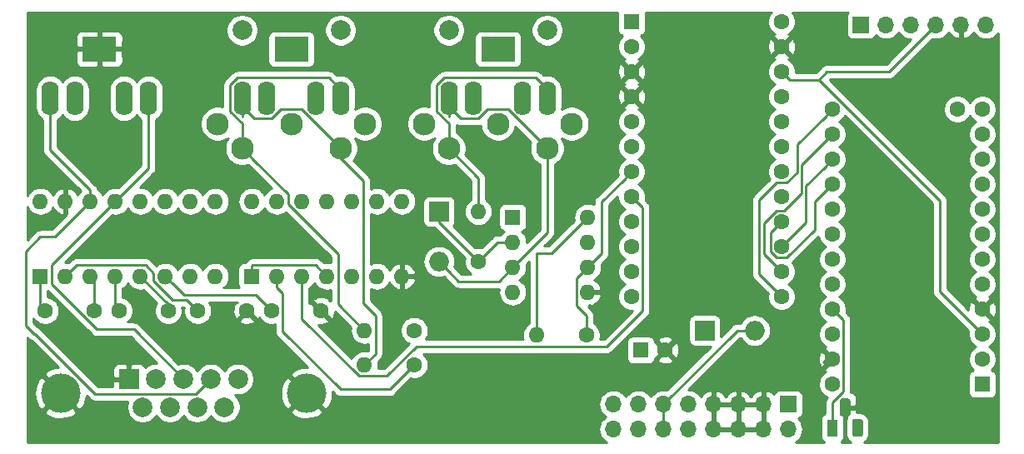
<source format=gtl>
G04 #@! TF.GenerationSoftware,KiCad,Pcbnew,(5.1.4-0-10_14)*
G04 #@! TF.CreationDate,2021-06-29T13:44:29+12:00*
G04 #@! TF.ProjectId,transcribe_circuit,7472616e-7363-4726-9962-655f63697263,rev?*
G04 #@! TF.SameCoordinates,Original*
G04 #@! TF.FileFunction,Copper,L1,Top*
G04 #@! TF.FilePolarity,Positive*
%FSLAX46Y46*%
G04 Gerber Fmt 4.6, Leading zero omitted, Abs format (unit mm)*
G04 Created by KiCad (PCBNEW (5.1.4-0-10_14)) date 2021-06-29 13:44:29*
%MOMM*%
%LPD*%
G04 APERTURE LIST*
%ADD10R,2.000000X2.000000*%
%ADD11O,2.000000X2.000000*%
%ADD12C,1.600000*%
%ADD13R,1.600000X1.600000*%
%ADD14O,1.600000X1.600000*%
%ADD15R,1.700000X1.700000*%
%ADD16O,1.700000X1.700000*%
%ADD17C,0.100000*%
%ADD18C,1.100000*%
%ADD19R,1.100000X1.800000*%
%ADD20R,3.500000X2.500000*%
%ADD21O,1.750000X3.500000*%
%ADD22C,2.000000*%
%ADD23C,4.000000*%
%ADD24C,2.300000*%
%ADD25C,0.250000*%
%ADD26C,0.254000*%
G04 APERTURE END LIST*
D10*
X-247500000Y769080000D03*
D11*
X-247500000Y764000000D03*
D12*
X-207520000Y751530000D03*
X-207520000Y754070000D03*
X-207520000Y756610000D03*
X-207520000Y759150000D03*
X-207520000Y761690000D03*
X-207520000Y764230000D03*
X-207520000Y766770000D03*
X-207520000Y769310000D03*
X-207520000Y771850000D03*
X-207520000Y774390000D03*
X-207520000Y776930000D03*
X-207520000Y779470000D03*
X-192280000Y779470000D03*
X-192280000Y776930000D03*
X-192280000Y774390000D03*
X-192280000Y771850000D03*
X-192280000Y769310000D03*
X-192280000Y766770000D03*
X-192280000Y764230000D03*
X-192280000Y761690000D03*
X-192280000Y759150000D03*
X-192280000Y756610000D03*
X-192280000Y754070000D03*
D13*
X-192280000Y751530000D03*
D12*
X-194820000Y779470000D03*
D14*
X-255080000Y753500000D03*
D12*
X-250000000Y753500000D03*
D13*
X-288000000Y762500000D03*
D14*
X-270220000Y770120000D03*
X-285460000Y762500000D03*
X-272760000Y770120000D03*
X-282920000Y762500000D03*
X-275300000Y770120000D03*
X-280380000Y762500000D03*
X-277840000Y770120000D03*
X-277840000Y762500000D03*
X-280380000Y770120000D03*
X-275300000Y762500000D03*
X-282920000Y770120000D03*
X-272760000Y762500000D03*
X-285460000Y770120000D03*
X-270220000Y762500000D03*
X-288000000Y770120000D03*
D13*
X-240000000Y768500000D03*
D14*
X-232380000Y760880000D03*
X-240000000Y765960000D03*
X-232380000Y763420000D03*
X-240000000Y763420000D03*
X-232380000Y765960000D03*
X-240000000Y760880000D03*
X-232380000Y768500000D03*
D12*
X-243500000Y764000000D03*
D14*
X-243500000Y769080000D03*
X-237580000Y756500000D03*
D12*
X-232500000Y756500000D03*
X-250000000Y757000000D03*
D14*
X-255080000Y757000000D03*
D13*
X-266500000Y762500000D03*
D14*
X-251260000Y770120000D03*
X-263960000Y762500000D03*
X-253800000Y770120000D03*
X-261420000Y762500000D03*
X-256340000Y770120000D03*
X-258880000Y762500000D03*
X-258880000Y770120000D03*
X-256340000Y762500000D03*
X-261420000Y770120000D03*
X-253800000Y762500000D03*
X-263960000Y770120000D03*
X-251260000Y762500000D03*
X-266500000Y770120000D03*
D12*
X-212680000Y788370000D03*
X-212680000Y785830000D03*
X-212680000Y783290000D03*
X-212680000Y780750000D03*
X-212680000Y778210000D03*
X-212680000Y775670000D03*
X-212680000Y773130000D03*
X-212680000Y770590000D03*
X-212680000Y768050000D03*
X-212680000Y765510000D03*
X-212680000Y762970000D03*
X-212680000Y760430000D03*
X-227920000Y760430000D03*
X-227920000Y762970000D03*
X-227920000Y765510000D03*
X-227920000Y768050000D03*
X-227920000Y770590000D03*
X-227920000Y773130000D03*
X-227920000Y775670000D03*
X-227920000Y778210000D03*
X-227920000Y780750000D03*
X-227920000Y783290000D03*
X-227920000Y785830000D03*
D13*
X-227920000Y788370000D03*
X-227000000Y755000000D03*
D12*
X-224500000Y755000000D03*
X-287500000Y759000000D03*
X-282500000Y759000000D03*
X-267000000Y759000000D03*
X-272000000Y759000000D03*
X-275000000Y759000000D03*
X-280000000Y759000000D03*
X-264500000Y759000000D03*
X-259500000Y759000000D03*
D11*
X-215420000Y757000000D03*
D10*
X-220500000Y757000000D03*
D15*
X-212000000Y749500000D03*
D16*
X-212000000Y746960000D03*
X-214540000Y749500000D03*
X-214540000Y746960000D03*
X-217080000Y749500000D03*
X-217080000Y746960000D03*
X-219620000Y749500000D03*
X-219620000Y746960000D03*
X-222160000Y749500000D03*
X-222160000Y746960000D03*
X-224700000Y749500000D03*
X-224700000Y746960000D03*
X-227240000Y749500000D03*
X-227240000Y746960000D03*
X-229780000Y749500000D03*
X-229780000Y746960000D03*
D15*
X-204600000Y788050000D03*
D16*
X-202060000Y788050000D03*
X-199520000Y788050000D03*
X-196980000Y788050000D03*
X-194440000Y788050000D03*
X-191900000Y788050000D03*
D17*
G36*
X-205928045Y750068676D02*
G01*
X-205901350Y750064716D01*
X-205875172Y750058159D01*
X-205849762Y750049067D01*
X-205825366Y750037528D01*
X-205802218Y750023654D01*
X-205780542Y750007578D01*
X-205760546Y749989454D01*
X-205742422Y749969458D01*
X-205726346Y749947782D01*
X-205712472Y749924634D01*
X-205700933Y749900238D01*
X-205691841Y749874828D01*
X-205685284Y749848650D01*
X-205681324Y749821955D01*
X-205680000Y749795000D01*
X-205680000Y748545000D01*
X-205681324Y748518045D01*
X-205685284Y748491350D01*
X-205691841Y748465172D01*
X-205700933Y748439762D01*
X-205712472Y748415366D01*
X-205726346Y748392218D01*
X-205742422Y748370542D01*
X-205760546Y748350546D01*
X-205780542Y748332422D01*
X-205802218Y748316346D01*
X-205825366Y748302472D01*
X-205849762Y748290933D01*
X-205875172Y748281841D01*
X-205901350Y748275284D01*
X-205928045Y748271324D01*
X-205955000Y748270000D01*
X-206505000Y748270000D01*
X-206531955Y748271324D01*
X-206558650Y748275284D01*
X-206584828Y748281841D01*
X-206610238Y748290933D01*
X-206634634Y748302472D01*
X-206657782Y748316346D01*
X-206679458Y748332422D01*
X-206699454Y748350546D01*
X-206717578Y748370542D01*
X-206733654Y748392218D01*
X-206747528Y748415366D01*
X-206759067Y748439762D01*
X-206768159Y748465172D01*
X-206774716Y748491350D01*
X-206778676Y748518045D01*
X-206780000Y748545000D01*
X-206780000Y749795000D01*
X-206778676Y749821955D01*
X-206774716Y749848650D01*
X-206768159Y749874828D01*
X-206759067Y749900238D01*
X-206747528Y749924634D01*
X-206733654Y749947782D01*
X-206717578Y749969458D01*
X-206699454Y749989454D01*
X-206679458Y750007578D01*
X-206657782Y750023654D01*
X-206634634Y750037528D01*
X-206610238Y750049067D01*
X-206584828Y750058159D01*
X-206558650Y750064716D01*
X-206531955Y750068676D01*
X-206505000Y750070000D01*
X-205955000Y750070000D01*
X-205928045Y750068676D01*
X-205928045Y750068676D01*
G37*
D18*
X-206230000Y749170000D03*
D17*
G36*
X-204658045Y747998676D02*
G01*
X-204631350Y747994716D01*
X-204605172Y747988159D01*
X-204579762Y747979067D01*
X-204555366Y747967528D01*
X-204532218Y747953654D01*
X-204510542Y747937578D01*
X-204490546Y747919454D01*
X-204472422Y747899458D01*
X-204456346Y747877782D01*
X-204442472Y747854634D01*
X-204430933Y747830238D01*
X-204421841Y747804828D01*
X-204415284Y747778650D01*
X-204411324Y747751955D01*
X-204410000Y747725000D01*
X-204410000Y746475000D01*
X-204411324Y746448045D01*
X-204415284Y746421350D01*
X-204421841Y746395172D01*
X-204430933Y746369762D01*
X-204442472Y746345366D01*
X-204456346Y746322218D01*
X-204472422Y746300542D01*
X-204490546Y746280546D01*
X-204510542Y746262422D01*
X-204532218Y746246346D01*
X-204555366Y746232472D01*
X-204579762Y746220933D01*
X-204605172Y746211841D01*
X-204631350Y746205284D01*
X-204658045Y746201324D01*
X-204685000Y746200000D01*
X-205235000Y746200000D01*
X-205261955Y746201324D01*
X-205288650Y746205284D01*
X-205314828Y746211841D01*
X-205340238Y746220933D01*
X-205364634Y746232472D01*
X-205387782Y746246346D01*
X-205409458Y746262422D01*
X-205429454Y746280546D01*
X-205447578Y746300542D01*
X-205463654Y746322218D01*
X-205477528Y746345366D01*
X-205489067Y746369762D01*
X-205498159Y746395172D01*
X-205504716Y746421350D01*
X-205508676Y746448045D01*
X-205510000Y746475000D01*
X-205510000Y747725000D01*
X-205508676Y747751955D01*
X-205504716Y747778650D01*
X-205498159Y747804828D01*
X-205489067Y747830238D01*
X-205477528Y747854634D01*
X-205463654Y747877782D01*
X-205447578Y747899458D01*
X-205429454Y747919454D01*
X-205409458Y747937578D01*
X-205387782Y747953654D01*
X-205364634Y747967528D01*
X-205340238Y747979067D01*
X-205314828Y747988159D01*
X-205288650Y747994716D01*
X-205261955Y747998676D01*
X-205235000Y748000000D01*
X-204685000Y748000000D01*
X-204658045Y747998676D01*
X-204658045Y747998676D01*
G37*
D18*
X-204960000Y747100000D03*
D19*
X-207500000Y747100000D03*
D20*
X-282000000Y785596000D03*
D21*
X-277000000Y780590000D03*
X-287000000Y780590000D03*
X-279500000Y780590000D03*
X-284500000Y780590000D03*
D10*
X-279000000Y752050000D03*
D22*
X-276230000Y752050000D03*
X-273460000Y752050000D03*
X-270690000Y752050000D03*
X-267920000Y752050000D03*
X-277615000Y749210000D03*
X-274845000Y749210000D03*
X-272075000Y749210000D03*
X-269305000Y749210000D03*
D23*
X-285960000Y750630000D03*
X-260960000Y750630000D03*
D21*
X-244000000Y780590000D03*
X-239000000Y780590000D03*
X-246500000Y780590000D03*
X-236500000Y780590000D03*
D20*
X-241500000Y785596000D03*
D24*
X-236500000Y775500000D03*
D22*
X-246500000Y787500000D03*
D24*
X-234000000Y778000000D03*
X-241500000Y778000000D03*
X-249000000Y778000000D03*
X-246500000Y775500000D03*
D22*
X-236500000Y787500000D03*
D21*
X-265000000Y780590000D03*
X-260000000Y780590000D03*
X-267500000Y780590000D03*
X-257500000Y780590000D03*
D20*
X-262500000Y785596000D03*
D22*
X-257500000Y787500000D03*
D24*
X-267500000Y775500000D03*
X-270000000Y778000000D03*
X-262500000Y778000000D03*
X-255000000Y778000000D03*
D22*
X-267500000Y787500000D03*
D24*
X-257500000Y775500000D03*
D25*
X-283500000Y762500000D02*
X-282920000Y762500000D01*
X-282500000Y762080000D02*
X-282920000Y762500000D01*
X-282500000Y759000000D02*
X-282500000Y762080000D01*
X-288000000Y759500000D02*
X-287500000Y759000000D01*
X-288000000Y762500000D02*
X-288000000Y759500000D01*
X-208419999Y753770001D02*
X-207620000Y754570000D01*
X-267920000Y758080000D02*
X-267000000Y759000000D01*
X-273125001Y760125001D02*
X-272799999Y759799999D01*
X-272799999Y759799999D02*
X-272000000Y759000000D01*
X-274590003Y760125001D02*
X-273125001Y760125001D01*
X-277299999Y763625001D02*
X-276500000Y762825002D01*
X-276500000Y762034998D02*
X-274590003Y760125001D01*
X-276500000Y762825002D02*
X-276500000Y762034998D01*
X-284334999Y763625001D02*
X-277299999Y763625001D01*
X-285460000Y762500000D02*
X-284334999Y763625001D01*
X-278500000Y762500000D02*
X-277840000Y762500000D01*
X-275000000Y759660000D02*
X-275000000Y759000000D01*
X-277840000Y762500000D02*
X-275000000Y759660000D01*
X-243460000Y764000000D02*
X-243500000Y764000000D01*
X-247500000Y768000000D02*
X-247500000Y769080000D01*
X-243500000Y764000000D02*
X-247500000Y768000000D01*
X-241540000Y765960000D02*
X-243500000Y764000000D01*
X-240000000Y765960000D02*
X-241540000Y765960000D01*
X-246500000Y778715000D02*
X-246500000Y779590000D01*
X-243502940Y778514990D02*
X-245299990Y778514990D01*
X-245299990Y778514990D02*
X-246500000Y779715000D01*
X-242542929Y779475001D02*
X-243502940Y778514990D01*
X-240475001Y779475001D02*
X-242542929Y779475001D01*
X-246500000Y779715000D02*
X-246500000Y780590000D01*
X-236500000Y775500000D02*
X-240475001Y779475001D01*
X-236500000Y766920000D02*
X-240000000Y763420000D01*
X-236500000Y774500000D02*
X-236500000Y766920000D01*
X-246500001Y763000001D02*
X-247500000Y764000000D01*
X-245500000Y762000000D02*
X-246500001Y763000001D01*
X-241420000Y762000000D02*
X-245500000Y762000000D01*
X-240000000Y763420000D02*
X-241420000Y762000000D01*
X-286540000Y766500000D02*
X-282920000Y770120000D01*
X-288000000Y766500000D02*
X-286540000Y766500000D01*
X-289500000Y757500000D02*
X-289500000Y765000000D01*
X-289500000Y765000000D02*
X-288000000Y766500000D01*
X-288649990Y756649990D02*
X-289500000Y757500000D01*
X-287000000Y778590000D02*
X-287000000Y780590000D01*
X-287000000Y775331370D02*
X-287000000Y778590000D01*
X-282920000Y771251370D02*
X-287000000Y775331370D01*
X-282920000Y770120000D02*
X-282920000Y771251370D01*
X-272204999Y750535001D02*
X-271689999Y751050001D01*
X-271689999Y751050001D02*
X-270690000Y752050000D01*
X-282423999Y750535001D02*
X-272204999Y750535001D01*
X-288538988Y756649990D02*
X-282423999Y750535001D01*
X-288649990Y756649990D02*
X-288538988Y756649990D01*
X-277000000Y773500000D02*
X-277000000Y780590000D01*
X-280380000Y770120000D02*
X-277000000Y773500000D01*
X-278510000Y757100000D02*
X-273460000Y752050000D01*
X-282265002Y757100000D02*
X-278510000Y757100000D01*
X-286874999Y761709997D02*
X-282265002Y757100000D01*
X-286874999Y763625001D02*
X-286874999Y761709997D01*
X-280380000Y770120000D02*
X-286874999Y763625001D01*
X-236500000Y780465000D02*
X-236500000Y779590000D01*
X-246420000Y774500000D02*
X-246500000Y774500000D01*
X-246500000Y775500000D02*
X-246500000Y778017930D01*
X-246997060Y782665010D02*
X-237665010Y782665010D01*
X-236500000Y781500000D02*
X-236500000Y780590000D01*
X-237665010Y782665010D02*
X-236500000Y781500000D01*
X-247700010Y781962060D02*
X-246997060Y782665010D01*
X-247700010Y779217940D02*
X-247700010Y781962060D01*
X-246500000Y778017930D02*
X-247700010Y779217940D01*
X-243500000Y772500000D02*
X-246500000Y775500000D01*
X-243500000Y769080000D02*
X-243500000Y772500000D01*
X-257500000Y780465000D02*
X-257500000Y779590000D01*
X-257500000Y781465000D02*
X-257500000Y780590000D01*
X-258700010Y782665010D02*
X-257500000Y781465000D01*
X-267997060Y782665010D02*
X-258700010Y782665010D01*
X-268700010Y779217940D02*
X-268700010Y781962060D01*
X-268700010Y781962060D02*
X-267997060Y782665010D01*
X-267500000Y778017930D02*
X-268700010Y779217940D01*
X-267500000Y775500000D02*
X-267500000Y778017930D01*
X-266350001Y774350001D02*
X-267500000Y775500000D01*
X-262834999Y769869997D02*
X-262834999Y770834999D01*
X-257754999Y764789997D02*
X-262834999Y769869997D01*
X-257754999Y759674999D02*
X-257754999Y764789997D01*
X-262834999Y770834999D02*
X-266350001Y774350001D01*
X-255080000Y757000000D02*
X-257754999Y759674999D01*
X-267500000Y778715000D02*
X-267500000Y779590000D01*
X-256350001Y773350001D02*
X-257500000Y774500000D01*
X-255214999Y772214999D02*
X-256350001Y773350001D01*
X-255214999Y759749997D02*
X-255214999Y772214999D01*
X-253954999Y758489997D02*
X-255214999Y759749997D01*
X-253954999Y754625001D02*
X-253954999Y758489997D01*
X-255080000Y753500000D02*
X-253954999Y754625001D01*
X-267500000Y779715000D02*
X-267500000Y780590000D01*
X-263542929Y779475001D02*
X-264502940Y778514990D01*
X-266299990Y778514990D02*
X-267500000Y779715000D01*
X-264502940Y778514990D02*
X-266299990Y778514990D01*
X-261475001Y779475001D02*
X-263542929Y779475001D01*
X-257500000Y775500000D02*
X-261475001Y779475001D01*
X-267500000Y778715000D02*
X-267500000Y780590000D01*
X-236080000Y764800000D02*
X-232380000Y768500000D01*
X-237580000Y764800000D02*
X-236080000Y764800000D01*
X-237580000Y756500000D02*
X-237580000Y764800000D01*
X-232500000Y758500000D02*
X-232500000Y756500000D01*
X-233505001Y759505001D02*
X-232500000Y758500000D01*
X-233505001Y762294999D02*
X-232380000Y763420000D01*
X-233505001Y759505001D02*
X-233505001Y762294999D01*
X-231000000Y770050000D02*
X-228719999Y772330001D01*
X-228719999Y772330001D02*
X-227920000Y773130000D01*
X-231000000Y764800000D02*
X-231000000Y770050000D01*
X-232380000Y763420000D02*
X-231000000Y764800000D01*
X-249790003Y755374999D02*
X-230425001Y755374999D01*
X-252790003Y752374999D02*
X-249790003Y755374999D01*
X-261420000Y758174998D02*
X-255620001Y752374999D01*
X-255620001Y752374999D02*
X-252790003Y752374999D01*
X-261420000Y762500000D02*
X-261420000Y758174998D01*
X-226794999Y769464999D02*
X-227120001Y769790001D01*
X-226794999Y759005001D02*
X-226794999Y769464999D01*
X-227120001Y769790001D02*
X-227920000Y770590000D01*
X-230425001Y755374999D02*
X-226794999Y759005001D01*
X-208874999Y782490001D02*
X-196600000Y770215002D01*
X-211880001Y782490001D02*
X-208874999Y782490001D01*
X-212680000Y783290000D02*
X-211880001Y782490001D01*
X-196600000Y760930000D02*
X-192280000Y756610000D01*
X-196600000Y770215002D02*
X-196600000Y760930000D01*
X-208075000Y783290000D02*
X-208874999Y782490001D01*
X-201740000Y783290000D02*
X-208075000Y783290000D01*
X-196980000Y788050000D02*
X-201740000Y783290000D01*
X-213220001Y764384999D02*
X-212139999Y764384999D01*
X-213805001Y764969999D02*
X-213220001Y764384999D01*
X-213805001Y766924999D02*
X-213805001Y764969999D01*
X-212139999Y764384999D02*
X-209300000Y767224998D01*
X-212680000Y768050000D02*
X-213805001Y766924999D01*
X-209300000Y770070000D02*
X-207520000Y771850000D01*
X-209300000Y767224998D02*
X-209300000Y770070000D01*
X-208319999Y773590001D02*
X-207520000Y774390000D01*
X-210200000Y771710000D02*
X-208319999Y773590001D01*
X-210200000Y767990000D02*
X-210200000Y771710000D01*
X-212680000Y765510000D02*
X-210200000Y767990000D01*
X-212429997Y769175001D02*
X-213220001Y769175001D01*
X-213220001Y769175001D02*
X-214500000Y767895002D01*
X-210650010Y770954988D02*
X-212429997Y769175001D01*
X-210650010Y773799990D02*
X-210650010Y770954988D01*
X-207520000Y776930000D02*
X-210650010Y773799990D01*
X-214500000Y764790000D02*
X-212680000Y762970000D01*
X-214500000Y767895002D02*
X-214500000Y764790000D01*
X-208319999Y778670001D02*
X-207520000Y779470000D01*
X-211100020Y775889980D02*
X-208319999Y778670001D01*
X-213220001Y772004999D02*
X-212139999Y772004999D01*
X-211100020Y773044978D02*
X-211100020Y775889980D01*
X-214950009Y762700009D02*
X-214950009Y770274991D01*
X-212139999Y772004999D02*
X-211100020Y773044978D01*
X-214950009Y770274991D02*
X-213220001Y772004999D01*
X-212680000Y760430000D02*
X-214950009Y762700009D01*
X-207500000Y747725000D02*
X-207500000Y747500000D01*
X-207520000Y759150000D02*
X-206394999Y758024999D01*
X-207500000Y749648544D02*
X-207500000Y747500000D01*
X-206394999Y750753545D02*
X-207500000Y749648544D01*
X-206394999Y758024999D02*
X-206394999Y750753545D01*
X-266424999Y763625001D02*
X-266500000Y763550000D01*
X-266500000Y763550000D02*
X-266500000Y762500000D01*
X-260005001Y763625001D02*
X-266424999Y763625001D01*
X-258880000Y762500000D02*
X-260005001Y763625001D01*
X-281000000Y762500000D02*
X-280380000Y762500000D01*
X-280380000Y759380000D02*
X-280000000Y759000000D01*
X-280380000Y762500000D02*
X-280380000Y759380000D01*
X-275300000Y761800000D02*
X-275300000Y762500000D01*
X-274500001Y761700001D02*
X-275300000Y762500000D01*
X-273375010Y760575010D02*
X-274500001Y761700001D01*
X-266075010Y760575010D02*
X-273375010Y760575010D01*
X-264500000Y759000000D02*
X-266075010Y760575010D01*
X-263960000Y761368630D02*
X-263960000Y762500000D01*
X-263374999Y760783629D02*
X-263960000Y761368630D01*
X-263374999Y756874999D02*
X-263374999Y760783629D01*
X-257500000Y751000000D02*
X-263374999Y756874999D01*
X-252500000Y751000000D02*
X-257500000Y751000000D01*
X-250000000Y753500000D02*
X-252500000Y751000000D01*
X-224700000Y746960000D02*
X-224700000Y749500000D01*
X-217200000Y757000000D02*
X-215420000Y757000000D01*
X-224700000Y749500000D02*
X-217200000Y757000000D01*
D26*
G36*
X-194313000Y788177000D02*
G01*
X-194293000Y788177000D01*
X-194293000Y787923000D01*
X-194313000Y787923000D01*
X-194313000Y786729845D01*
X-194083110Y786608524D01*
X-193935901Y786653175D01*
X-193673080Y786778359D01*
X-193439731Y786952412D01*
X-193244822Y787168645D01*
X-193175201Y787285523D01*
X-193140706Y787220986D01*
X-192955134Y786994866D01*
X-192729014Y786809294D01*
X-192471034Y786671401D01*
X-192191111Y786586487D01*
X-191972950Y786565000D01*
X-191827050Y786565000D01*
X-191608889Y786586487D01*
X-191328966Y786671401D01*
X-191070986Y786809294D01*
X-190844866Y786994866D01*
X-190660000Y787220126D01*
X-190659999Y745660000D01*
X-204282133Y745660000D01*
X-204177724Y745715808D01*
X-204039361Y745829361D01*
X-203925808Y745967724D01*
X-203841431Y746125582D01*
X-203789472Y746296868D01*
X-203771928Y746475000D01*
X-203771928Y747725000D01*
X-203789472Y747903132D01*
X-203841431Y748074418D01*
X-203925808Y748232276D01*
X-204039361Y748370639D01*
X-204177724Y748484192D01*
X-204335582Y748568569D01*
X-204506868Y748620528D01*
X-204685000Y748638072D01*
X-205043769Y748638072D01*
X-205045000Y748884250D01*
X-205203750Y749043000D01*
X-206103000Y749043000D01*
X-206103000Y747993880D01*
X-206130528Y747903132D01*
X-206148072Y747725000D01*
X-206148072Y746475000D01*
X-206130528Y746296868D01*
X-206078569Y746125582D01*
X-205994192Y745967724D01*
X-205880639Y745829361D01*
X-205742276Y745715808D01*
X-205637867Y745660000D01*
X-206613210Y745660000D01*
X-206595506Y745669463D01*
X-206498815Y745748815D01*
X-206419463Y745845506D01*
X-206360498Y745955820D01*
X-206324188Y746075518D01*
X-206311928Y746200000D01*
X-206311928Y748000000D01*
X-206324188Y748124482D01*
X-206357000Y748232649D01*
X-206357000Y749043000D01*
X-206377000Y749043000D01*
X-206377000Y749297000D01*
X-206357000Y749297000D01*
X-206357000Y749317000D01*
X-206103000Y749317000D01*
X-206103000Y749297000D01*
X-205203750Y749297000D01*
X-205045000Y749455750D01*
X-205041928Y750070000D01*
X-205054188Y750194482D01*
X-205090498Y750314180D01*
X-205149463Y750424494D01*
X-205228815Y750521185D01*
X-205325506Y750600537D01*
X-205435820Y750659502D01*
X-205555518Y750695812D01*
X-205636225Y750703761D01*
X-205634999Y750716212D01*
X-205634999Y750716221D01*
X-205631323Y750753544D01*
X-205634999Y750790867D01*
X-205634999Y757987674D01*
X-205631323Y758024999D01*
X-205634999Y758062324D01*
X-205634999Y758062332D01*
X-205645996Y758173985D01*
X-205689453Y758317246D01*
X-205760025Y758449275D01*
X-205854998Y758565000D01*
X-205883995Y758588797D01*
X-206121312Y758826114D01*
X-206085000Y759008665D01*
X-206085000Y759291335D01*
X-206140147Y759568574D01*
X-206248320Y759829727D01*
X-206405363Y760064759D01*
X-206605241Y760264637D01*
X-206837759Y760420000D01*
X-206605241Y760575363D01*
X-206405363Y760775241D01*
X-206248320Y761010273D01*
X-206140147Y761271426D01*
X-206085000Y761548665D01*
X-206085000Y761831335D01*
X-206140147Y762108574D01*
X-206248320Y762369727D01*
X-206405363Y762604759D01*
X-206605241Y762804637D01*
X-206837759Y762960000D01*
X-206605241Y763115363D01*
X-206405363Y763315241D01*
X-206248320Y763550273D01*
X-206140147Y763811426D01*
X-206085000Y764088665D01*
X-206085000Y764371335D01*
X-206140147Y764648574D01*
X-206248320Y764909727D01*
X-206405363Y765144759D01*
X-206605241Y765344637D01*
X-206837759Y765500000D01*
X-206605241Y765655363D01*
X-206405363Y765855241D01*
X-206248320Y766090273D01*
X-206140147Y766351426D01*
X-206085000Y766628665D01*
X-206085000Y766911335D01*
X-206140147Y767188574D01*
X-206248320Y767449727D01*
X-206405363Y767684759D01*
X-206605241Y767884637D01*
X-206837759Y768040000D01*
X-206605241Y768195363D01*
X-206405363Y768395241D01*
X-206248320Y768630273D01*
X-206140147Y768891426D01*
X-206085000Y769168665D01*
X-206085000Y769451335D01*
X-206140147Y769728574D01*
X-206248320Y769989727D01*
X-206405363Y770224759D01*
X-206605241Y770424637D01*
X-206837759Y770580000D01*
X-206605241Y770735363D01*
X-206405363Y770935241D01*
X-206248320Y771170273D01*
X-206140147Y771431426D01*
X-206085000Y771708665D01*
X-206085000Y771991335D01*
X-206140147Y772268574D01*
X-206248320Y772529727D01*
X-206405363Y772764759D01*
X-206605241Y772964637D01*
X-206837759Y773120000D01*
X-206605241Y773275363D01*
X-206405363Y773475241D01*
X-206248320Y773710273D01*
X-206140147Y773971426D01*
X-206085000Y774248665D01*
X-206085000Y774531335D01*
X-206140147Y774808574D01*
X-206248320Y775069727D01*
X-206405363Y775304759D01*
X-206605241Y775504637D01*
X-206837759Y775660000D01*
X-206605241Y775815363D01*
X-206405363Y776015241D01*
X-206248320Y776250273D01*
X-206140147Y776511426D01*
X-206085000Y776788665D01*
X-206085000Y777071335D01*
X-206140147Y777348574D01*
X-206248320Y777609727D01*
X-206405363Y777844759D01*
X-206605241Y778044637D01*
X-206837759Y778200000D01*
X-206605241Y778355363D01*
X-206405363Y778555241D01*
X-206249022Y778789223D01*
X-197360000Y769900200D01*
X-197359999Y760967332D01*
X-197363676Y760930000D01*
X-197349002Y760781015D01*
X-197305546Y760637754D01*
X-197234974Y760505724D01*
X-197169566Y760426025D01*
X-197140000Y760389999D01*
X-197111002Y760366201D01*
X-193678688Y756933886D01*
X-193715000Y756751335D01*
X-193715000Y756468665D01*
X-193659853Y756191426D01*
X-193551680Y755930273D01*
X-193394637Y755695241D01*
X-193194759Y755495363D01*
X-192962241Y755340000D01*
X-193194759Y755184637D01*
X-193394637Y754984759D01*
X-193551680Y754749727D01*
X-193659853Y754488574D01*
X-193715000Y754211335D01*
X-193715000Y753928665D01*
X-193659853Y753651426D01*
X-193551680Y753390273D01*
X-193394637Y753155241D01*
X-193196039Y752956643D01*
X-193204482Y752955812D01*
X-193324180Y752919502D01*
X-193434494Y752860537D01*
X-193531185Y752781185D01*
X-193610537Y752684494D01*
X-193669502Y752574180D01*
X-193705812Y752454482D01*
X-193718072Y752330000D01*
X-193718072Y750730000D01*
X-193705812Y750605518D01*
X-193669502Y750485820D01*
X-193610537Y750375506D01*
X-193531185Y750278815D01*
X-193434494Y750199463D01*
X-193324180Y750140498D01*
X-193204482Y750104188D01*
X-193080000Y750091928D01*
X-191480000Y750091928D01*
X-191355518Y750104188D01*
X-191235820Y750140498D01*
X-191125506Y750199463D01*
X-191028815Y750278815D01*
X-190949463Y750375506D01*
X-190890498Y750485820D01*
X-190854188Y750605518D01*
X-190841928Y750730000D01*
X-190841928Y752330000D01*
X-190854188Y752454482D01*
X-190890498Y752574180D01*
X-190949463Y752684494D01*
X-191028815Y752781185D01*
X-191125506Y752860537D01*
X-191235820Y752919502D01*
X-191355518Y752955812D01*
X-191363961Y752956643D01*
X-191165363Y753155241D01*
X-191008320Y753390273D01*
X-190900147Y753651426D01*
X-190845000Y753928665D01*
X-190845000Y754211335D01*
X-190900147Y754488574D01*
X-191008320Y754749727D01*
X-191165363Y754984759D01*
X-191365241Y755184637D01*
X-191597759Y755340000D01*
X-191365241Y755495363D01*
X-191165363Y755695241D01*
X-191008320Y755930273D01*
X-190900147Y756191426D01*
X-190845000Y756468665D01*
X-190845000Y756751335D01*
X-190900147Y757028574D01*
X-191008320Y757289727D01*
X-191165363Y757524759D01*
X-191365241Y757724637D01*
X-191599128Y757880915D01*
X-191538486Y757913329D01*
X-191466903Y758157298D01*
X-192280000Y758970395D01*
X-192294143Y758956253D01*
X-192473748Y759135858D01*
X-192459605Y759150000D01*
X-192100395Y759150000D01*
X-191287298Y758336903D01*
X-191043329Y758408486D01*
X-190922429Y758663996D01*
X-190853700Y758938184D01*
X-190839783Y759220512D01*
X-190881213Y759500130D01*
X-190976397Y759766292D01*
X-191043329Y759891514D01*
X-191287298Y759963097D01*
X-192100395Y759150000D01*
X-192459605Y759150000D01*
X-193272702Y759963097D01*
X-193516671Y759891514D01*
X-193637571Y759636004D01*
X-193706300Y759361816D01*
X-193718078Y759122880D01*
X-195840000Y761244801D01*
X-195840000Y770177680D01*
X-195836324Y770215003D01*
X-195840000Y770252326D01*
X-195840000Y770252335D01*
X-195850997Y770363988D01*
X-195894454Y770507249D01*
X-195911427Y770539003D01*
X-195965026Y770639279D01*
X-196036201Y770726005D01*
X-196059999Y770755003D01*
X-196088996Y770778800D01*
X-204921531Y779611335D01*
X-196255000Y779611335D01*
X-196255000Y779328665D01*
X-196199853Y779051426D01*
X-196091680Y778790273D01*
X-195934637Y778555241D01*
X-195734759Y778355363D01*
X-195499727Y778198320D01*
X-195238574Y778090147D01*
X-194961335Y778035000D01*
X-194678665Y778035000D01*
X-194401426Y778090147D01*
X-194140273Y778198320D01*
X-193905241Y778355363D01*
X-193705363Y778555241D01*
X-193550000Y778787759D01*
X-193394637Y778555241D01*
X-193194759Y778355363D01*
X-192962241Y778200000D01*
X-193194759Y778044637D01*
X-193394637Y777844759D01*
X-193551680Y777609727D01*
X-193659853Y777348574D01*
X-193715000Y777071335D01*
X-193715000Y776788665D01*
X-193659853Y776511426D01*
X-193551680Y776250273D01*
X-193394637Y776015241D01*
X-193194759Y775815363D01*
X-192962241Y775660000D01*
X-193194759Y775504637D01*
X-193394637Y775304759D01*
X-193551680Y775069727D01*
X-193659853Y774808574D01*
X-193715000Y774531335D01*
X-193715000Y774248665D01*
X-193659853Y773971426D01*
X-193551680Y773710273D01*
X-193394637Y773475241D01*
X-193194759Y773275363D01*
X-192962241Y773120000D01*
X-193194759Y772964637D01*
X-193394637Y772764759D01*
X-193551680Y772529727D01*
X-193659853Y772268574D01*
X-193715000Y771991335D01*
X-193715000Y771708665D01*
X-193659853Y771431426D01*
X-193551680Y771170273D01*
X-193394637Y770935241D01*
X-193194759Y770735363D01*
X-192962241Y770580000D01*
X-193194759Y770424637D01*
X-193394637Y770224759D01*
X-193551680Y769989727D01*
X-193659853Y769728574D01*
X-193715000Y769451335D01*
X-193715000Y769168665D01*
X-193659853Y768891426D01*
X-193551680Y768630273D01*
X-193394637Y768395241D01*
X-193194759Y768195363D01*
X-192962241Y768040000D01*
X-193194759Y767884637D01*
X-193394637Y767684759D01*
X-193551680Y767449727D01*
X-193659853Y767188574D01*
X-193715000Y766911335D01*
X-193715000Y766628665D01*
X-193659853Y766351426D01*
X-193551680Y766090273D01*
X-193394637Y765855241D01*
X-193194759Y765655363D01*
X-192962241Y765500000D01*
X-193194759Y765344637D01*
X-193394637Y765144759D01*
X-193551680Y764909727D01*
X-193659853Y764648574D01*
X-193715000Y764371335D01*
X-193715000Y764088665D01*
X-193659853Y763811426D01*
X-193551680Y763550273D01*
X-193394637Y763315241D01*
X-193194759Y763115363D01*
X-192962241Y762960000D01*
X-193194759Y762804637D01*
X-193394637Y762604759D01*
X-193551680Y762369727D01*
X-193659853Y762108574D01*
X-193715000Y761831335D01*
X-193715000Y761548665D01*
X-193659853Y761271426D01*
X-193551680Y761010273D01*
X-193394637Y760775241D01*
X-193194759Y760575363D01*
X-192960872Y760419085D01*
X-193021514Y760386671D01*
X-193093097Y760142702D01*
X-192280000Y759329605D01*
X-191466903Y760142702D01*
X-191538486Y760386671D01*
X-191602992Y760417194D01*
X-191600273Y760418320D01*
X-191365241Y760575363D01*
X-191165363Y760775241D01*
X-191008320Y761010273D01*
X-190900147Y761271426D01*
X-190845000Y761548665D01*
X-190845000Y761831335D01*
X-190900147Y762108574D01*
X-191008320Y762369727D01*
X-191165363Y762604759D01*
X-191365241Y762804637D01*
X-191597759Y762960000D01*
X-191365241Y763115363D01*
X-191165363Y763315241D01*
X-191008320Y763550273D01*
X-190900147Y763811426D01*
X-190845000Y764088665D01*
X-190845000Y764371335D01*
X-190900147Y764648574D01*
X-191008320Y764909727D01*
X-191165363Y765144759D01*
X-191365241Y765344637D01*
X-191597759Y765500000D01*
X-191365241Y765655363D01*
X-191165363Y765855241D01*
X-191008320Y766090273D01*
X-190900147Y766351426D01*
X-190845000Y766628665D01*
X-190845000Y766911335D01*
X-190900147Y767188574D01*
X-191008320Y767449727D01*
X-191165363Y767684759D01*
X-191365241Y767884637D01*
X-191597759Y768040000D01*
X-191365241Y768195363D01*
X-191165363Y768395241D01*
X-191008320Y768630273D01*
X-190900147Y768891426D01*
X-190845000Y769168665D01*
X-190845000Y769451335D01*
X-190900147Y769728574D01*
X-191008320Y769989727D01*
X-191165363Y770224759D01*
X-191365241Y770424637D01*
X-191597759Y770580000D01*
X-191365241Y770735363D01*
X-191165363Y770935241D01*
X-191008320Y771170273D01*
X-190900147Y771431426D01*
X-190845000Y771708665D01*
X-190845000Y771991335D01*
X-190900147Y772268574D01*
X-191008320Y772529727D01*
X-191165363Y772764759D01*
X-191365241Y772964637D01*
X-191597759Y773120000D01*
X-191365241Y773275363D01*
X-191165363Y773475241D01*
X-191008320Y773710273D01*
X-190900147Y773971426D01*
X-190845000Y774248665D01*
X-190845000Y774531335D01*
X-190900147Y774808574D01*
X-191008320Y775069727D01*
X-191165363Y775304759D01*
X-191365241Y775504637D01*
X-191597759Y775660000D01*
X-191365241Y775815363D01*
X-191165363Y776015241D01*
X-191008320Y776250273D01*
X-190900147Y776511426D01*
X-190845000Y776788665D01*
X-190845000Y777071335D01*
X-190900147Y777348574D01*
X-191008320Y777609727D01*
X-191165363Y777844759D01*
X-191365241Y778044637D01*
X-191597759Y778200000D01*
X-191365241Y778355363D01*
X-191165363Y778555241D01*
X-191008320Y778790273D01*
X-190900147Y779051426D01*
X-190845000Y779328665D01*
X-190845000Y779611335D01*
X-190900147Y779888574D01*
X-191008320Y780149727D01*
X-191165363Y780384759D01*
X-191365241Y780584637D01*
X-191600273Y780741680D01*
X-191861426Y780849853D01*
X-192138665Y780905000D01*
X-192421335Y780905000D01*
X-192698574Y780849853D01*
X-192959727Y780741680D01*
X-193194759Y780584637D01*
X-193394637Y780384759D01*
X-193550000Y780152241D01*
X-193705363Y780384759D01*
X-193905241Y780584637D01*
X-194140273Y780741680D01*
X-194401426Y780849853D01*
X-194678665Y780905000D01*
X-194961335Y780905000D01*
X-195238574Y780849853D01*
X-195499727Y780741680D01*
X-195734759Y780584637D01*
X-195934637Y780384759D01*
X-196091680Y780149727D01*
X-196199853Y779888574D01*
X-196255000Y779611335D01*
X-204921531Y779611335D01*
X-207800197Y782490000D01*
X-207760198Y782530000D01*
X-201777322Y782530000D01*
X-201740000Y782526324D01*
X-201702678Y782530000D01*
X-201702667Y782530000D01*
X-201591014Y782540997D01*
X-201447753Y782584454D01*
X-201315724Y782655026D01*
X-201199999Y782749999D01*
X-201176196Y782779003D01*
X-197345995Y786609203D01*
X-197271111Y786586487D01*
X-197052950Y786565000D01*
X-196907050Y786565000D01*
X-196688889Y786586487D01*
X-196408966Y786671401D01*
X-196150986Y786809294D01*
X-195924866Y786994866D01*
X-195739294Y787220986D01*
X-195704799Y787285523D01*
X-195635178Y787168645D01*
X-195440269Y786952412D01*
X-195206920Y786778359D01*
X-194944099Y786653175D01*
X-194796890Y786608524D01*
X-194567000Y786729845D01*
X-194567000Y787923000D01*
X-194587000Y787923000D01*
X-194587000Y788177000D01*
X-194567000Y788177000D01*
X-194567000Y788197000D01*
X-194313000Y788197000D01*
X-194313000Y788177000D01*
X-194313000Y788177000D01*
G37*
X-194313000Y788177000D02*
X-194293000Y788177000D01*
X-194293000Y787923000D01*
X-194313000Y787923000D01*
X-194313000Y786729845D01*
X-194083110Y786608524D01*
X-193935901Y786653175D01*
X-193673080Y786778359D01*
X-193439731Y786952412D01*
X-193244822Y787168645D01*
X-193175201Y787285523D01*
X-193140706Y787220986D01*
X-192955134Y786994866D01*
X-192729014Y786809294D01*
X-192471034Y786671401D01*
X-192191111Y786586487D01*
X-191972950Y786565000D01*
X-191827050Y786565000D01*
X-191608889Y786586487D01*
X-191328966Y786671401D01*
X-191070986Y786809294D01*
X-190844866Y786994866D01*
X-190660000Y787220126D01*
X-190659999Y745660000D01*
X-204282133Y745660000D01*
X-204177724Y745715808D01*
X-204039361Y745829361D01*
X-203925808Y745967724D01*
X-203841431Y746125582D01*
X-203789472Y746296868D01*
X-203771928Y746475000D01*
X-203771928Y747725000D01*
X-203789472Y747903132D01*
X-203841431Y748074418D01*
X-203925808Y748232276D01*
X-204039361Y748370639D01*
X-204177724Y748484192D01*
X-204335582Y748568569D01*
X-204506868Y748620528D01*
X-204685000Y748638072D01*
X-205043769Y748638072D01*
X-205045000Y748884250D01*
X-205203750Y749043000D01*
X-206103000Y749043000D01*
X-206103000Y747993880D01*
X-206130528Y747903132D01*
X-206148072Y747725000D01*
X-206148072Y746475000D01*
X-206130528Y746296868D01*
X-206078569Y746125582D01*
X-205994192Y745967724D01*
X-205880639Y745829361D01*
X-205742276Y745715808D01*
X-205637867Y745660000D01*
X-206613210Y745660000D01*
X-206595506Y745669463D01*
X-206498815Y745748815D01*
X-206419463Y745845506D01*
X-206360498Y745955820D01*
X-206324188Y746075518D01*
X-206311928Y746200000D01*
X-206311928Y748000000D01*
X-206324188Y748124482D01*
X-206357000Y748232649D01*
X-206357000Y749043000D01*
X-206377000Y749043000D01*
X-206377000Y749297000D01*
X-206357000Y749297000D01*
X-206357000Y749317000D01*
X-206103000Y749317000D01*
X-206103000Y749297000D01*
X-205203750Y749297000D01*
X-205045000Y749455750D01*
X-205041928Y750070000D01*
X-205054188Y750194482D01*
X-205090498Y750314180D01*
X-205149463Y750424494D01*
X-205228815Y750521185D01*
X-205325506Y750600537D01*
X-205435820Y750659502D01*
X-205555518Y750695812D01*
X-205636225Y750703761D01*
X-205634999Y750716212D01*
X-205634999Y750716221D01*
X-205631323Y750753544D01*
X-205634999Y750790867D01*
X-205634999Y757987674D01*
X-205631323Y758024999D01*
X-205634999Y758062324D01*
X-205634999Y758062332D01*
X-205645996Y758173985D01*
X-205689453Y758317246D01*
X-205760025Y758449275D01*
X-205854998Y758565000D01*
X-205883995Y758588797D01*
X-206121312Y758826114D01*
X-206085000Y759008665D01*
X-206085000Y759291335D01*
X-206140147Y759568574D01*
X-206248320Y759829727D01*
X-206405363Y760064759D01*
X-206605241Y760264637D01*
X-206837759Y760420000D01*
X-206605241Y760575363D01*
X-206405363Y760775241D01*
X-206248320Y761010273D01*
X-206140147Y761271426D01*
X-206085000Y761548665D01*
X-206085000Y761831335D01*
X-206140147Y762108574D01*
X-206248320Y762369727D01*
X-206405363Y762604759D01*
X-206605241Y762804637D01*
X-206837759Y762960000D01*
X-206605241Y763115363D01*
X-206405363Y763315241D01*
X-206248320Y763550273D01*
X-206140147Y763811426D01*
X-206085000Y764088665D01*
X-206085000Y764371335D01*
X-206140147Y764648574D01*
X-206248320Y764909727D01*
X-206405363Y765144759D01*
X-206605241Y765344637D01*
X-206837759Y765500000D01*
X-206605241Y765655363D01*
X-206405363Y765855241D01*
X-206248320Y766090273D01*
X-206140147Y766351426D01*
X-206085000Y766628665D01*
X-206085000Y766911335D01*
X-206140147Y767188574D01*
X-206248320Y767449727D01*
X-206405363Y767684759D01*
X-206605241Y767884637D01*
X-206837759Y768040000D01*
X-206605241Y768195363D01*
X-206405363Y768395241D01*
X-206248320Y768630273D01*
X-206140147Y768891426D01*
X-206085000Y769168665D01*
X-206085000Y769451335D01*
X-206140147Y769728574D01*
X-206248320Y769989727D01*
X-206405363Y770224759D01*
X-206605241Y770424637D01*
X-206837759Y770580000D01*
X-206605241Y770735363D01*
X-206405363Y770935241D01*
X-206248320Y771170273D01*
X-206140147Y771431426D01*
X-206085000Y771708665D01*
X-206085000Y771991335D01*
X-206140147Y772268574D01*
X-206248320Y772529727D01*
X-206405363Y772764759D01*
X-206605241Y772964637D01*
X-206837759Y773120000D01*
X-206605241Y773275363D01*
X-206405363Y773475241D01*
X-206248320Y773710273D01*
X-206140147Y773971426D01*
X-206085000Y774248665D01*
X-206085000Y774531335D01*
X-206140147Y774808574D01*
X-206248320Y775069727D01*
X-206405363Y775304759D01*
X-206605241Y775504637D01*
X-206837759Y775660000D01*
X-206605241Y775815363D01*
X-206405363Y776015241D01*
X-206248320Y776250273D01*
X-206140147Y776511426D01*
X-206085000Y776788665D01*
X-206085000Y777071335D01*
X-206140147Y777348574D01*
X-206248320Y777609727D01*
X-206405363Y777844759D01*
X-206605241Y778044637D01*
X-206837759Y778200000D01*
X-206605241Y778355363D01*
X-206405363Y778555241D01*
X-206249022Y778789223D01*
X-197360000Y769900200D01*
X-197359999Y760967332D01*
X-197363676Y760930000D01*
X-197349002Y760781015D01*
X-197305546Y760637754D01*
X-197234974Y760505724D01*
X-197169566Y760426025D01*
X-197140000Y760389999D01*
X-197111002Y760366201D01*
X-193678688Y756933886D01*
X-193715000Y756751335D01*
X-193715000Y756468665D01*
X-193659853Y756191426D01*
X-193551680Y755930273D01*
X-193394637Y755695241D01*
X-193194759Y755495363D01*
X-192962241Y755340000D01*
X-193194759Y755184637D01*
X-193394637Y754984759D01*
X-193551680Y754749727D01*
X-193659853Y754488574D01*
X-193715000Y754211335D01*
X-193715000Y753928665D01*
X-193659853Y753651426D01*
X-193551680Y753390273D01*
X-193394637Y753155241D01*
X-193196039Y752956643D01*
X-193204482Y752955812D01*
X-193324180Y752919502D01*
X-193434494Y752860537D01*
X-193531185Y752781185D01*
X-193610537Y752684494D01*
X-193669502Y752574180D01*
X-193705812Y752454482D01*
X-193718072Y752330000D01*
X-193718072Y750730000D01*
X-193705812Y750605518D01*
X-193669502Y750485820D01*
X-193610537Y750375506D01*
X-193531185Y750278815D01*
X-193434494Y750199463D01*
X-193324180Y750140498D01*
X-193204482Y750104188D01*
X-193080000Y750091928D01*
X-191480000Y750091928D01*
X-191355518Y750104188D01*
X-191235820Y750140498D01*
X-191125506Y750199463D01*
X-191028815Y750278815D01*
X-190949463Y750375506D01*
X-190890498Y750485820D01*
X-190854188Y750605518D01*
X-190841928Y750730000D01*
X-190841928Y752330000D01*
X-190854188Y752454482D01*
X-190890498Y752574180D01*
X-190949463Y752684494D01*
X-191028815Y752781185D01*
X-191125506Y752860537D01*
X-191235820Y752919502D01*
X-191355518Y752955812D01*
X-191363961Y752956643D01*
X-191165363Y753155241D01*
X-191008320Y753390273D01*
X-190900147Y753651426D01*
X-190845000Y753928665D01*
X-190845000Y754211335D01*
X-190900147Y754488574D01*
X-191008320Y754749727D01*
X-191165363Y754984759D01*
X-191365241Y755184637D01*
X-191597759Y755340000D01*
X-191365241Y755495363D01*
X-191165363Y755695241D01*
X-191008320Y755930273D01*
X-190900147Y756191426D01*
X-190845000Y756468665D01*
X-190845000Y756751335D01*
X-190900147Y757028574D01*
X-191008320Y757289727D01*
X-191165363Y757524759D01*
X-191365241Y757724637D01*
X-191599128Y757880915D01*
X-191538486Y757913329D01*
X-191466903Y758157298D01*
X-192280000Y758970395D01*
X-192294143Y758956253D01*
X-192473748Y759135858D01*
X-192459605Y759150000D01*
X-192100395Y759150000D01*
X-191287298Y758336903D01*
X-191043329Y758408486D01*
X-190922429Y758663996D01*
X-190853700Y758938184D01*
X-190839783Y759220512D01*
X-190881213Y759500130D01*
X-190976397Y759766292D01*
X-191043329Y759891514D01*
X-191287298Y759963097D01*
X-192100395Y759150000D01*
X-192459605Y759150000D01*
X-193272702Y759963097D01*
X-193516671Y759891514D01*
X-193637571Y759636004D01*
X-193706300Y759361816D01*
X-193718078Y759122880D01*
X-195840000Y761244801D01*
X-195840000Y770177680D01*
X-195836324Y770215003D01*
X-195840000Y770252326D01*
X-195840000Y770252335D01*
X-195850997Y770363988D01*
X-195894454Y770507249D01*
X-195911427Y770539003D01*
X-195965026Y770639279D01*
X-196036201Y770726005D01*
X-196059999Y770755003D01*
X-196088996Y770778800D01*
X-204921531Y779611335D01*
X-196255000Y779611335D01*
X-196255000Y779328665D01*
X-196199853Y779051426D01*
X-196091680Y778790273D01*
X-195934637Y778555241D01*
X-195734759Y778355363D01*
X-195499727Y778198320D01*
X-195238574Y778090147D01*
X-194961335Y778035000D01*
X-194678665Y778035000D01*
X-194401426Y778090147D01*
X-194140273Y778198320D01*
X-193905241Y778355363D01*
X-193705363Y778555241D01*
X-193550000Y778787759D01*
X-193394637Y778555241D01*
X-193194759Y778355363D01*
X-192962241Y778200000D01*
X-193194759Y778044637D01*
X-193394637Y777844759D01*
X-193551680Y777609727D01*
X-193659853Y777348574D01*
X-193715000Y777071335D01*
X-193715000Y776788665D01*
X-193659853Y776511426D01*
X-193551680Y776250273D01*
X-193394637Y776015241D01*
X-193194759Y775815363D01*
X-192962241Y775660000D01*
X-193194759Y775504637D01*
X-193394637Y775304759D01*
X-193551680Y775069727D01*
X-193659853Y774808574D01*
X-193715000Y774531335D01*
X-193715000Y774248665D01*
X-193659853Y773971426D01*
X-193551680Y773710273D01*
X-193394637Y773475241D01*
X-193194759Y773275363D01*
X-192962241Y773120000D01*
X-193194759Y772964637D01*
X-193394637Y772764759D01*
X-193551680Y772529727D01*
X-193659853Y772268574D01*
X-193715000Y771991335D01*
X-193715000Y771708665D01*
X-193659853Y771431426D01*
X-193551680Y771170273D01*
X-193394637Y770935241D01*
X-193194759Y770735363D01*
X-192962241Y770580000D01*
X-193194759Y770424637D01*
X-193394637Y770224759D01*
X-193551680Y769989727D01*
X-193659853Y769728574D01*
X-193715000Y769451335D01*
X-193715000Y769168665D01*
X-193659853Y768891426D01*
X-193551680Y768630273D01*
X-193394637Y768395241D01*
X-193194759Y768195363D01*
X-192962241Y768040000D01*
X-193194759Y767884637D01*
X-193394637Y767684759D01*
X-193551680Y767449727D01*
X-193659853Y767188574D01*
X-193715000Y766911335D01*
X-193715000Y766628665D01*
X-193659853Y766351426D01*
X-193551680Y766090273D01*
X-193394637Y765855241D01*
X-193194759Y765655363D01*
X-192962241Y765500000D01*
X-193194759Y765344637D01*
X-193394637Y765144759D01*
X-193551680Y764909727D01*
X-193659853Y764648574D01*
X-193715000Y764371335D01*
X-193715000Y764088665D01*
X-193659853Y763811426D01*
X-193551680Y763550273D01*
X-193394637Y763315241D01*
X-193194759Y763115363D01*
X-192962241Y762960000D01*
X-193194759Y762804637D01*
X-193394637Y762604759D01*
X-193551680Y762369727D01*
X-193659853Y762108574D01*
X-193715000Y761831335D01*
X-193715000Y761548665D01*
X-193659853Y761271426D01*
X-193551680Y761010273D01*
X-193394637Y760775241D01*
X-193194759Y760575363D01*
X-192960872Y760419085D01*
X-193021514Y760386671D01*
X-193093097Y760142702D01*
X-192280000Y759329605D01*
X-191466903Y760142702D01*
X-191538486Y760386671D01*
X-191602992Y760417194D01*
X-191600273Y760418320D01*
X-191365241Y760575363D01*
X-191165363Y760775241D01*
X-191008320Y761010273D01*
X-190900147Y761271426D01*
X-190845000Y761548665D01*
X-190845000Y761831335D01*
X-190900147Y762108574D01*
X-191008320Y762369727D01*
X-191165363Y762604759D01*
X-191365241Y762804637D01*
X-191597759Y762960000D01*
X-191365241Y763115363D01*
X-191165363Y763315241D01*
X-191008320Y763550273D01*
X-190900147Y763811426D01*
X-190845000Y764088665D01*
X-190845000Y764371335D01*
X-190900147Y764648574D01*
X-191008320Y764909727D01*
X-191165363Y765144759D01*
X-191365241Y765344637D01*
X-191597759Y765500000D01*
X-191365241Y765655363D01*
X-191165363Y765855241D01*
X-191008320Y766090273D01*
X-190900147Y766351426D01*
X-190845000Y766628665D01*
X-190845000Y766911335D01*
X-190900147Y767188574D01*
X-191008320Y767449727D01*
X-191165363Y767684759D01*
X-191365241Y767884637D01*
X-191597759Y768040000D01*
X-191365241Y768195363D01*
X-191165363Y768395241D01*
X-191008320Y768630273D01*
X-190900147Y768891426D01*
X-190845000Y769168665D01*
X-190845000Y769451335D01*
X-190900147Y769728574D01*
X-191008320Y769989727D01*
X-191165363Y770224759D01*
X-191365241Y770424637D01*
X-191597759Y770580000D01*
X-191365241Y770735363D01*
X-191165363Y770935241D01*
X-191008320Y771170273D01*
X-190900147Y771431426D01*
X-190845000Y771708665D01*
X-190845000Y771991335D01*
X-190900147Y772268574D01*
X-191008320Y772529727D01*
X-191165363Y772764759D01*
X-191365241Y772964637D01*
X-191597759Y773120000D01*
X-191365241Y773275363D01*
X-191165363Y773475241D01*
X-191008320Y773710273D01*
X-190900147Y773971426D01*
X-190845000Y774248665D01*
X-190845000Y774531335D01*
X-190900147Y774808574D01*
X-191008320Y775069727D01*
X-191165363Y775304759D01*
X-191365241Y775504637D01*
X-191597759Y775660000D01*
X-191365241Y775815363D01*
X-191165363Y776015241D01*
X-191008320Y776250273D01*
X-190900147Y776511426D01*
X-190845000Y776788665D01*
X-190845000Y777071335D01*
X-190900147Y777348574D01*
X-191008320Y777609727D01*
X-191165363Y777844759D01*
X-191365241Y778044637D01*
X-191597759Y778200000D01*
X-191365241Y778355363D01*
X-191165363Y778555241D01*
X-191008320Y778790273D01*
X-190900147Y779051426D01*
X-190845000Y779328665D01*
X-190845000Y779611335D01*
X-190900147Y779888574D01*
X-191008320Y780149727D01*
X-191165363Y780384759D01*
X-191365241Y780584637D01*
X-191600273Y780741680D01*
X-191861426Y780849853D01*
X-192138665Y780905000D01*
X-192421335Y780905000D01*
X-192698574Y780849853D01*
X-192959727Y780741680D01*
X-193194759Y780584637D01*
X-193394637Y780384759D01*
X-193550000Y780152241D01*
X-193705363Y780384759D01*
X-193905241Y780584637D01*
X-194140273Y780741680D01*
X-194401426Y780849853D01*
X-194678665Y780905000D01*
X-194961335Y780905000D01*
X-195238574Y780849853D01*
X-195499727Y780741680D01*
X-195734759Y780584637D01*
X-195934637Y780384759D01*
X-196091680Y780149727D01*
X-196199853Y779888574D01*
X-196255000Y779611335D01*
X-204921531Y779611335D01*
X-207800197Y782490000D01*
X-207760198Y782530000D01*
X-201777322Y782530000D01*
X-201740000Y782526324D01*
X-201702678Y782530000D01*
X-201702667Y782530000D01*
X-201591014Y782540997D01*
X-201447753Y782584454D01*
X-201315724Y782655026D01*
X-201199999Y782749999D01*
X-201176196Y782779003D01*
X-197345995Y786609203D01*
X-197271111Y786586487D01*
X-197052950Y786565000D01*
X-196907050Y786565000D01*
X-196688889Y786586487D01*
X-196408966Y786671401D01*
X-196150986Y786809294D01*
X-195924866Y786994866D01*
X-195739294Y787220986D01*
X-195704799Y787285523D01*
X-195635178Y787168645D01*
X-195440269Y786952412D01*
X-195206920Y786778359D01*
X-194944099Y786653175D01*
X-194796890Y786608524D01*
X-194567000Y786729845D01*
X-194567000Y787923000D01*
X-194587000Y787923000D01*
X-194587000Y788177000D01*
X-194567000Y788177000D01*
X-194567000Y788197000D01*
X-194313000Y788197000D01*
X-194313000Y788177000D01*
G36*
X-229345812Y789294482D02*
G01*
X-229358072Y789170000D01*
X-229358072Y787570000D01*
X-229345812Y787445518D01*
X-229309502Y787325820D01*
X-229250537Y787215506D01*
X-229171185Y787118815D01*
X-229074494Y787039463D01*
X-228964180Y786980498D01*
X-228844482Y786944188D01*
X-228836039Y786943357D01*
X-229034637Y786744759D01*
X-229191680Y786509727D01*
X-229299853Y786248574D01*
X-229355000Y785971335D01*
X-229355000Y785688665D01*
X-229299853Y785411426D01*
X-229191680Y785150273D01*
X-229034637Y784915241D01*
X-228834759Y784715363D01*
X-228600872Y784559085D01*
X-228661514Y784526671D01*
X-228733097Y784282702D01*
X-227920000Y783469605D01*
X-227106903Y784282702D01*
X-227178486Y784526671D01*
X-227242992Y784557194D01*
X-227240273Y784558320D01*
X-227005241Y784715363D01*
X-226805363Y784915241D01*
X-226648320Y785150273D01*
X-226540147Y785411426D01*
X-226485000Y785688665D01*
X-226485000Y785759488D01*
X-214120217Y785759488D01*
X-214078787Y785479870D01*
X-213983603Y785213708D01*
X-213916671Y785088486D01*
X-213672702Y785016903D01*
X-212859605Y785830000D01*
X-212500395Y785830000D01*
X-211687298Y785016903D01*
X-211443329Y785088486D01*
X-211322429Y785343996D01*
X-211253700Y785618184D01*
X-211239783Y785900512D01*
X-211281213Y786180130D01*
X-211376397Y786446292D01*
X-211443329Y786571514D01*
X-211687298Y786643097D01*
X-212500395Y785830000D01*
X-212859605Y785830000D01*
X-213672702Y786643097D01*
X-213916671Y786571514D01*
X-214037571Y786316004D01*
X-214106300Y786041816D01*
X-214120217Y785759488D01*
X-226485000Y785759488D01*
X-226485000Y785971335D01*
X-226540147Y786248574D01*
X-226648320Y786509727D01*
X-226805363Y786744759D01*
X-227003961Y786943357D01*
X-226995518Y786944188D01*
X-226875820Y786980498D01*
X-226765506Y787039463D01*
X-226668815Y787118815D01*
X-226589463Y787215506D01*
X-226530498Y787325820D01*
X-226494188Y787445518D01*
X-226481928Y787570000D01*
X-226481928Y789170000D01*
X-226494188Y789294482D01*
X-226507996Y789340000D01*
X-213739396Y789340000D01*
X-213794637Y789284759D01*
X-213951680Y789049727D01*
X-214059853Y788788574D01*
X-214115000Y788511335D01*
X-214115000Y788228665D01*
X-214059853Y787951426D01*
X-213951680Y787690273D01*
X-213794637Y787455241D01*
X-213594759Y787255363D01*
X-213360872Y787099085D01*
X-213421514Y787066671D01*
X-213493097Y786822702D01*
X-212680000Y786009605D01*
X-211866903Y786822702D01*
X-211938486Y787066671D01*
X-212002992Y787097194D01*
X-212000273Y787098320D01*
X-211765241Y787255363D01*
X-211565363Y787455241D01*
X-211408320Y787690273D01*
X-211300147Y787951426D01*
X-211245000Y788228665D01*
X-211245000Y788511335D01*
X-211300147Y788788574D01*
X-211408320Y789049727D01*
X-211565363Y789284759D01*
X-211620604Y789340000D01*
X-205910364Y789340000D01*
X-205980537Y789254494D01*
X-206039502Y789144180D01*
X-206075812Y789024482D01*
X-206088072Y788900000D01*
X-206088072Y787200000D01*
X-206075812Y787075518D01*
X-206039502Y786955820D01*
X-205980537Y786845506D01*
X-205901185Y786748815D01*
X-205804494Y786669463D01*
X-205694180Y786610498D01*
X-205574482Y786574188D01*
X-205450000Y786561928D01*
X-203750000Y786561928D01*
X-203625518Y786574188D01*
X-203505820Y786610498D01*
X-203395506Y786669463D01*
X-203298815Y786748815D01*
X-203219463Y786845506D01*
X-203160498Y786955820D01*
X-203139607Y787024687D01*
X-203115134Y786994866D01*
X-202889014Y786809294D01*
X-202631034Y786671401D01*
X-202351111Y786586487D01*
X-202132950Y786565000D01*
X-201987050Y786565000D01*
X-201768889Y786586487D01*
X-201488966Y786671401D01*
X-201230986Y786809294D01*
X-201004866Y786994866D01*
X-200819294Y787220986D01*
X-200790000Y787275791D01*
X-200760706Y787220986D01*
X-200575134Y786994866D01*
X-200349014Y786809294D01*
X-200091034Y786671401D01*
X-199811111Y786586487D01*
X-199592950Y786565000D01*
X-199539802Y786565000D01*
X-202054801Y784050000D01*
X-208037678Y784050000D01*
X-208075001Y784053676D01*
X-208112324Y784050000D01*
X-208112333Y784050000D01*
X-208223986Y784039003D01*
X-208367247Y783995546D01*
X-208499276Y783924974D01*
X-208499278Y783924973D01*
X-208499277Y783924973D01*
X-208586004Y783853799D01*
X-208586008Y783853795D01*
X-208615001Y783830001D01*
X-208638795Y783801008D01*
X-209189801Y783250001D01*
X-211245000Y783250001D01*
X-211245000Y783431335D01*
X-211300147Y783708574D01*
X-211408320Y783969727D01*
X-211565363Y784204759D01*
X-211765241Y784404637D01*
X-211999128Y784560915D01*
X-211938486Y784593329D01*
X-211866903Y784837298D01*
X-212680000Y785650395D01*
X-213493097Y784837298D01*
X-213421514Y784593329D01*
X-213357008Y784562806D01*
X-213359727Y784561680D01*
X-213594759Y784404637D01*
X-213794637Y784204759D01*
X-213951680Y783969727D01*
X-214059853Y783708574D01*
X-214115000Y783431335D01*
X-214115000Y783148665D01*
X-214059853Y782871426D01*
X-213951680Y782610273D01*
X-213794637Y782375241D01*
X-213594759Y782175363D01*
X-213362241Y782020000D01*
X-213594759Y781864637D01*
X-213794637Y781664759D01*
X-213951680Y781429727D01*
X-214059853Y781168574D01*
X-214115000Y780891335D01*
X-214115000Y780608665D01*
X-214059853Y780331426D01*
X-213951680Y780070273D01*
X-213794637Y779835241D01*
X-213594759Y779635363D01*
X-213362241Y779480000D01*
X-213594759Y779324637D01*
X-213794637Y779124759D01*
X-213951680Y778889727D01*
X-214059853Y778628574D01*
X-214115000Y778351335D01*
X-214115000Y778068665D01*
X-214059853Y777791426D01*
X-213951680Y777530273D01*
X-213794637Y777295241D01*
X-213594759Y777095363D01*
X-213362241Y776940000D01*
X-213594759Y776784637D01*
X-213794637Y776584759D01*
X-213951680Y776349727D01*
X-214059853Y776088574D01*
X-214115000Y775811335D01*
X-214115000Y775528665D01*
X-214059853Y775251426D01*
X-213951680Y774990273D01*
X-213794637Y774755241D01*
X-213594759Y774555363D01*
X-213362241Y774400000D01*
X-213594759Y774244637D01*
X-213794637Y774044759D01*
X-213951680Y773809727D01*
X-214059853Y773548574D01*
X-214115000Y773271335D01*
X-214115000Y772988665D01*
X-214059853Y772711426D01*
X-213951680Y772450273D01*
X-213910764Y772389038D01*
X-215461011Y770838790D01*
X-215490009Y770814992D01*
X-215513807Y770785994D01*
X-215513808Y770785993D01*
X-215584983Y770699267D01*
X-215655555Y770567237D01*
X-215677699Y770494236D01*
X-215698810Y770424637D01*
X-215699011Y770423976D01*
X-215713685Y770274991D01*
X-215710008Y770237659D01*
X-215710009Y762737331D01*
X-215713685Y762700009D01*
X-215710009Y762662687D01*
X-215710009Y762662677D01*
X-215699012Y762551024D01*
X-215666542Y762443984D01*
X-215655555Y762407763D01*
X-215584983Y762275733D01*
X-215555659Y762240002D01*
X-215490010Y762160008D01*
X-215461006Y762136205D01*
X-214078688Y760753886D01*
X-214115000Y760571335D01*
X-214115000Y760288665D01*
X-214059853Y760011426D01*
X-213951680Y759750273D01*
X-213794637Y759515241D01*
X-213594759Y759315363D01*
X-213359727Y759158320D01*
X-213098574Y759050147D01*
X-212821335Y758995000D01*
X-212538665Y758995000D01*
X-212261426Y759050147D01*
X-212000273Y759158320D01*
X-211765241Y759315363D01*
X-211565363Y759515241D01*
X-211408320Y759750273D01*
X-211300147Y760011426D01*
X-211245000Y760288665D01*
X-211245000Y760571335D01*
X-211300147Y760848574D01*
X-211408320Y761109727D01*
X-211565363Y761344759D01*
X-211765241Y761544637D01*
X-211997759Y761700000D01*
X-211765241Y761855363D01*
X-211565363Y762055241D01*
X-211408320Y762290273D01*
X-211300147Y762551426D01*
X-211245000Y762828665D01*
X-211245000Y763111335D01*
X-211300147Y763388574D01*
X-211408320Y763649727D01*
X-211565363Y763884759D01*
X-211565400Y763884796D01*
X-208932856Y766517340D01*
X-208899853Y766351426D01*
X-208791680Y766090273D01*
X-208634637Y765855241D01*
X-208434759Y765655363D01*
X-208202241Y765500000D01*
X-208434759Y765344637D01*
X-208634637Y765144759D01*
X-208791680Y764909727D01*
X-208899853Y764648574D01*
X-208955000Y764371335D01*
X-208955000Y764088665D01*
X-208899853Y763811426D01*
X-208791680Y763550273D01*
X-208634637Y763315241D01*
X-208434759Y763115363D01*
X-208202241Y762960000D01*
X-208434759Y762804637D01*
X-208634637Y762604759D01*
X-208791680Y762369727D01*
X-208899853Y762108574D01*
X-208955000Y761831335D01*
X-208955000Y761548665D01*
X-208899853Y761271426D01*
X-208791680Y761010273D01*
X-208634637Y760775241D01*
X-208434759Y760575363D01*
X-208202241Y760420000D01*
X-208434759Y760264637D01*
X-208634637Y760064759D01*
X-208791680Y759829727D01*
X-208899853Y759568574D01*
X-208955000Y759291335D01*
X-208955000Y759008665D01*
X-208899853Y758731426D01*
X-208791680Y758470273D01*
X-208634637Y758235241D01*
X-208434759Y758035363D01*
X-208202241Y757880000D01*
X-208434759Y757724637D01*
X-208634637Y757524759D01*
X-208791680Y757289727D01*
X-208899853Y757028574D01*
X-208955000Y756751335D01*
X-208955000Y756468665D01*
X-208899853Y756191426D01*
X-208791680Y755930273D01*
X-208634637Y755695241D01*
X-208434759Y755495363D01*
X-208200872Y755339085D01*
X-208261514Y755306671D01*
X-208333097Y755062702D01*
X-207520000Y754249605D01*
X-207505858Y754263748D01*
X-207326253Y754084143D01*
X-207340395Y754070000D01*
X-207326253Y754055858D01*
X-207505858Y753876253D01*
X-207520000Y753890395D01*
X-208333097Y753077298D01*
X-208261514Y752833329D01*
X-208197008Y752802806D01*
X-208199727Y752801680D01*
X-208434759Y752644637D01*
X-208634637Y752444759D01*
X-208791680Y752209727D01*
X-208899853Y751948574D01*
X-208955000Y751671335D01*
X-208955000Y751388665D01*
X-208899853Y751111426D01*
X-208791680Y750850273D01*
X-208634637Y750615241D01*
X-208434759Y750415363D01*
X-208199727Y750258320D01*
X-208037074Y750190947D01*
X-208040001Y750188545D01*
X-208083965Y750134974D01*
X-208134974Y750072820D01*
X-208176569Y749995001D01*
X-208205546Y749940790D01*
X-208249003Y749797529D01*
X-208260000Y749685876D01*
X-208260000Y749685866D01*
X-208263676Y749648544D01*
X-208260000Y749611221D01*
X-208260000Y748599871D01*
X-208294180Y748589502D01*
X-208404494Y748530537D01*
X-208501185Y748451185D01*
X-208580537Y748354494D01*
X-208639502Y748244180D01*
X-208675812Y748124482D01*
X-208688072Y748000000D01*
X-208688072Y746200000D01*
X-208675812Y746075518D01*
X-208639502Y745955820D01*
X-208580537Y745845506D01*
X-208501185Y745748815D01*
X-208404494Y745669463D01*
X-208386790Y745660000D01*
X-211281917Y745660000D01*
X-211170986Y745719294D01*
X-210944866Y745904866D01*
X-210759294Y746130986D01*
X-210621401Y746388966D01*
X-210536487Y746668889D01*
X-210507815Y746960000D01*
X-210536487Y747251111D01*
X-210621401Y747531034D01*
X-210759294Y747789014D01*
X-210944866Y748015134D01*
X-210974687Y748039607D01*
X-210905820Y748060498D01*
X-210795506Y748119463D01*
X-210698815Y748198815D01*
X-210619463Y748295506D01*
X-210560498Y748405820D01*
X-210524188Y748525518D01*
X-210511928Y748650000D01*
X-210511928Y750350000D01*
X-210524188Y750474482D01*
X-210560498Y750594180D01*
X-210619463Y750704494D01*
X-210698815Y750801185D01*
X-210795506Y750880537D01*
X-210905820Y750939502D01*
X-211025518Y750975812D01*
X-211150000Y750988072D01*
X-212850000Y750988072D01*
X-212974482Y750975812D01*
X-213094180Y750939502D01*
X-213204494Y750880537D01*
X-213301185Y750801185D01*
X-213380537Y750704494D01*
X-213439502Y750594180D01*
X-213463966Y750513534D01*
X-213539731Y750597588D01*
X-213773080Y750771641D01*
X-214035901Y750896825D01*
X-214183110Y750941476D01*
X-214413000Y750820155D01*
X-214413000Y749627000D01*
X-214393000Y749627000D01*
X-214393000Y749373000D01*
X-214413000Y749373000D01*
X-214413000Y747087000D01*
X-214393000Y747087000D01*
X-214393000Y746833000D01*
X-214413000Y746833000D01*
X-214413000Y746813000D01*
X-214667000Y746813000D01*
X-214667000Y746833000D01*
X-216953000Y746833000D01*
X-216953000Y746813000D01*
X-217207000Y746813000D01*
X-217207000Y746833000D01*
X-219493000Y746833000D01*
X-219493000Y746813000D01*
X-219747000Y746813000D01*
X-219747000Y746833000D01*
X-219767000Y746833000D01*
X-219767000Y747087000D01*
X-219747000Y747087000D01*
X-219747000Y749373000D01*
X-219493000Y749373000D01*
X-219493000Y747087000D01*
X-217207000Y747087000D01*
X-217207000Y749373000D01*
X-216953000Y749373000D01*
X-216953000Y747087000D01*
X-214667000Y747087000D01*
X-214667000Y749373000D01*
X-216953000Y749373000D01*
X-217207000Y749373000D01*
X-219493000Y749373000D01*
X-219747000Y749373000D01*
X-219767000Y749373000D01*
X-219767000Y749627000D01*
X-219747000Y749627000D01*
X-219747000Y750820155D01*
X-219493000Y750820155D01*
X-219493000Y749627000D01*
X-217207000Y749627000D01*
X-217207000Y750820155D01*
X-216953000Y750820155D01*
X-216953000Y749627000D01*
X-214667000Y749627000D01*
X-214667000Y750820155D01*
X-214896890Y750941476D01*
X-215044099Y750896825D01*
X-215306920Y750771641D01*
X-215540269Y750597588D01*
X-215735178Y750381355D01*
X-215810000Y750255745D01*
X-215884822Y750381355D01*
X-216079731Y750597588D01*
X-216313080Y750771641D01*
X-216575901Y750896825D01*
X-216723110Y750941476D01*
X-216953000Y750820155D01*
X-217207000Y750820155D01*
X-217436890Y750941476D01*
X-217584099Y750896825D01*
X-217846920Y750771641D01*
X-218080269Y750597588D01*
X-218275178Y750381355D01*
X-218350000Y750255745D01*
X-218424822Y750381355D01*
X-218619731Y750597588D01*
X-218853080Y750771641D01*
X-219115901Y750896825D01*
X-219263110Y750941476D01*
X-219493000Y750820155D01*
X-219747000Y750820155D01*
X-219976890Y750941476D01*
X-220124099Y750896825D01*
X-220386920Y750771641D01*
X-220620269Y750597588D01*
X-220815178Y750381355D01*
X-220884799Y750264477D01*
X-220919294Y750329014D01*
X-221104866Y750555134D01*
X-221330986Y750740706D01*
X-221588966Y750878599D01*
X-221868889Y750963513D01*
X-222087050Y750985000D01*
X-222140199Y750985000D01*
X-219125711Y753999488D01*
X-208960217Y753999488D01*
X-208918787Y753719870D01*
X-208823603Y753453708D01*
X-208756671Y753328486D01*
X-208512702Y753256903D01*
X-207699605Y754070000D01*
X-208512702Y754883097D01*
X-208756671Y754811514D01*
X-208877571Y754556004D01*
X-208946300Y754281816D01*
X-208960217Y753999488D01*
X-219125711Y753999488D01*
X-216885198Y756240000D01*
X-216867679Y756240000D01*
X-216786031Y756087248D01*
X-216581714Y755838286D01*
X-216332752Y755633969D01*
X-216048715Y755482148D01*
X-215740516Y755388657D01*
X-215500322Y755365000D01*
X-215339678Y755365000D01*
X-215099484Y755388657D01*
X-214791285Y755482148D01*
X-214507248Y755633969D01*
X-214258286Y755838286D01*
X-214053969Y756087248D01*
X-213902148Y756371285D01*
X-213808657Y756679484D01*
X-213777089Y757000000D01*
X-213808657Y757320516D01*
X-213902148Y757628715D01*
X-214053969Y757912752D01*
X-214258286Y758161714D01*
X-214507248Y758366031D01*
X-214791285Y758517852D01*
X-215099484Y758611343D01*
X-215339678Y758635000D01*
X-215500322Y758635000D01*
X-215740516Y758611343D01*
X-216048715Y758517852D01*
X-216332752Y758366031D01*
X-216581714Y758161714D01*
X-216786031Y757912752D01*
X-216867679Y757760000D01*
X-217162675Y757760000D01*
X-217200000Y757763676D01*
X-217237325Y757760000D01*
X-217237333Y757760000D01*
X-217348986Y757749003D01*
X-217492247Y757705546D01*
X-217624276Y757634974D01*
X-217740001Y757540001D01*
X-217763799Y757511003D01*
X-218861928Y756412874D01*
X-218861928Y758000000D01*
X-218874188Y758124482D01*
X-218910498Y758244180D01*
X-218969463Y758354494D01*
X-219048815Y758451185D01*
X-219145506Y758530537D01*
X-219255820Y758589502D01*
X-219375518Y758625812D01*
X-219500000Y758638072D01*
X-221500000Y758638072D01*
X-221624482Y758625812D01*
X-221744180Y758589502D01*
X-221854494Y758530537D01*
X-221951185Y758451185D01*
X-222030537Y758354494D01*
X-222089502Y758244180D01*
X-222125812Y758124482D01*
X-222138072Y758000000D01*
X-222138072Y756000000D01*
X-222125812Y755875518D01*
X-222089502Y755755820D01*
X-222030537Y755645506D01*
X-221951185Y755548815D01*
X-221854494Y755469463D01*
X-221744180Y755410498D01*
X-221624482Y755374188D01*
X-221500000Y755361928D01*
X-219912874Y755361928D01*
X-224334004Y750940797D01*
X-224408889Y750963513D01*
X-224627050Y750985000D01*
X-224772950Y750985000D01*
X-224991111Y750963513D01*
X-225271034Y750878599D01*
X-225529014Y750740706D01*
X-225755134Y750555134D01*
X-225940706Y750329014D01*
X-225970000Y750274209D01*
X-225999294Y750329014D01*
X-226184866Y750555134D01*
X-226410986Y750740706D01*
X-226668966Y750878599D01*
X-226948889Y750963513D01*
X-227167050Y750985000D01*
X-227312950Y750985000D01*
X-227531111Y750963513D01*
X-227811034Y750878599D01*
X-228069014Y750740706D01*
X-228295134Y750555134D01*
X-228480706Y750329014D01*
X-228510000Y750274209D01*
X-228539294Y750329014D01*
X-228724866Y750555134D01*
X-228950986Y750740706D01*
X-229208966Y750878599D01*
X-229488889Y750963513D01*
X-229707050Y750985000D01*
X-229852950Y750985000D01*
X-230071111Y750963513D01*
X-230351034Y750878599D01*
X-230609014Y750740706D01*
X-230835134Y750555134D01*
X-231020706Y750329014D01*
X-231158599Y750071034D01*
X-231243513Y749791111D01*
X-231272185Y749500000D01*
X-231243513Y749208889D01*
X-231158599Y748928966D01*
X-231020706Y748670986D01*
X-230835134Y748444866D01*
X-230609014Y748259294D01*
X-230554209Y748230000D01*
X-230609014Y748200706D01*
X-230835134Y748015134D01*
X-231020706Y747789014D01*
X-231158599Y747531034D01*
X-231243513Y747251111D01*
X-231272185Y746960000D01*
X-231243513Y746668889D01*
X-231158599Y746388966D01*
X-231020706Y746130986D01*
X-230835134Y745904866D01*
X-230609014Y745719294D01*
X-230498083Y745660000D01*
X-289340000Y745660000D01*
X-289340000Y748782501D01*
X-287627894Y748782501D01*
X-287411772Y748415742D01*
X-286951895Y748175062D01*
X-286453902Y748028725D01*
X-285936929Y747982352D01*
X-285420841Y748037727D01*
X-284925474Y748192721D01*
X-284508228Y748415742D01*
X-284292106Y748782501D01*
X-285960000Y750450395D01*
X-287627894Y748782501D01*
X-289340000Y748782501D01*
X-289340000Y750606929D01*
X-288607648Y750606929D01*
X-288552273Y750090841D01*
X-288397279Y749595474D01*
X-288174258Y749178228D01*
X-287807499Y748962106D01*
X-286139605Y750630000D01*
X-287807499Y752297894D01*
X-288174258Y752081772D01*
X-288414938Y751621895D01*
X-288561275Y751123902D01*
X-288607648Y750606929D01*
X-289340000Y750606929D01*
X-289340000Y756265198D01*
X-289213790Y756138988D01*
X-289189991Y756109989D01*
X-289074266Y756015016D01*
X-288942237Y755944444D01*
X-288893441Y755929642D01*
X-286216411Y753252611D01*
X-286499159Y753222273D01*
X-286994526Y753067279D01*
X-287411772Y752844258D01*
X-287627894Y752477499D01*
X-285960000Y750809605D01*
X-285945858Y750823748D01*
X-285766253Y750644143D01*
X-285780395Y750630000D01*
X-284112501Y748962106D01*
X-283745742Y749178228D01*
X-283505062Y749638105D01*
X-283358725Y750136098D01*
X-283337419Y750373618D01*
X-282987794Y750023993D01*
X-282964000Y749995000D01*
X-282935007Y749971206D01*
X-282935003Y749971202D01*
X-282897945Y749940790D01*
X-282848275Y749900027D01*
X-282716246Y749829455D01*
X-282572985Y749785998D01*
X-282461332Y749775001D01*
X-282461323Y749775001D01*
X-282424000Y749771325D01*
X-282386677Y749775001D01*
X-279150680Y749775001D01*
X-279187168Y749686912D01*
X-279250000Y749371033D01*
X-279250000Y749048967D01*
X-279187168Y748733088D01*
X-279063918Y748435537D01*
X-278884987Y748167748D01*
X-278657252Y747940013D01*
X-278389463Y747761082D01*
X-278091912Y747637832D01*
X-277776033Y747575000D01*
X-277453967Y747575000D01*
X-277138088Y747637832D01*
X-276840537Y747761082D01*
X-276572748Y747940013D01*
X-276345013Y748167748D01*
X-276230000Y748339877D01*
X-276114987Y748167748D01*
X-275887252Y747940013D01*
X-275619463Y747761082D01*
X-275321912Y747637832D01*
X-275006033Y747575000D01*
X-274683967Y747575000D01*
X-274368088Y747637832D01*
X-274070537Y747761082D01*
X-273802748Y747940013D01*
X-273575013Y748167748D01*
X-273460000Y748339877D01*
X-273344987Y748167748D01*
X-273117252Y747940013D01*
X-272849463Y747761082D01*
X-272551912Y747637832D01*
X-272236033Y747575000D01*
X-271913967Y747575000D01*
X-271598088Y747637832D01*
X-271300537Y747761082D01*
X-271032748Y747940013D01*
X-270805013Y748167748D01*
X-270690000Y748339877D01*
X-270574987Y748167748D01*
X-270347252Y747940013D01*
X-270079463Y747761082D01*
X-269781912Y747637832D01*
X-269466033Y747575000D01*
X-269143967Y747575000D01*
X-268828088Y747637832D01*
X-268530537Y747761082D01*
X-268262748Y747940013D01*
X-268035013Y748167748D01*
X-267856082Y748435537D01*
X-267732832Y748733088D01*
X-267723004Y748782501D01*
X-262627894Y748782501D01*
X-262411772Y748415742D01*
X-261951895Y748175062D01*
X-261453902Y748028725D01*
X-260936929Y747982352D01*
X-260420841Y748037727D01*
X-259925474Y748192721D01*
X-259508228Y748415742D01*
X-259292106Y748782501D01*
X-260960000Y750450395D01*
X-262627894Y748782501D01*
X-267723004Y748782501D01*
X-267670000Y749048967D01*
X-267670000Y749371033D01*
X-267732832Y749686912D01*
X-267856082Y749984463D01*
X-268035013Y750252252D01*
X-268226745Y750443984D01*
X-268081033Y750415000D01*
X-267758967Y750415000D01*
X-267443088Y750477832D01*
X-267145537Y750601082D01*
X-267136787Y750606929D01*
X-263607648Y750606929D01*
X-263552273Y750090841D01*
X-263397279Y749595474D01*
X-263174258Y749178228D01*
X-262807499Y748962106D01*
X-261139605Y750630000D01*
X-262807499Y752297894D01*
X-263174258Y752081772D01*
X-263414938Y751621895D01*
X-263561275Y751123902D01*
X-263607648Y750606929D01*
X-267136787Y750606929D01*
X-266877748Y750780013D01*
X-266650013Y751007748D01*
X-266471082Y751275537D01*
X-266347832Y751573088D01*
X-266285000Y751888967D01*
X-266285000Y752211033D01*
X-266347832Y752526912D01*
X-266471082Y752824463D01*
X-266650013Y753092252D01*
X-266877748Y753319987D01*
X-267145537Y753498918D01*
X-267443088Y753622168D01*
X-267758967Y753685000D01*
X-268081033Y753685000D01*
X-268396912Y753622168D01*
X-268694463Y753498918D01*
X-268962252Y753319987D01*
X-269189987Y753092252D01*
X-269305000Y752920123D01*
X-269420013Y753092252D01*
X-269647748Y753319987D01*
X-269915537Y753498918D01*
X-270213088Y753622168D01*
X-270528967Y753685000D01*
X-270851033Y753685000D01*
X-271166912Y753622168D01*
X-271464463Y753498918D01*
X-271732252Y753319987D01*
X-271959987Y753092252D01*
X-272075000Y752920123D01*
X-272190013Y753092252D01*
X-272417748Y753319987D01*
X-272685537Y753498918D01*
X-272983088Y753622168D01*
X-273298967Y753685000D01*
X-273621033Y753685000D01*
X-273936912Y753622168D01*
X-273951375Y753616177D01*
X-277946196Y757610997D01*
X-277969999Y757640001D01*
X-278085724Y757734974D01*
X-278217753Y757805546D01*
X-278361014Y757849003D01*
X-278472667Y757860000D01*
X-278472678Y757860000D01*
X-278510000Y757863676D01*
X-278547322Y757860000D01*
X-279123199Y757860000D01*
X-279085241Y757885363D01*
X-278885363Y758085241D01*
X-278728320Y758320273D01*
X-278620147Y758581426D01*
X-278565000Y758858665D01*
X-278565000Y759141335D01*
X-278620147Y759418574D01*
X-278728320Y759679727D01*
X-278885363Y759914759D01*
X-279085241Y760114637D01*
X-279320273Y760271680D01*
X-279581426Y760379853D01*
X-279620000Y760387526D01*
X-279620000Y761279099D01*
X-279578899Y761301068D01*
X-279360392Y761480392D01*
X-279181068Y761698899D01*
X-279110000Y761831858D01*
X-279038932Y761698899D01*
X-278859608Y761480392D01*
X-278641101Y761301068D01*
X-278391808Y761167818D01*
X-278121309Y761085764D01*
X-277910492Y761065000D01*
X-277769508Y761065000D01*
X-277558691Y761085764D01*
X-277514094Y761099292D01*
X-276200723Y759785922D01*
X-276271680Y759679727D01*
X-276379853Y759418574D01*
X-276435000Y759141335D01*
X-276435000Y758858665D01*
X-276379853Y758581426D01*
X-276271680Y758320273D01*
X-276114637Y758085241D01*
X-275914759Y757885363D01*
X-275679727Y757728320D01*
X-275418574Y757620147D01*
X-275141335Y757565000D01*
X-274858665Y757565000D01*
X-274581426Y757620147D01*
X-274320273Y757728320D01*
X-274085241Y757885363D01*
X-273885363Y758085241D01*
X-273728320Y758320273D01*
X-273620147Y758581426D01*
X-273565000Y758858665D01*
X-273565000Y759141335D01*
X-273609491Y759365001D01*
X-273439802Y759365001D01*
X-273398688Y759323887D01*
X-273435000Y759141335D01*
X-273435000Y758858665D01*
X-273379853Y758581426D01*
X-273271680Y758320273D01*
X-273114637Y758085241D01*
X-272914759Y757885363D01*
X-272679727Y757728320D01*
X-272418574Y757620147D01*
X-272141335Y757565000D01*
X-271858665Y757565000D01*
X-271581426Y757620147D01*
X-271320273Y757728320D01*
X-271085241Y757885363D01*
X-270963306Y758007298D01*
X-267813097Y758007298D01*
X-267741514Y757763329D01*
X-267486004Y757642429D01*
X-267211816Y757573700D01*
X-266929488Y757559783D01*
X-266649870Y757601213D01*
X-266383708Y757696397D01*
X-266258486Y757763329D01*
X-266186903Y758007298D01*
X-267000000Y758820395D01*
X-267813097Y758007298D01*
X-270963306Y758007298D01*
X-270885363Y758085241D01*
X-270728320Y758320273D01*
X-270620147Y758581426D01*
X-270565000Y758858665D01*
X-270565000Y759141335D01*
X-270620147Y759418574D01*
X-270728320Y759679727D01*
X-270818713Y759815010D01*
X-267994617Y759815010D01*
X-267992704Y759813097D01*
X-268236671Y759741514D01*
X-268357571Y759486004D01*
X-268426300Y759211816D01*
X-268440217Y758929488D01*
X-268398787Y758649870D01*
X-268303603Y758383708D01*
X-268236671Y758258486D01*
X-267992702Y758186903D01*
X-267179605Y759000000D01*
X-267193748Y759014143D01*
X-267014143Y759193748D01*
X-267000000Y759179605D01*
X-266985858Y759193748D01*
X-266806253Y759014143D01*
X-266820395Y759000000D01*
X-266007298Y758186903D01*
X-265763329Y758258486D01*
X-265749676Y758287341D01*
X-265614637Y758085241D01*
X-265414759Y757885363D01*
X-265179727Y757728320D01*
X-264918574Y757620147D01*
X-264641335Y757565000D01*
X-264358665Y757565000D01*
X-264134999Y757609491D01*
X-264134999Y756912322D01*
X-264138675Y756874999D01*
X-264134999Y756837677D01*
X-264134999Y756837667D01*
X-264124002Y756726014D01*
X-264098315Y756641335D01*
X-264080545Y756582753D01*
X-264009973Y756450723D01*
X-263970128Y756402173D01*
X-263915000Y756334998D01*
X-263885996Y756311195D01*
X-260839578Y753264777D01*
X-260983071Y753277648D01*
X-261499159Y753222273D01*
X-261994526Y753067279D01*
X-262411772Y752844258D01*
X-262627894Y752477499D01*
X-260960000Y750809605D01*
X-260945858Y750823748D01*
X-260766253Y750644143D01*
X-260780395Y750630000D01*
X-259112501Y748962106D01*
X-258745742Y749178228D01*
X-258505062Y749638105D01*
X-258358725Y750136098D01*
X-258312352Y750653071D01*
X-258322506Y750747704D01*
X-258063799Y750488997D01*
X-258040001Y750459999D01*
X-257924276Y750365026D01*
X-257792247Y750294454D01*
X-257648986Y750250997D01*
X-257537333Y750240000D01*
X-257537324Y750240000D01*
X-257500001Y750236324D01*
X-257462678Y750240000D01*
X-252537322Y750240000D01*
X-252500000Y750236324D01*
X-252462678Y750240000D01*
X-252462667Y750240000D01*
X-252351014Y750250997D01*
X-252207753Y750294454D01*
X-252075724Y750365026D01*
X-251959999Y750459999D01*
X-251936196Y750489003D01*
X-250323886Y752101312D01*
X-250141335Y752065000D01*
X-249858665Y752065000D01*
X-249581426Y752120147D01*
X-249320273Y752228320D01*
X-249085241Y752385363D01*
X-248885363Y752585241D01*
X-248728320Y752820273D01*
X-248620147Y753081426D01*
X-248565000Y753358665D01*
X-248565000Y753641335D01*
X-248620147Y753918574D01*
X-248728320Y754179727D01*
X-248885363Y754414759D01*
X-249085241Y754614637D01*
X-249085783Y754614999D01*
X-230462323Y754614999D01*
X-230425001Y754611323D01*
X-230387679Y754614999D01*
X-230387668Y754614999D01*
X-230276015Y754625996D01*
X-230132754Y754669453D01*
X-230000725Y754740025D01*
X-229885000Y754834998D01*
X-229861197Y754864002D01*
X-228925199Y755800000D01*
X-228438072Y755800000D01*
X-228438072Y754200000D01*
X-228425812Y754075518D01*
X-228389502Y753955820D01*
X-228330537Y753845506D01*
X-228251185Y753748815D01*
X-228154494Y753669463D01*
X-228044180Y753610498D01*
X-227924482Y753574188D01*
X-227800000Y753561928D01*
X-226200000Y753561928D01*
X-226075518Y753574188D01*
X-225955820Y753610498D01*
X-225845506Y753669463D01*
X-225748815Y753748815D01*
X-225669463Y753845506D01*
X-225610498Y753955820D01*
X-225594883Y754007298D01*
X-225313097Y754007298D01*
X-225241514Y753763329D01*
X-224986004Y753642429D01*
X-224711816Y753573700D01*
X-224429488Y753559783D01*
X-224149870Y753601213D01*
X-223883708Y753696397D01*
X-223758486Y753763329D01*
X-223686903Y754007298D01*
X-224500000Y754820395D01*
X-225313097Y754007298D01*
X-225594883Y754007298D01*
X-225574188Y754075518D01*
X-225561928Y754200000D01*
X-225561928Y754207215D01*
X-225492702Y754186903D01*
X-224679605Y755000000D01*
X-224320395Y755000000D01*
X-223507298Y754186903D01*
X-223263329Y754258486D01*
X-223142429Y754513996D01*
X-223073700Y754788184D01*
X-223059783Y755070512D01*
X-223101213Y755350130D01*
X-223196397Y755616292D01*
X-223263329Y755741514D01*
X-223507298Y755813097D01*
X-224320395Y755000000D01*
X-224679605Y755000000D01*
X-225492702Y755813097D01*
X-225561928Y755792785D01*
X-225561928Y755800000D01*
X-225574188Y755924482D01*
X-225594882Y755992702D01*
X-225313097Y755992702D01*
X-224500000Y755179605D01*
X-223686903Y755992702D01*
X-223758486Y756236671D01*
X-224013996Y756357571D01*
X-224288184Y756426300D01*
X-224570512Y756440217D01*
X-224850130Y756398787D01*
X-225116292Y756303603D01*
X-225241514Y756236671D01*
X-225313097Y755992702D01*
X-225594882Y755992702D01*
X-225610498Y756044180D01*
X-225669463Y756154494D01*
X-225748815Y756251185D01*
X-225845506Y756330537D01*
X-225955820Y756389502D01*
X-226075518Y756425812D01*
X-226200000Y756438072D01*
X-227800000Y756438072D01*
X-227924482Y756425812D01*
X-228044180Y756389502D01*
X-228154494Y756330537D01*
X-228251185Y756251185D01*
X-228330537Y756154494D01*
X-228389502Y756044180D01*
X-228425812Y755924482D01*
X-228438072Y755800000D01*
X-228925199Y755800000D01*
X-226283995Y758441203D01*
X-226254998Y758465000D01*
X-226214788Y758513996D01*
X-226160025Y758580724D01*
X-226089453Y758712754D01*
X-226077852Y758750997D01*
X-226045996Y758856015D01*
X-226034999Y758967668D01*
X-226034999Y758967677D01*
X-226031323Y759005000D01*
X-226034999Y759042323D01*
X-226034999Y769427677D01*
X-226031323Y769465000D01*
X-226034999Y769502323D01*
X-226034999Y769502332D01*
X-226045996Y769613985D01*
X-226089453Y769757246D01*
X-226160025Y769889275D01*
X-226254998Y770005000D01*
X-226284002Y770028803D01*
X-226521312Y770266113D01*
X-226485000Y770448665D01*
X-226485000Y770731335D01*
X-226540147Y771008574D01*
X-226648320Y771269727D01*
X-226805363Y771504759D01*
X-227005241Y771704637D01*
X-227237759Y771860000D01*
X-227005241Y772015363D01*
X-226805363Y772215241D01*
X-226648320Y772450273D01*
X-226540147Y772711426D01*
X-226485000Y772988665D01*
X-226485000Y773271335D01*
X-226540147Y773548574D01*
X-226648320Y773809727D01*
X-226805363Y774044759D01*
X-227005241Y774244637D01*
X-227237759Y774400000D01*
X-227005241Y774555363D01*
X-226805363Y774755241D01*
X-226648320Y774990273D01*
X-226540147Y775251426D01*
X-226485000Y775528665D01*
X-226485000Y775811335D01*
X-226540147Y776088574D01*
X-226648320Y776349727D01*
X-226805363Y776584759D01*
X-227005241Y776784637D01*
X-227237759Y776940000D01*
X-227005241Y777095363D01*
X-226805363Y777295241D01*
X-226648320Y777530273D01*
X-226540147Y777791426D01*
X-226485000Y778068665D01*
X-226485000Y778351335D01*
X-226540147Y778628574D01*
X-226648320Y778889727D01*
X-226805363Y779124759D01*
X-227005241Y779324637D01*
X-227239128Y779480915D01*
X-227178486Y779513329D01*
X-227106903Y779757298D01*
X-227920000Y780570395D01*
X-228733097Y779757298D01*
X-228661514Y779513329D01*
X-228597008Y779482806D01*
X-228599727Y779481680D01*
X-228834759Y779324637D01*
X-229034637Y779124759D01*
X-229191680Y778889727D01*
X-229299853Y778628574D01*
X-229355000Y778351335D01*
X-229355000Y778068665D01*
X-229299853Y777791426D01*
X-229191680Y777530273D01*
X-229034637Y777295241D01*
X-228834759Y777095363D01*
X-228602241Y776940000D01*
X-228834759Y776784637D01*
X-229034637Y776584759D01*
X-229191680Y776349727D01*
X-229299853Y776088574D01*
X-229355000Y775811335D01*
X-229355000Y775528665D01*
X-229299853Y775251426D01*
X-229191680Y774990273D01*
X-229034637Y774755241D01*
X-228834759Y774555363D01*
X-228602241Y774400000D01*
X-228834759Y774244637D01*
X-229034637Y774044759D01*
X-229191680Y773809727D01*
X-229299853Y773548574D01*
X-229355000Y773271335D01*
X-229355000Y772988665D01*
X-229318688Y772806114D01*
X-231511002Y770613799D01*
X-231540000Y770590001D01*
X-231563798Y770561003D01*
X-231563799Y770561002D01*
X-231634974Y770474276D01*
X-231705546Y770342246D01*
X-231732819Y770252335D01*
X-231749002Y770198986D01*
X-231756782Y770119999D01*
X-231763676Y770050000D01*
X-231759999Y770012668D01*
X-231759999Y769795732D01*
X-231828192Y769832182D01*
X-232098691Y769914236D01*
X-232309508Y769935000D01*
X-232450492Y769935000D01*
X-232661309Y769914236D01*
X-232931808Y769832182D01*
X-233181101Y769698932D01*
X-233399608Y769519608D01*
X-233578932Y769301101D01*
X-233712182Y769051808D01*
X-233794236Y768781309D01*
X-233821943Y768500000D01*
X-233794236Y768218691D01*
X-233780708Y768174094D01*
X-236394801Y765560000D01*
X-236785197Y765560000D01*
X-235988992Y766356205D01*
X-235959999Y766379999D01*
X-235936205Y766408992D01*
X-235936201Y766408996D01*
X-235865027Y766495723D01*
X-235862741Y766499999D01*
X-235794454Y766627753D01*
X-235750997Y766771014D01*
X-235740000Y766882667D01*
X-235740000Y766882676D01*
X-235736324Y766919999D01*
X-235740000Y766957322D01*
X-235740000Y773882732D01*
X-235654485Y773918153D01*
X-235362129Y774113500D01*
X-235113500Y774362129D01*
X-234918153Y774654485D01*
X-234783596Y774979335D01*
X-234715000Y775324193D01*
X-234715000Y775675807D01*
X-234783596Y776020665D01*
X-234918153Y776345515D01*
X-235064424Y776564424D01*
X-234845515Y776418153D01*
X-234520665Y776283596D01*
X-234175807Y776215000D01*
X-233824193Y776215000D01*
X-233479335Y776283596D01*
X-233154485Y776418153D01*
X-232862129Y776613500D01*
X-232613500Y776862129D01*
X-232418153Y777154485D01*
X-232283596Y777479335D01*
X-232215000Y777824193D01*
X-232215000Y778175807D01*
X-232283596Y778520665D01*
X-232418153Y778845515D01*
X-232613500Y779137871D01*
X-232862129Y779386500D01*
X-233154485Y779581847D01*
X-233479335Y779716404D01*
X-233824193Y779785000D01*
X-234175807Y779785000D01*
X-234520665Y779716404D01*
X-234845515Y779581847D01*
X-235006396Y779474349D01*
X-234990000Y779640822D01*
X-234990000Y780679488D01*
X-229360217Y780679488D01*
X-229318787Y780399870D01*
X-229223603Y780133708D01*
X-229156671Y780008486D01*
X-228912702Y779936903D01*
X-228099605Y780750000D01*
X-227740395Y780750000D01*
X-226927298Y779936903D01*
X-226683329Y780008486D01*
X-226562429Y780263996D01*
X-226493700Y780538184D01*
X-226479783Y780820512D01*
X-226521213Y781100130D01*
X-226616397Y781366292D01*
X-226683329Y781491514D01*
X-226927298Y781563097D01*
X-227740395Y780750000D01*
X-228099605Y780750000D01*
X-228912702Y781563097D01*
X-229156671Y781491514D01*
X-229277571Y781236004D01*
X-229346300Y780961816D01*
X-229360217Y780679488D01*
X-234990000Y780679488D01*
X-234990000Y781539178D01*
X-235011849Y781761012D01*
X-235098192Y782045648D01*
X-235232701Y782297298D01*
X-228733097Y782297298D01*
X-228661514Y782053329D01*
X-228595364Y782022029D01*
X-228661514Y781986671D01*
X-228733097Y781742702D01*
X-227920000Y780929605D01*
X-227106903Y781742702D01*
X-227178486Y781986671D01*
X-227244636Y782017971D01*
X-227178486Y782053329D01*
X-227106903Y782297298D01*
X-227920000Y783110395D01*
X-228733097Y782297298D01*
X-235232701Y782297298D01*
X-235238406Y782307970D01*
X-235427103Y782537897D01*
X-235657031Y782726594D01*
X-235919353Y782866808D01*
X-236203989Y782953151D01*
X-236500000Y782982306D01*
X-236796012Y782953151D01*
X-236859186Y782933987D01*
X-237101206Y783176007D01*
X-237125009Y783205011D01*
X-237142649Y783219488D01*
X-229360217Y783219488D01*
X-229318787Y782939870D01*
X-229223603Y782673708D01*
X-229156671Y782548486D01*
X-228912702Y782476903D01*
X-228099605Y783290000D01*
X-227740395Y783290000D01*
X-226927298Y782476903D01*
X-226683329Y782548486D01*
X-226562429Y782803996D01*
X-226493700Y783078184D01*
X-226479783Y783360512D01*
X-226521213Y783640130D01*
X-226616397Y783906292D01*
X-226683329Y784031514D01*
X-226927298Y784103097D01*
X-227740395Y783290000D01*
X-228099605Y783290000D01*
X-228912702Y784103097D01*
X-229156671Y784031514D01*
X-229277571Y783776004D01*
X-229346300Y783501816D01*
X-229360217Y783219488D01*
X-237142649Y783219488D01*
X-237240734Y783299984D01*
X-237372763Y783370556D01*
X-237516024Y783414013D01*
X-237627677Y783425010D01*
X-237627688Y783425010D01*
X-237665010Y783428686D01*
X-237702332Y783425010D01*
X-246959738Y783425010D01*
X-246997061Y783428686D01*
X-247034384Y783425010D01*
X-247034393Y783425010D01*
X-247146046Y783414013D01*
X-247289307Y783370556D01*
X-247421336Y783299984D01*
X-247433503Y783289999D01*
X-247508064Y783228809D01*
X-247508068Y783228805D01*
X-247537061Y783205011D01*
X-247560855Y783176018D01*
X-248211013Y782525859D01*
X-248240010Y782502061D01*
X-248263808Y782473063D01*
X-248263809Y782473062D01*
X-248334984Y782386336D01*
X-248405556Y782254306D01*
X-248422710Y782197755D01*
X-248449012Y782111046D01*
X-248459457Y782005001D01*
X-248463686Y781962060D01*
X-248460009Y781924728D01*
X-248460010Y779708399D01*
X-248479335Y779716404D01*
X-248824193Y779785000D01*
X-249175807Y779785000D01*
X-249520665Y779716404D01*
X-249845515Y779581847D01*
X-250137871Y779386500D01*
X-250386500Y779137871D01*
X-250581847Y778845515D01*
X-250716404Y778520665D01*
X-250785000Y778175807D01*
X-250785000Y777824193D01*
X-250716404Y777479335D01*
X-250581847Y777154485D01*
X-250386500Y776862129D01*
X-250137871Y776613500D01*
X-249845515Y776418153D01*
X-249520665Y776283596D01*
X-249175807Y776215000D01*
X-248824193Y776215000D01*
X-248479335Y776283596D01*
X-248154485Y776418153D01*
X-247935576Y776564424D01*
X-248081847Y776345515D01*
X-248216404Y776020665D01*
X-248285000Y775675807D01*
X-248285000Y775324193D01*
X-248216404Y774979335D01*
X-248081847Y774654485D01*
X-247886500Y774362129D01*
X-247637871Y774113500D01*
X-247345515Y773918153D01*
X-247020665Y773783596D01*
X-246675807Y773715000D01*
X-246324193Y773715000D01*
X-245979335Y773783596D01*
X-245893819Y773819018D01*
X-244259999Y772185197D01*
X-244260000Y770300901D01*
X-244301101Y770278932D01*
X-244519608Y770099608D01*
X-244698932Y769881101D01*
X-244832182Y769631808D01*
X-244914236Y769361309D01*
X-244941943Y769080000D01*
X-244914236Y768798691D01*
X-244832182Y768528192D01*
X-244698932Y768278899D01*
X-244519608Y768060392D01*
X-244301101Y767881068D01*
X-244051808Y767747818D01*
X-243781309Y767665764D01*
X-243570492Y767645000D01*
X-243429508Y767645000D01*
X-243218691Y767665764D01*
X-242948192Y767747818D01*
X-242698899Y767881068D01*
X-242480392Y768060392D01*
X-242301068Y768278899D01*
X-242167818Y768528192D01*
X-242085764Y768798691D01*
X-242058057Y769080000D01*
X-242085764Y769361309D01*
X-242167818Y769631808D01*
X-242301068Y769881101D01*
X-242480392Y770099608D01*
X-242698899Y770278932D01*
X-242740000Y770300901D01*
X-242740000Y772462675D01*
X-242736324Y772500000D01*
X-242740000Y772537325D01*
X-242740000Y772537333D01*
X-242750997Y772648986D01*
X-242794454Y772792247D01*
X-242865026Y772924276D01*
X-242959999Y773040001D01*
X-242988997Y773063799D01*
X-244819018Y774893819D01*
X-244783596Y774979335D01*
X-244715000Y775324193D01*
X-244715000Y775675807D01*
X-244783596Y776020665D01*
X-244918153Y776345515D01*
X-245113500Y776637871D01*
X-245362129Y776886500D01*
X-245654485Y777081847D01*
X-245740000Y777117268D01*
X-245740000Y777892929D01*
X-245724266Y777880016D01*
X-245592237Y777809444D01*
X-245448976Y777765987D01*
X-245337323Y777754990D01*
X-245337314Y777754990D01*
X-245299991Y777751314D01*
X-245262668Y777754990D01*
X-243540262Y777754990D01*
X-243502940Y777751314D01*
X-243465618Y777754990D01*
X-243465607Y777754990D01*
X-243353954Y777765987D01*
X-243278005Y777789026D01*
X-243216404Y777479335D01*
X-243081847Y777154485D01*
X-242886500Y776862129D01*
X-242637871Y776613500D01*
X-242345515Y776418153D01*
X-242020665Y776283596D01*
X-241675807Y776215000D01*
X-241324193Y776215000D01*
X-240979335Y776283596D01*
X-240654485Y776418153D01*
X-240362129Y776613500D01*
X-240113500Y776862129D01*
X-239918153Y777154485D01*
X-239783596Y777479335D01*
X-239745526Y777670725D01*
X-238180982Y776106181D01*
X-238216404Y776020665D01*
X-238285000Y775675807D01*
X-238285000Y775324193D01*
X-238216404Y774979335D01*
X-238081847Y774654485D01*
X-237886500Y774362129D01*
X-237637871Y774113500D01*
X-237345515Y773918153D01*
X-237260000Y773882732D01*
X-237259999Y767234804D01*
X-238560598Y765934204D01*
X-238558057Y765960000D01*
X-238585764Y766241309D01*
X-238667818Y766511808D01*
X-238801068Y766761101D01*
X-238980392Y766979608D01*
X-239093482Y767072419D01*
X-239075518Y767074188D01*
X-238955820Y767110498D01*
X-238845506Y767169463D01*
X-238748815Y767248815D01*
X-238669463Y767345506D01*
X-238610498Y767455820D01*
X-238574188Y767575518D01*
X-238561928Y767700000D01*
X-238561928Y769300000D01*
X-238574188Y769424482D01*
X-238610498Y769544180D01*
X-238669463Y769654494D01*
X-238748815Y769751185D01*
X-238845506Y769830537D01*
X-238955820Y769889502D01*
X-239075518Y769925812D01*
X-239200000Y769938072D01*
X-240800000Y769938072D01*
X-240924482Y769925812D01*
X-241044180Y769889502D01*
X-241154494Y769830537D01*
X-241251185Y769751185D01*
X-241330537Y769654494D01*
X-241389502Y769544180D01*
X-241425812Y769424482D01*
X-241438072Y769300000D01*
X-241438072Y767700000D01*
X-241425812Y767575518D01*
X-241389502Y767455820D01*
X-241330537Y767345506D01*
X-241251185Y767248815D01*
X-241154494Y767169463D01*
X-241044180Y767110498D01*
X-240924482Y767074188D01*
X-240906518Y767072419D01*
X-241019608Y766979608D01*
X-241198932Y766761101D01*
X-241220901Y766720000D01*
X-241502667Y766720000D01*
X-241540000Y766723677D01*
X-241577333Y766720000D01*
X-241688986Y766709003D01*
X-241832247Y766665546D01*
X-241964276Y766594974D01*
X-242080001Y766500001D01*
X-242103799Y766471003D01*
X-243176114Y765398688D01*
X-243358665Y765435000D01*
X-243641335Y765435000D01*
X-243823886Y765398688D01*
X-246051670Y767626472D01*
X-246048815Y767628815D01*
X-245969463Y767725506D01*
X-245910498Y767835820D01*
X-245874188Y767955518D01*
X-245861928Y768080000D01*
X-245861928Y770080000D01*
X-245874188Y770204482D01*
X-245910498Y770324180D01*
X-245969463Y770434494D01*
X-246048815Y770531185D01*
X-246145506Y770610537D01*
X-246255820Y770669502D01*
X-246375518Y770705812D01*
X-246500000Y770718072D01*
X-248500000Y770718072D01*
X-248624482Y770705812D01*
X-248744180Y770669502D01*
X-248854494Y770610537D01*
X-248951185Y770531185D01*
X-249030537Y770434494D01*
X-249089502Y770324180D01*
X-249125812Y770204482D01*
X-249138072Y770080000D01*
X-249138072Y768080000D01*
X-249125812Y767955518D01*
X-249089502Y767835820D01*
X-249030537Y767725506D01*
X-248951185Y767628815D01*
X-248854494Y767549463D01*
X-248744180Y767490498D01*
X-248624482Y767454188D01*
X-248500000Y767441928D01*
X-248017981Y767441928D01*
X-248010997Y767436196D01*
X-244898688Y764323886D01*
X-244935000Y764141335D01*
X-244935000Y763858665D01*
X-244879853Y763581426D01*
X-244771680Y763320273D01*
X-244614637Y763085241D01*
X-244414759Y762885363D01*
X-244227140Y762760000D01*
X-245185198Y762760000D01*
X-245936198Y763510999D01*
X-245936202Y763511004D01*
X-245938936Y763513738D01*
X-245888657Y763679484D01*
X-245857089Y764000000D01*
X-245888657Y764320516D01*
X-245982148Y764628715D01*
X-246133969Y764912752D01*
X-246338286Y765161714D01*
X-246587248Y765366031D01*
X-246871285Y765517852D01*
X-247179484Y765611343D01*
X-247419678Y765635000D01*
X-247580322Y765635000D01*
X-247820516Y765611343D01*
X-248128715Y765517852D01*
X-248412752Y765366031D01*
X-248661714Y765161714D01*
X-248866031Y764912752D01*
X-249017852Y764628715D01*
X-249111343Y764320516D01*
X-249142911Y764000000D01*
X-249111343Y763679484D01*
X-249017852Y763371285D01*
X-248866031Y763087248D01*
X-248661714Y762838286D01*
X-248412752Y762633969D01*
X-248128715Y762482148D01*
X-247820516Y762388657D01*
X-247580322Y762365000D01*
X-247419678Y762365000D01*
X-247179484Y762388657D01*
X-247013738Y762438936D01*
X-247011004Y762436202D01*
X-247010999Y762436198D01*
X-246063799Y761488997D01*
X-246040001Y761459999D01*
X-246011003Y761436201D01*
X-245924277Y761365026D01*
X-245804621Y761301068D01*
X-245792247Y761294454D01*
X-245648986Y761250997D01*
X-245537333Y761240000D01*
X-245537323Y761240000D01*
X-245500000Y761236324D01*
X-245462677Y761240000D01*
X-241457322Y761240000D01*
X-241420000Y761236324D01*
X-241390602Y761239219D01*
X-241414236Y761161309D01*
X-241441943Y760880000D01*
X-241414236Y760598691D01*
X-241332182Y760328192D01*
X-241198932Y760078899D01*
X-241019608Y759860392D01*
X-240801101Y759681068D01*
X-240551808Y759547818D01*
X-240281309Y759465764D01*
X-240070492Y759445000D01*
X-239929508Y759445000D01*
X-239718691Y759465764D01*
X-239448192Y759547818D01*
X-239198899Y759681068D01*
X-238980392Y759860392D01*
X-238801068Y760078899D01*
X-238667818Y760328192D01*
X-238585764Y760598691D01*
X-238558057Y760880000D01*
X-238585764Y761161309D01*
X-238667818Y761431808D01*
X-238801068Y761681101D01*
X-238980392Y761899608D01*
X-239198899Y762078932D01*
X-239331858Y762150000D01*
X-239198899Y762221068D01*
X-238980392Y762400392D01*
X-238801068Y762618899D01*
X-238667818Y762868192D01*
X-238585764Y763138691D01*
X-238558057Y763420000D01*
X-238585764Y763701309D01*
X-238599292Y763745906D01*
X-238339999Y764005199D01*
X-238340000Y757720901D01*
X-238381101Y757698932D01*
X-238599608Y757519608D01*
X-238778932Y757301101D01*
X-238912182Y757051808D01*
X-238994236Y756781309D01*
X-239021943Y756500000D01*
X-238994236Y756218691D01*
X-238968849Y756134999D01*
X-248852116Y756134999D01*
X-248728320Y756320273D01*
X-248620147Y756581426D01*
X-248565000Y756858665D01*
X-248565000Y757141335D01*
X-248620147Y757418574D01*
X-248728320Y757679727D01*
X-248885363Y757914759D01*
X-249085241Y758114637D01*
X-249320273Y758271680D01*
X-249581426Y758379853D01*
X-249858665Y758435000D01*
X-250141335Y758435000D01*
X-250418574Y758379853D01*
X-250679727Y758271680D01*
X-250914759Y758114637D01*
X-251114637Y757914759D01*
X-251271680Y757679727D01*
X-251379853Y757418574D01*
X-251435000Y757141335D01*
X-251435000Y756858665D01*
X-251379853Y756581426D01*
X-251271680Y756320273D01*
X-251114637Y756085241D01*
X-250914759Y755885363D01*
X-250679727Y755728320D01*
X-250560761Y755679043D01*
X-253104804Y753134999D01*
X-253691151Y753134999D01*
X-253665764Y753218691D01*
X-253638057Y753500000D01*
X-253665764Y753781309D01*
X-253679292Y753825906D01*
X-253443995Y754061203D01*
X-253414998Y754085000D01*
X-253320025Y754200725D01*
X-253249453Y754332754D01*
X-253205996Y754476015D01*
X-253194999Y754587668D01*
X-253194999Y754587676D01*
X-253191323Y754625001D01*
X-253194999Y754662326D01*
X-253194999Y758452675D01*
X-253191323Y758489998D01*
X-253194999Y758527321D01*
X-253194999Y758527330D01*
X-253205996Y758638983D01*
X-253249453Y758782244D01*
X-253288885Y758856015D01*
X-253320025Y758914274D01*
X-253391200Y759001000D01*
X-253414998Y759029998D01*
X-253443996Y759053796D01*
X-254454999Y760064798D01*
X-254454999Y761222975D01*
X-254351808Y761167818D01*
X-254081309Y761085764D01*
X-253870492Y761065000D01*
X-253729508Y761065000D01*
X-253518691Y761085764D01*
X-253248192Y761167818D01*
X-252998899Y761301068D01*
X-252780392Y761480392D01*
X-252601068Y761698899D01*
X-252527421Y761836682D01*
X-252412385Y761644869D01*
X-252223414Y761436481D01*
X-251997420Y761268963D01*
X-251743087Y761148754D01*
X-251609039Y761108096D01*
X-251387000Y761230085D01*
X-251387000Y762373000D01*
X-251133000Y762373000D01*
X-251133000Y761230085D01*
X-250910961Y761108096D01*
X-250776913Y761148754D01*
X-250522580Y761268963D01*
X-250296586Y761436481D01*
X-250107615Y761644869D01*
X-249962930Y761886119D01*
X-249868091Y762150960D01*
X-249989376Y762373000D01*
X-251133000Y762373000D01*
X-251387000Y762373000D01*
X-251407000Y762373000D01*
X-251407000Y762627000D01*
X-251387000Y762627000D01*
X-251387000Y763769915D01*
X-251133000Y763769915D01*
X-251133000Y762627000D01*
X-249989376Y762627000D01*
X-249868091Y762849040D01*
X-249962930Y763113881D01*
X-250107615Y763355131D01*
X-250296586Y763563519D01*
X-250522580Y763731037D01*
X-250776913Y763851246D01*
X-250910961Y763891904D01*
X-251133000Y763769915D01*
X-251387000Y763769915D01*
X-251609039Y763891904D01*
X-251743087Y763851246D01*
X-251997420Y763731037D01*
X-252223414Y763563519D01*
X-252412385Y763355131D01*
X-252527421Y763163318D01*
X-252601068Y763301101D01*
X-252780392Y763519608D01*
X-252998899Y763698932D01*
X-253248192Y763832182D01*
X-253518691Y763914236D01*
X-253729508Y763935000D01*
X-253870492Y763935000D01*
X-254081309Y763914236D01*
X-254351808Y763832182D01*
X-254454999Y763777025D01*
X-254454999Y768842975D01*
X-254351808Y768787818D01*
X-254081309Y768705764D01*
X-253870492Y768685000D01*
X-253729508Y768685000D01*
X-253518691Y768705764D01*
X-253248192Y768787818D01*
X-252998899Y768921068D01*
X-252780392Y769100392D01*
X-252601068Y769318899D01*
X-252530000Y769451858D01*
X-252458932Y769318899D01*
X-252279608Y769100392D01*
X-252061101Y768921068D01*
X-251811808Y768787818D01*
X-251541309Y768705764D01*
X-251330492Y768685000D01*
X-251189508Y768685000D01*
X-250978691Y768705764D01*
X-250708192Y768787818D01*
X-250458899Y768921068D01*
X-250240392Y769100392D01*
X-250061068Y769318899D01*
X-249927818Y769568192D01*
X-249845764Y769838691D01*
X-249818057Y770120000D01*
X-249845764Y770401309D01*
X-249927818Y770671808D01*
X-250061068Y770921101D01*
X-250240392Y771139608D01*
X-250458899Y771318932D01*
X-250708192Y771452182D01*
X-250978691Y771534236D01*
X-251189508Y771555000D01*
X-251330492Y771555000D01*
X-251541309Y771534236D01*
X-251811808Y771452182D01*
X-252061101Y771318932D01*
X-252279608Y771139608D01*
X-252458932Y770921101D01*
X-252530000Y770788142D01*
X-252601068Y770921101D01*
X-252780392Y771139608D01*
X-252998899Y771318932D01*
X-253248192Y771452182D01*
X-253518691Y771534236D01*
X-253729508Y771555000D01*
X-253870492Y771555000D01*
X-254081309Y771534236D01*
X-254351808Y771452182D01*
X-254454999Y771397025D01*
X-254454999Y772177677D01*
X-254451323Y772215000D01*
X-254454999Y772252323D01*
X-254454999Y772252332D01*
X-254465996Y772363985D01*
X-254509453Y772507246D01*
X-254580025Y772639275D01*
X-254674998Y772755000D01*
X-254703996Y772778798D01*
X-255786198Y773860999D01*
X-255786202Y773861004D01*
X-256200414Y774275215D01*
X-256113500Y774362129D01*
X-255918153Y774654485D01*
X-255783596Y774979335D01*
X-255715000Y775324193D01*
X-255715000Y775675807D01*
X-255783596Y776020665D01*
X-255918153Y776345515D01*
X-256064424Y776564424D01*
X-255845515Y776418153D01*
X-255520665Y776283596D01*
X-255175807Y776215000D01*
X-254824193Y776215000D01*
X-254479335Y776283596D01*
X-254154485Y776418153D01*
X-253862129Y776613500D01*
X-253613500Y776862129D01*
X-253418153Y777154485D01*
X-253283596Y777479335D01*
X-253215000Y777824193D01*
X-253215000Y778175807D01*
X-253283596Y778520665D01*
X-253418153Y778845515D01*
X-253613500Y779137871D01*
X-253862129Y779386500D01*
X-254154485Y779581847D01*
X-254479335Y779716404D01*
X-254824193Y779785000D01*
X-255175807Y779785000D01*
X-255520665Y779716404D01*
X-255845515Y779581847D01*
X-256006396Y779474349D01*
X-255990000Y779640822D01*
X-255990000Y781539178D01*
X-256011849Y781761012D01*
X-256098192Y782045648D01*
X-256238406Y782307970D01*
X-256427103Y782537897D01*
X-256657031Y782726594D01*
X-256919353Y782866808D01*
X-257203989Y782953151D01*
X-257500000Y782982306D01*
X-257796012Y782953151D01*
X-257886040Y782925841D01*
X-258136207Y783176008D01*
X-258160009Y783205011D01*
X-258275734Y783299984D01*
X-258407763Y783370556D01*
X-258551024Y783414013D01*
X-258662677Y783425010D01*
X-258662688Y783425010D01*
X-258700010Y783428686D01*
X-258737332Y783425010D01*
X-267959738Y783425010D01*
X-267997061Y783428686D01*
X-268034384Y783425010D01*
X-268034393Y783425010D01*
X-268146046Y783414013D01*
X-268289307Y783370556D01*
X-268421336Y783299984D01*
X-268433503Y783289999D01*
X-268508064Y783228809D01*
X-268508068Y783228805D01*
X-268537061Y783205011D01*
X-268560855Y783176018D01*
X-269211013Y782525859D01*
X-269240010Y782502061D01*
X-269263808Y782473063D01*
X-269263809Y782473062D01*
X-269334984Y782386336D01*
X-269405556Y782254306D01*
X-269422710Y782197755D01*
X-269449012Y782111046D01*
X-269459457Y782005001D01*
X-269463686Y781962060D01*
X-269460009Y781924728D01*
X-269460010Y779708399D01*
X-269479335Y779716404D01*
X-269824193Y779785000D01*
X-270175807Y779785000D01*
X-270520665Y779716404D01*
X-270845515Y779581847D01*
X-271137871Y779386500D01*
X-271386500Y779137871D01*
X-271581847Y778845515D01*
X-271716404Y778520665D01*
X-271785000Y778175807D01*
X-271785000Y777824193D01*
X-271716404Y777479335D01*
X-271581847Y777154485D01*
X-271386500Y776862129D01*
X-271137871Y776613500D01*
X-270845515Y776418153D01*
X-270520665Y776283596D01*
X-270175807Y776215000D01*
X-269824193Y776215000D01*
X-269479335Y776283596D01*
X-269154485Y776418153D01*
X-268935576Y776564424D01*
X-269081847Y776345515D01*
X-269216404Y776020665D01*
X-269285000Y775675807D01*
X-269285000Y775324193D01*
X-269216404Y774979335D01*
X-269081847Y774654485D01*
X-268886500Y774362129D01*
X-268637871Y774113500D01*
X-268345515Y773918153D01*
X-268020665Y773783596D01*
X-267675807Y773715000D01*
X-267324193Y773715000D01*
X-266979335Y773783596D01*
X-266893820Y773819018D01*
X-264521698Y771446896D01*
X-264761101Y771318932D01*
X-264979608Y771139608D01*
X-265158932Y770921101D01*
X-265230000Y770788142D01*
X-265301068Y770921101D01*
X-265480392Y771139608D01*
X-265698899Y771318932D01*
X-265948192Y771452182D01*
X-266218691Y771534236D01*
X-266429508Y771555000D01*
X-266570492Y771555000D01*
X-266781309Y771534236D01*
X-267051808Y771452182D01*
X-267301101Y771318932D01*
X-267519608Y771139608D01*
X-267698932Y770921101D01*
X-267832182Y770671808D01*
X-267914236Y770401309D01*
X-267941943Y770120000D01*
X-267914236Y769838691D01*
X-267832182Y769568192D01*
X-267698932Y769318899D01*
X-267519608Y769100392D01*
X-267301101Y768921068D01*
X-267051808Y768787818D01*
X-266781309Y768705764D01*
X-266570492Y768685000D01*
X-266429508Y768685000D01*
X-266218691Y768705764D01*
X-265948192Y768787818D01*
X-265698899Y768921068D01*
X-265480392Y769100392D01*
X-265301068Y769318899D01*
X-265230000Y769451858D01*
X-265158932Y769318899D01*
X-264979608Y769100392D01*
X-264761101Y768921068D01*
X-264511808Y768787818D01*
X-264241309Y768705764D01*
X-264030492Y768685000D01*
X-263889508Y768685000D01*
X-263678691Y768705764D01*
X-263408192Y768787818D01*
X-263158899Y768921068D01*
X-263050133Y769010330D01*
X-258514998Y764475194D01*
X-258514998Y763888848D01*
X-258598691Y763914236D01*
X-258809508Y763935000D01*
X-258950492Y763935000D01*
X-259161309Y763914236D01*
X-259205906Y763900708D01*
X-259441197Y764135999D01*
X-259465000Y764165002D01*
X-259580725Y764259975D01*
X-259712754Y764330547D01*
X-259856015Y764374004D01*
X-259967668Y764385001D01*
X-259967679Y764385001D01*
X-260005001Y764388677D01*
X-260042323Y764385001D01*
X-266387677Y764385001D01*
X-266425000Y764388677D01*
X-266462322Y764385001D01*
X-266462332Y764385001D01*
X-266573985Y764374004D01*
X-266717246Y764330547D01*
X-266849275Y764259975D01*
X-266965000Y764165002D01*
X-266988799Y764136003D01*
X-267011000Y764113802D01*
X-267040001Y764090001D01*
X-267080217Y764040997D01*
X-267134974Y763974276D01*
X-267154326Y763938072D01*
X-267300000Y763938072D01*
X-267424482Y763925812D01*
X-267544180Y763889502D01*
X-267654494Y763830537D01*
X-267751185Y763751185D01*
X-267830537Y763654494D01*
X-267889502Y763544180D01*
X-267925812Y763424482D01*
X-267938072Y763300000D01*
X-267938072Y761700000D01*
X-267925812Y761575518D01*
X-267889502Y761455820D01*
X-267830537Y761345506D01*
X-267821923Y761335010D01*
X-269377541Y761335010D01*
X-269200392Y761480392D01*
X-269021068Y761698899D01*
X-268887818Y761948192D01*
X-268805764Y762218691D01*
X-268778057Y762500000D01*
X-268805764Y762781309D01*
X-268887818Y763051808D01*
X-269021068Y763301101D01*
X-269200392Y763519608D01*
X-269418899Y763698932D01*
X-269668192Y763832182D01*
X-269938691Y763914236D01*
X-270149508Y763935000D01*
X-270290492Y763935000D01*
X-270501309Y763914236D01*
X-270771808Y763832182D01*
X-271021101Y763698932D01*
X-271239608Y763519608D01*
X-271418932Y763301101D01*
X-271490000Y763168142D01*
X-271561068Y763301101D01*
X-271740392Y763519608D01*
X-271958899Y763698932D01*
X-272208192Y763832182D01*
X-272478691Y763914236D01*
X-272689508Y763935000D01*
X-272830492Y763935000D01*
X-273041309Y763914236D01*
X-273311808Y763832182D01*
X-273561101Y763698932D01*
X-273779608Y763519608D01*
X-273958932Y763301101D01*
X-274030000Y763168142D01*
X-274101068Y763301101D01*
X-274280392Y763519608D01*
X-274498899Y763698932D01*
X-274748192Y763832182D01*
X-275018691Y763914236D01*
X-275229508Y763935000D01*
X-275370492Y763935000D01*
X-275581309Y763914236D01*
X-275851808Y763832182D01*
X-276101101Y763698932D01*
X-276209866Y763609671D01*
X-276736196Y764135999D01*
X-276759998Y764165002D01*
X-276875723Y764259975D01*
X-277007752Y764330547D01*
X-277151013Y764374004D01*
X-277262666Y764385001D01*
X-277262677Y764385001D01*
X-277299999Y764388677D01*
X-277337321Y764385001D01*
X-284297674Y764385001D01*
X-284334999Y764388677D01*
X-284372324Y764385001D01*
X-284372332Y764385001D01*
X-284483985Y764374004D01*
X-284627246Y764330547D01*
X-284759275Y764259975D01*
X-284875000Y764165002D01*
X-284898798Y764136004D01*
X-285134094Y763900708D01*
X-285178691Y763914236D01*
X-285389508Y763935000D01*
X-285490199Y763935000D01*
X-280705906Y768719292D01*
X-280661309Y768705764D01*
X-280450492Y768685000D01*
X-280309508Y768685000D01*
X-280098691Y768705764D01*
X-279828192Y768787818D01*
X-279578899Y768921068D01*
X-279360392Y769100392D01*
X-279181068Y769318899D01*
X-279110000Y769451858D01*
X-279038932Y769318899D01*
X-278859608Y769100392D01*
X-278641101Y768921068D01*
X-278391808Y768787818D01*
X-278121309Y768705764D01*
X-277910492Y768685000D01*
X-277769508Y768685000D01*
X-277558691Y768705764D01*
X-277288192Y768787818D01*
X-277038899Y768921068D01*
X-276820392Y769100392D01*
X-276641068Y769318899D01*
X-276570000Y769451858D01*
X-276498932Y769318899D01*
X-276319608Y769100392D01*
X-276101101Y768921068D01*
X-275851808Y768787818D01*
X-275581309Y768705764D01*
X-275370492Y768685000D01*
X-275229508Y768685000D01*
X-275018691Y768705764D01*
X-274748192Y768787818D01*
X-274498899Y768921068D01*
X-274280392Y769100392D01*
X-274101068Y769318899D01*
X-274030000Y769451858D01*
X-273958932Y769318899D01*
X-273779608Y769100392D01*
X-273561101Y768921068D01*
X-273311808Y768787818D01*
X-273041309Y768705764D01*
X-272830492Y768685000D01*
X-272689508Y768685000D01*
X-272478691Y768705764D01*
X-272208192Y768787818D01*
X-271958899Y768921068D01*
X-271740392Y769100392D01*
X-271561068Y769318899D01*
X-271490000Y769451858D01*
X-271418932Y769318899D01*
X-271239608Y769100392D01*
X-271021101Y768921068D01*
X-270771808Y768787818D01*
X-270501309Y768705764D01*
X-270290492Y768685000D01*
X-270149508Y768685000D01*
X-269938691Y768705764D01*
X-269668192Y768787818D01*
X-269418899Y768921068D01*
X-269200392Y769100392D01*
X-269021068Y769318899D01*
X-268887818Y769568192D01*
X-268805764Y769838691D01*
X-268778057Y770120000D01*
X-268805764Y770401309D01*
X-268887818Y770671808D01*
X-269021068Y770921101D01*
X-269200392Y771139608D01*
X-269418899Y771318932D01*
X-269668192Y771452182D01*
X-269938691Y771534236D01*
X-270149508Y771555000D01*
X-270290492Y771555000D01*
X-270501309Y771534236D01*
X-270771808Y771452182D01*
X-271021101Y771318932D01*
X-271239608Y771139608D01*
X-271418932Y770921101D01*
X-271490000Y770788142D01*
X-271561068Y770921101D01*
X-271740392Y771139608D01*
X-271958899Y771318932D01*
X-272208192Y771452182D01*
X-272478691Y771534236D01*
X-272689508Y771555000D01*
X-272830492Y771555000D01*
X-273041309Y771534236D01*
X-273311808Y771452182D01*
X-273561101Y771318932D01*
X-273779608Y771139608D01*
X-273958932Y770921101D01*
X-274030000Y770788142D01*
X-274101068Y770921101D01*
X-274280392Y771139608D01*
X-274498899Y771318932D01*
X-274748192Y771452182D01*
X-275018691Y771534236D01*
X-275229508Y771555000D01*
X-275370492Y771555000D01*
X-275581309Y771534236D01*
X-275851808Y771452182D01*
X-276101101Y771318932D01*
X-276319608Y771139608D01*
X-276498932Y770921101D01*
X-276570000Y770788142D01*
X-276641068Y770921101D01*
X-276820392Y771139608D01*
X-277038899Y771318932D01*
X-277288192Y771452182D01*
X-277558691Y771534236D01*
X-277769508Y771555000D01*
X-277870198Y771555000D01*
X-276488996Y772936202D01*
X-276459999Y772959999D01*
X-276365026Y773075724D01*
X-276294454Y773207753D01*
X-276250997Y773351014D01*
X-276240000Y773462667D01*
X-276240000Y773462677D01*
X-276236324Y773500000D01*
X-276240000Y773537323D01*
X-276240000Y778409058D01*
X-276157030Y778453406D01*
X-275927103Y778642103D01*
X-275738406Y778872030D01*
X-275598192Y779134352D01*
X-275511849Y779418988D01*
X-275490000Y779640822D01*
X-275490000Y781539178D01*
X-275511849Y781761012D01*
X-275598192Y782045648D01*
X-275738406Y782307970D01*
X-275927103Y782537897D01*
X-276157031Y782726594D01*
X-276419353Y782866808D01*
X-276703989Y782953151D01*
X-277000000Y782982306D01*
X-277296012Y782953151D01*
X-277580648Y782866808D01*
X-277842970Y782726594D01*
X-278072897Y782537897D01*
X-278250000Y782322097D01*
X-278427103Y782537897D01*
X-278657031Y782726594D01*
X-278919353Y782866808D01*
X-279203989Y782953151D01*
X-279500000Y782982306D01*
X-279796012Y782953151D01*
X-280080648Y782866808D01*
X-280342970Y782726594D01*
X-280572897Y782537897D01*
X-280761594Y782307969D01*
X-280901808Y782045647D01*
X-280988151Y781761011D01*
X-281010000Y781539177D01*
X-281010000Y779640822D01*
X-280988150Y779418988D01*
X-280901807Y779134352D01*
X-280761593Y778872030D01*
X-280572896Y778642103D01*
X-280342969Y778453406D01*
X-280080647Y778313192D01*
X-279796011Y778226849D01*
X-279500000Y778197694D01*
X-279203988Y778226849D01*
X-278919352Y778313192D01*
X-278657030Y778453406D01*
X-278427103Y778642103D01*
X-278250000Y778857903D01*
X-278072896Y778642103D01*
X-277842969Y778453406D01*
X-277759999Y778409058D01*
X-277760000Y773814802D01*
X-280054094Y771520708D01*
X-280098691Y771534236D01*
X-280309508Y771555000D01*
X-280450492Y771555000D01*
X-280661309Y771534236D01*
X-280931808Y771452182D01*
X-281181101Y771318932D01*
X-281399608Y771139608D01*
X-281578932Y770921101D01*
X-281650000Y770788142D01*
X-281721068Y770921101D01*
X-281900392Y771139608D01*
X-282118899Y771318932D01*
X-282165427Y771343802D01*
X-282170997Y771400356D01*
X-282214454Y771543617D01*
X-282285026Y771675646D01*
X-282379999Y771791371D01*
X-282408997Y771815169D01*
X-286240000Y775646171D01*
X-286240000Y778409058D01*
X-286157030Y778453406D01*
X-285927103Y778642103D01*
X-285750000Y778857903D01*
X-285572896Y778642103D01*
X-285342969Y778453406D01*
X-285080647Y778313192D01*
X-284796011Y778226849D01*
X-284500000Y778197694D01*
X-284203988Y778226849D01*
X-283919352Y778313192D01*
X-283657030Y778453406D01*
X-283427103Y778642103D01*
X-283238406Y778872030D01*
X-283098192Y779134352D01*
X-283011849Y779418988D01*
X-282990000Y779640822D01*
X-282990000Y781539178D01*
X-283011849Y781761012D01*
X-283098192Y782045648D01*
X-283238406Y782307970D01*
X-283427103Y782537897D01*
X-283657031Y782726594D01*
X-283919353Y782866808D01*
X-284203989Y782953151D01*
X-284500000Y782982306D01*
X-284796012Y782953151D01*
X-285080648Y782866808D01*
X-285342970Y782726594D01*
X-285572897Y782537897D01*
X-285750000Y782322097D01*
X-285927103Y782537897D01*
X-286157031Y782726594D01*
X-286419353Y782866808D01*
X-286703989Y782953151D01*
X-287000000Y782982306D01*
X-287296012Y782953151D01*
X-287580648Y782866808D01*
X-287842970Y782726594D01*
X-288072897Y782537897D01*
X-288261594Y782307969D01*
X-288401808Y782045647D01*
X-288488151Y781761011D01*
X-288510000Y781539177D01*
X-288510000Y779640822D01*
X-288488150Y779418988D01*
X-288401807Y779134352D01*
X-288261593Y778872030D01*
X-288072896Y778642103D01*
X-287842969Y778453406D01*
X-287759999Y778409058D01*
X-287760000Y775368693D01*
X-287763676Y775331370D01*
X-287760000Y775294048D01*
X-287760000Y775294038D01*
X-287749003Y775182385D01*
X-287716648Y775075724D01*
X-287705546Y775039124D01*
X-287634974Y774907094D01*
X-287600450Y774865027D01*
X-287540001Y774791369D01*
X-287510997Y774767566D01*
X-283908538Y771165106D01*
X-283939608Y771139608D01*
X-284118932Y770921101D01*
X-284192579Y770783318D01*
X-284307615Y770975131D01*
X-284496586Y771183519D01*
X-284722580Y771351037D01*
X-284976913Y771471246D01*
X-285110961Y771511904D01*
X-285333000Y771389915D01*
X-285333000Y770247000D01*
X-285313000Y770247000D01*
X-285313000Y769993000D01*
X-285333000Y769993000D01*
X-285333000Y768850085D01*
X-285288929Y768825872D01*
X-286854801Y767260000D01*
X-287962678Y767260000D01*
X-288000001Y767263676D01*
X-288037324Y767260000D01*
X-288037333Y767260000D01*
X-288148986Y767249003D01*
X-288292247Y767205546D01*
X-288424276Y767134974D01*
X-288540001Y767040001D01*
X-288563799Y767011003D01*
X-289340000Y766234801D01*
X-289340000Y769593965D01*
X-289332182Y769568192D01*
X-289198932Y769318899D01*
X-289019608Y769100392D01*
X-288801101Y768921068D01*
X-288551808Y768787818D01*
X-288281309Y768705764D01*
X-288070492Y768685000D01*
X-287929508Y768685000D01*
X-287718691Y768705764D01*
X-287448192Y768787818D01*
X-287198899Y768921068D01*
X-286980392Y769100392D01*
X-286801068Y769318899D01*
X-286727421Y769456682D01*
X-286612385Y769264869D01*
X-286423414Y769056481D01*
X-286197420Y768888963D01*
X-285943087Y768768754D01*
X-285809039Y768728096D01*
X-285587000Y768850085D01*
X-285587000Y769993000D01*
X-285607000Y769993000D01*
X-285607000Y770247000D01*
X-285587000Y770247000D01*
X-285587000Y771389915D01*
X-285809039Y771511904D01*
X-285943087Y771471246D01*
X-286197420Y771351037D01*
X-286423414Y771183519D01*
X-286612385Y770975131D01*
X-286727421Y770783318D01*
X-286801068Y770921101D01*
X-286980392Y771139608D01*
X-287198899Y771318932D01*
X-287448192Y771452182D01*
X-287718691Y771534236D01*
X-287929508Y771555000D01*
X-288070492Y771555000D01*
X-288281309Y771534236D01*
X-288551808Y771452182D01*
X-288801101Y771318932D01*
X-289019608Y771139608D01*
X-289198932Y770921101D01*
X-289332182Y770671808D01*
X-289340000Y770646035D01*
X-289340000Y784346000D01*
X-284388072Y784346000D01*
X-284375812Y784221518D01*
X-284339502Y784101820D01*
X-284280537Y783991506D01*
X-284201185Y783894815D01*
X-284104494Y783815463D01*
X-283994180Y783756498D01*
X-283874482Y783720188D01*
X-283750000Y783707928D01*
X-282285750Y783711000D01*
X-282127000Y783869750D01*
X-282127000Y785469000D01*
X-281873000Y785469000D01*
X-281873000Y783869750D01*
X-281714250Y783711000D01*
X-280250000Y783707928D01*
X-280125518Y783720188D01*
X-280005820Y783756498D01*
X-279895506Y783815463D01*
X-279798815Y783894815D01*
X-279719463Y783991506D01*
X-279660498Y784101820D01*
X-279624188Y784221518D01*
X-279611928Y784346000D01*
X-279615000Y785310250D01*
X-279773750Y785469000D01*
X-281873000Y785469000D01*
X-282127000Y785469000D01*
X-284226250Y785469000D01*
X-284385000Y785310250D01*
X-284388072Y784346000D01*
X-289340000Y784346000D01*
X-289340000Y786846000D01*
X-284388072Y786846000D01*
X-284385000Y785881750D01*
X-284226250Y785723000D01*
X-282127000Y785723000D01*
X-282127000Y787322250D01*
X-281873000Y787322250D01*
X-281873000Y785723000D01*
X-279773750Y785723000D01*
X-279615000Y785881750D01*
X-279611928Y786846000D01*
X-279624188Y786970482D01*
X-279660498Y787090180D01*
X-279719463Y787200494D01*
X-279798815Y787297185D01*
X-279895506Y787376537D01*
X-280005820Y787435502D01*
X-280125518Y787471812D01*
X-280250000Y787484072D01*
X-281714250Y787481000D01*
X-281873000Y787322250D01*
X-282127000Y787322250D01*
X-282285750Y787481000D01*
X-283750000Y787484072D01*
X-283874482Y787471812D01*
X-283994180Y787435502D01*
X-284104494Y787376537D01*
X-284201185Y787297185D01*
X-284280537Y787200494D01*
X-284339502Y787090180D01*
X-284375812Y786970482D01*
X-284388072Y786846000D01*
X-289340000Y786846000D01*
X-289340000Y787661033D01*
X-269135000Y787661033D01*
X-269135000Y787338967D01*
X-269072168Y787023088D01*
X-268948918Y786725537D01*
X-268769987Y786457748D01*
X-268542252Y786230013D01*
X-268274463Y786051082D01*
X-267976912Y785927832D01*
X-267661033Y785865000D01*
X-267338967Y785865000D01*
X-267023088Y785927832D01*
X-266725537Y786051082D01*
X-266457748Y786230013D01*
X-266230013Y786457748D01*
X-266051082Y786725537D01*
X-266001185Y786846000D01*
X-264888072Y786846000D01*
X-264888072Y784346000D01*
X-264875812Y784221518D01*
X-264839502Y784101820D01*
X-264780537Y783991506D01*
X-264701185Y783894815D01*
X-264604494Y783815463D01*
X-264494180Y783756498D01*
X-264374482Y783720188D01*
X-264250000Y783707928D01*
X-260750000Y783707928D01*
X-260625518Y783720188D01*
X-260505820Y783756498D01*
X-260395506Y783815463D01*
X-260298815Y783894815D01*
X-260219463Y783991506D01*
X-260160498Y784101820D01*
X-260124188Y784221518D01*
X-260111928Y784346000D01*
X-260111928Y786846000D01*
X-260124188Y786970482D01*
X-260160498Y787090180D01*
X-260219463Y787200494D01*
X-260298815Y787297185D01*
X-260395506Y787376537D01*
X-260505820Y787435502D01*
X-260625518Y787471812D01*
X-260750000Y787484072D01*
X-264250000Y787484072D01*
X-264374482Y787471812D01*
X-264494180Y787435502D01*
X-264604494Y787376537D01*
X-264701185Y787297185D01*
X-264780537Y787200494D01*
X-264839502Y787090180D01*
X-264875812Y786970482D01*
X-264888072Y786846000D01*
X-266001185Y786846000D01*
X-265927832Y787023088D01*
X-265865000Y787338967D01*
X-265865000Y787661033D01*
X-259135000Y787661033D01*
X-259135000Y787338967D01*
X-259072168Y787023088D01*
X-258948918Y786725537D01*
X-258769987Y786457748D01*
X-258542252Y786230013D01*
X-258274463Y786051082D01*
X-257976912Y785927832D01*
X-257661033Y785865000D01*
X-257338967Y785865000D01*
X-257023088Y785927832D01*
X-256725537Y786051082D01*
X-256457748Y786230013D01*
X-256230013Y786457748D01*
X-256051082Y786725537D01*
X-255927832Y787023088D01*
X-255865000Y787338967D01*
X-255865000Y787661033D01*
X-248135000Y787661033D01*
X-248135000Y787338967D01*
X-248072168Y787023088D01*
X-247948918Y786725537D01*
X-247769987Y786457748D01*
X-247542252Y786230013D01*
X-247274463Y786051082D01*
X-246976912Y785927832D01*
X-246661033Y785865000D01*
X-246338967Y785865000D01*
X-246023088Y785927832D01*
X-245725537Y786051082D01*
X-245457748Y786230013D01*
X-245230013Y786457748D01*
X-245051082Y786725537D01*
X-245001185Y786846000D01*
X-243888072Y786846000D01*
X-243888072Y784346000D01*
X-243875812Y784221518D01*
X-243839502Y784101820D01*
X-243780537Y783991506D01*
X-243701185Y783894815D01*
X-243604494Y783815463D01*
X-243494180Y783756498D01*
X-243374482Y783720188D01*
X-243250000Y783707928D01*
X-239750000Y783707928D01*
X-239625518Y783720188D01*
X-239505820Y783756498D01*
X-239395506Y783815463D01*
X-239298815Y783894815D01*
X-239219463Y783991506D01*
X-239160498Y784101820D01*
X-239124188Y784221518D01*
X-239111928Y784346000D01*
X-239111928Y786846000D01*
X-239124188Y786970482D01*
X-239160498Y787090180D01*
X-239219463Y787200494D01*
X-239298815Y787297185D01*
X-239395506Y787376537D01*
X-239505820Y787435502D01*
X-239625518Y787471812D01*
X-239750000Y787484072D01*
X-243250000Y787484072D01*
X-243374482Y787471812D01*
X-243494180Y787435502D01*
X-243604494Y787376537D01*
X-243701185Y787297185D01*
X-243780537Y787200494D01*
X-243839502Y787090180D01*
X-243875812Y786970482D01*
X-243888072Y786846000D01*
X-245001185Y786846000D01*
X-244927832Y787023088D01*
X-244865000Y787338967D01*
X-244865000Y787661033D01*
X-238135000Y787661033D01*
X-238135000Y787338967D01*
X-238072168Y787023088D01*
X-237948918Y786725537D01*
X-237769987Y786457748D01*
X-237542252Y786230013D01*
X-237274463Y786051082D01*
X-236976912Y785927832D01*
X-236661033Y785865000D01*
X-236338967Y785865000D01*
X-236023088Y785927832D01*
X-235725537Y786051082D01*
X-235457748Y786230013D01*
X-235230013Y786457748D01*
X-235051082Y786725537D01*
X-234927832Y787023088D01*
X-234865000Y787338967D01*
X-234865000Y787661033D01*
X-234927832Y787976912D01*
X-235051082Y788274463D01*
X-235230013Y788542252D01*
X-235457748Y788769987D01*
X-235725537Y788948918D01*
X-236023088Y789072168D01*
X-236338967Y789135000D01*
X-236661033Y789135000D01*
X-236976912Y789072168D01*
X-237274463Y788948918D01*
X-237542252Y788769987D01*
X-237769987Y788542252D01*
X-237948918Y788274463D01*
X-238072168Y787976912D01*
X-238135000Y787661033D01*
X-244865000Y787661033D01*
X-244927832Y787976912D01*
X-245051082Y788274463D01*
X-245230013Y788542252D01*
X-245457748Y788769987D01*
X-245725537Y788948918D01*
X-246023088Y789072168D01*
X-246338967Y789135000D01*
X-246661033Y789135000D01*
X-246976912Y789072168D01*
X-247274463Y788948918D01*
X-247542252Y788769987D01*
X-247769987Y788542252D01*
X-247948918Y788274463D01*
X-248072168Y787976912D01*
X-248135000Y787661033D01*
X-255865000Y787661033D01*
X-255927832Y787976912D01*
X-256051082Y788274463D01*
X-256230013Y788542252D01*
X-256457748Y788769987D01*
X-256725537Y788948918D01*
X-257023088Y789072168D01*
X-257338967Y789135000D01*
X-257661033Y789135000D01*
X-257976912Y789072168D01*
X-258274463Y788948918D01*
X-258542252Y788769987D01*
X-258769987Y788542252D01*
X-258948918Y788274463D01*
X-259072168Y787976912D01*
X-259135000Y787661033D01*
X-265865000Y787661033D01*
X-265927832Y787976912D01*
X-266051082Y788274463D01*
X-266230013Y788542252D01*
X-266457748Y788769987D01*
X-266725537Y788948918D01*
X-267023088Y789072168D01*
X-267338967Y789135000D01*
X-267661033Y789135000D01*
X-267976912Y789072168D01*
X-268274463Y788948918D01*
X-268542252Y788769987D01*
X-268769987Y788542252D01*
X-268948918Y788274463D01*
X-269072168Y787976912D01*
X-269135000Y787661033D01*
X-289340000Y787661033D01*
X-289340000Y789340000D01*
X-229332004Y789340000D01*
X-229345812Y789294482D01*
X-229345812Y789294482D01*
G37*
X-229345812Y789294482D02*
X-229358072Y789170000D01*
X-229358072Y787570000D01*
X-229345812Y787445518D01*
X-229309502Y787325820D01*
X-229250537Y787215506D01*
X-229171185Y787118815D01*
X-229074494Y787039463D01*
X-228964180Y786980498D01*
X-228844482Y786944188D01*
X-228836039Y786943357D01*
X-229034637Y786744759D01*
X-229191680Y786509727D01*
X-229299853Y786248574D01*
X-229355000Y785971335D01*
X-229355000Y785688665D01*
X-229299853Y785411426D01*
X-229191680Y785150273D01*
X-229034637Y784915241D01*
X-228834759Y784715363D01*
X-228600872Y784559085D01*
X-228661514Y784526671D01*
X-228733097Y784282702D01*
X-227920000Y783469605D01*
X-227106903Y784282702D01*
X-227178486Y784526671D01*
X-227242992Y784557194D01*
X-227240273Y784558320D01*
X-227005241Y784715363D01*
X-226805363Y784915241D01*
X-226648320Y785150273D01*
X-226540147Y785411426D01*
X-226485000Y785688665D01*
X-226485000Y785759488D01*
X-214120217Y785759488D01*
X-214078787Y785479870D01*
X-213983603Y785213708D01*
X-213916671Y785088486D01*
X-213672702Y785016903D01*
X-212859605Y785830000D01*
X-212500395Y785830000D01*
X-211687298Y785016903D01*
X-211443329Y785088486D01*
X-211322429Y785343996D01*
X-211253700Y785618184D01*
X-211239783Y785900512D01*
X-211281213Y786180130D01*
X-211376397Y786446292D01*
X-211443329Y786571514D01*
X-211687298Y786643097D01*
X-212500395Y785830000D01*
X-212859605Y785830000D01*
X-213672702Y786643097D01*
X-213916671Y786571514D01*
X-214037571Y786316004D01*
X-214106300Y786041816D01*
X-214120217Y785759488D01*
X-226485000Y785759488D01*
X-226485000Y785971335D01*
X-226540147Y786248574D01*
X-226648320Y786509727D01*
X-226805363Y786744759D01*
X-227003961Y786943357D01*
X-226995518Y786944188D01*
X-226875820Y786980498D01*
X-226765506Y787039463D01*
X-226668815Y787118815D01*
X-226589463Y787215506D01*
X-226530498Y787325820D01*
X-226494188Y787445518D01*
X-226481928Y787570000D01*
X-226481928Y789170000D01*
X-226494188Y789294482D01*
X-226507996Y789340000D01*
X-213739396Y789340000D01*
X-213794637Y789284759D01*
X-213951680Y789049727D01*
X-214059853Y788788574D01*
X-214115000Y788511335D01*
X-214115000Y788228665D01*
X-214059853Y787951426D01*
X-213951680Y787690273D01*
X-213794637Y787455241D01*
X-213594759Y787255363D01*
X-213360872Y787099085D01*
X-213421514Y787066671D01*
X-213493097Y786822702D01*
X-212680000Y786009605D01*
X-211866903Y786822702D01*
X-211938486Y787066671D01*
X-212002992Y787097194D01*
X-212000273Y787098320D01*
X-211765241Y787255363D01*
X-211565363Y787455241D01*
X-211408320Y787690273D01*
X-211300147Y787951426D01*
X-211245000Y788228665D01*
X-211245000Y788511335D01*
X-211300147Y788788574D01*
X-211408320Y789049727D01*
X-211565363Y789284759D01*
X-211620604Y789340000D01*
X-205910364Y789340000D01*
X-205980537Y789254494D01*
X-206039502Y789144180D01*
X-206075812Y789024482D01*
X-206088072Y788900000D01*
X-206088072Y787200000D01*
X-206075812Y787075518D01*
X-206039502Y786955820D01*
X-205980537Y786845506D01*
X-205901185Y786748815D01*
X-205804494Y786669463D01*
X-205694180Y786610498D01*
X-205574482Y786574188D01*
X-205450000Y786561928D01*
X-203750000Y786561928D01*
X-203625518Y786574188D01*
X-203505820Y786610498D01*
X-203395506Y786669463D01*
X-203298815Y786748815D01*
X-203219463Y786845506D01*
X-203160498Y786955820D01*
X-203139607Y787024687D01*
X-203115134Y786994866D01*
X-202889014Y786809294D01*
X-202631034Y786671401D01*
X-202351111Y786586487D01*
X-202132950Y786565000D01*
X-201987050Y786565000D01*
X-201768889Y786586487D01*
X-201488966Y786671401D01*
X-201230986Y786809294D01*
X-201004866Y786994866D01*
X-200819294Y787220986D01*
X-200790000Y787275791D01*
X-200760706Y787220986D01*
X-200575134Y786994866D01*
X-200349014Y786809294D01*
X-200091034Y786671401D01*
X-199811111Y786586487D01*
X-199592950Y786565000D01*
X-199539802Y786565000D01*
X-202054801Y784050000D01*
X-208037678Y784050000D01*
X-208075001Y784053676D01*
X-208112324Y784050000D01*
X-208112333Y784050000D01*
X-208223986Y784039003D01*
X-208367247Y783995546D01*
X-208499276Y783924974D01*
X-208499278Y783924973D01*
X-208499277Y783924973D01*
X-208586004Y783853799D01*
X-208586008Y783853795D01*
X-208615001Y783830001D01*
X-208638795Y783801008D01*
X-209189801Y783250001D01*
X-211245000Y783250001D01*
X-211245000Y783431335D01*
X-211300147Y783708574D01*
X-211408320Y783969727D01*
X-211565363Y784204759D01*
X-211765241Y784404637D01*
X-211999128Y784560915D01*
X-211938486Y784593329D01*
X-211866903Y784837298D01*
X-212680000Y785650395D01*
X-213493097Y784837298D01*
X-213421514Y784593329D01*
X-213357008Y784562806D01*
X-213359727Y784561680D01*
X-213594759Y784404637D01*
X-213794637Y784204759D01*
X-213951680Y783969727D01*
X-214059853Y783708574D01*
X-214115000Y783431335D01*
X-214115000Y783148665D01*
X-214059853Y782871426D01*
X-213951680Y782610273D01*
X-213794637Y782375241D01*
X-213594759Y782175363D01*
X-213362241Y782020000D01*
X-213594759Y781864637D01*
X-213794637Y781664759D01*
X-213951680Y781429727D01*
X-214059853Y781168574D01*
X-214115000Y780891335D01*
X-214115000Y780608665D01*
X-214059853Y780331426D01*
X-213951680Y780070273D01*
X-213794637Y779835241D01*
X-213594759Y779635363D01*
X-213362241Y779480000D01*
X-213594759Y779324637D01*
X-213794637Y779124759D01*
X-213951680Y778889727D01*
X-214059853Y778628574D01*
X-214115000Y778351335D01*
X-214115000Y778068665D01*
X-214059853Y777791426D01*
X-213951680Y777530273D01*
X-213794637Y777295241D01*
X-213594759Y777095363D01*
X-213362241Y776940000D01*
X-213594759Y776784637D01*
X-213794637Y776584759D01*
X-213951680Y776349727D01*
X-214059853Y776088574D01*
X-214115000Y775811335D01*
X-214115000Y775528665D01*
X-214059853Y775251426D01*
X-213951680Y774990273D01*
X-213794637Y774755241D01*
X-213594759Y774555363D01*
X-213362241Y774400000D01*
X-213594759Y774244637D01*
X-213794637Y774044759D01*
X-213951680Y773809727D01*
X-214059853Y773548574D01*
X-214115000Y773271335D01*
X-214115000Y772988665D01*
X-214059853Y772711426D01*
X-213951680Y772450273D01*
X-213910764Y772389038D01*
X-215461011Y770838790D01*
X-215490009Y770814992D01*
X-215513807Y770785994D01*
X-215513808Y770785993D01*
X-215584983Y770699267D01*
X-215655555Y770567237D01*
X-215677699Y770494236D01*
X-215698810Y770424637D01*
X-215699011Y770423976D01*
X-215713685Y770274991D01*
X-215710008Y770237659D01*
X-215710009Y762737331D01*
X-215713685Y762700009D01*
X-215710009Y762662687D01*
X-215710009Y762662677D01*
X-215699012Y762551024D01*
X-215666542Y762443984D01*
X-215655555Y762407763D01*
X-215584983Y762275733D01*
X-215555659Y762240002D01*
X-215490010Y762160008D01*
X-215461006Y762136205D01*
X-214078688Y760753886D01*
X-214115000Y760571335D01*
X-214115000Y760288665D01*
X-214059853Y760011426D01*
X-213951680Y759750273D01*
X-213794637Y759515241D01*
X-213594759Y759315363D01*
X-213359727Y759158320D01*
X-213098574Y759050147D01*
X-212821335Y758995000D01*
X-212538665Y758995000D01*
X-212261426Y759050147D01*
X-212000273Y759158320D01*
X-211765241Y759315363D01*
X-211565363Y759515241D01*
X-211408320Y759750273D01*
X-211300147Y760011426D01*
X-211245000Y760288665D01*
X-211245000Y760571335D01*
X-211300147Y760848574D01*
X-211408320Y761109727D01*
X-211565363Y761344759D01*
X-211765241Y761544637D01*
X-211997759Y761700000D01*
X-211765241Y761855363D01*
X-211565363Y762055241D01*
X-211408320Y762290273D01*
X-211300147Y762551426D01*
X-211245000Y762828665D01*
X-211245000Y763111335D01*
X-211300147Y763388574D01*
X-211408320Y763649727D01*
X-211565363Y763884759D01*
X-211565400Y763884796D01*
X-208932856Y766517340D01*
X-208899853Y766351426D01*
X-208791680Y766090273D01*
X-208634637Y765855241D01*
X-208434759Y765655363D01*
X-208202241Y765500000D01*
X-208434759Y765344637D01*
X-208634637Y765144759D01*
X-208791680Y764909727D01*
X-208899853Y764648574D01*
X-208955000Y764371335D01*
X-208955000Y764088665D01*
X-208899853Y763811426D01*
X-208791680Y763550273D01*
X-208634637Y763315241D01*
X-208434759Y763115363D01*
X-208202241Y762960000D01*
X-208434759Y762804637D01*
X-208634637Y762604759D01*
X-208791680Y762369727D01*
X-208899853Y762108574D01*
X-208955000Y761831335D01*
X-208955000Y761548665D01*
X-208899853Y761271426D01*
X-208791680Y761010273D01*
X-208634637Y760775241D01*
X-208434759Y760575363D01*
X-208202241Y760420000D01*
X-208434759Y760264637D01*
X-208634637Y760064759D01*
X-208791680Y759829727D01*
X-208899853Y759568574D01*
X-208955000Y759291335D01*
X-208955000Y759008665D01*
X-208899853Y758731426D01*
X-208791680Y758470273D01*
X-208634637Y758235241D01*
X-208434759Y758035363D01*
X-208202241Y757880000D01*
X-208434759Y757724637D01*
X-208634637Y757524759D01*
X-208791680Y757289727D01*
X-208899853Y757028574D01*
X-208955000Y756751335D01*
X-208955000Y756468665D01*
X-208899853Y756191426D01*
X-208791680Y755930273D01*
X-208634637Y755695241D01*
X-208434759Y755495363D01*
X-208200872Y755339085D01*
X-208261514Y755306671D01*
X-208333097Y755062702D01*
X-207520000Y754249605D01*
X-207505858Y754263748D01*
X-207326253Y754084143D01*
X-207340395Y754070000D01*
X-207326253Y754055858D01*
X-207505858Y753876253D01*
X-207520000Y753890395D01*
X-208333097Y753077298D01*
X-208261514Y752833329D01*
X-208197008Y752802806D01*
X-208199727Y752801680D01*
X-208434759Y752644637D01*
X-208634637Y752444759D01*
X-208791680Y752209727D01*
X-208899853Y751948574D01*
X-208955000Y751671335D01*
X-208955000Y751388665D01*
X-208899853Y751111426D01*
X-208791680Y750850273D01*
X-208634637Y750615241D01*
X-208434759Y750415363D01*
X-208199727Y750258320D01*
X-208037074Y750190947D01*
X-208040001Y750188545D01*
X-208083965Y750134974D01*
X-208134974Y750072820D01*
X-208176569Y749995001D01*
X-208205546Y749940790D01*
X-208249003Y749797529D01*
X-208260000Y749685876D01*
X-208260000Y749685866D01*
X-208263676Y749648544D01*
X-208260000Y749611221D01*
X-208260000Y748599871D01*
X-208294180Y748589502D01*
X-208404494Y748530537D01*
X-208501185Y748451185D01*
X-208580537Y748354494D01*
X-208639502Y748244180D01*
X-208675812Y748124482D01*
X-208688072Y748000000D01*
X-208688072Y746200000D01*
X-208675812Y746075518D01*
X-208639502Y745955820D01*
X-208580537Y745845506D01*
X-208501185Y745748815D01*
X-208404494Y745669463D01*
X-208386790Y745660000D01*
X-211281917Y745660000D01*
X-211170986Y745719294D01*
X-210944866Y745904866D01*
X-210759294Y746130986D01*
X-210621401Y746388966D01*
X-210536487Y746668889D01*
X-210507815Y746960000D01*
X-210536487Y747251111D01*
X-210621401Y747531034D01*
X-210759294Y747789014D01*
X-210944866Y748015134D01*
X-210974687Y748039607D01*
X-210905820Y748060498D01*
X-210795506Y748119463D01*
X-210698815Y748198815D01*
X-210619463Y748295506D01*
X-210560498Y748405820D01*
X-210524188Y748525518D01*
X-210511928Y748650000D01*
X-210511928Y750350000D01*
X-210524188Y750474482D01*
X-210560498Y750594180D01*
X-210619463Y750704494D01*
X-210698815Y750801185D01*
X-210795506Y750880537D01*
X-210905820Y750939502D01*
X-211025518Y750975812D01*
X-211150000Y750988072D01*
X-212850000Y750988072D01*
X-212974482Y750975812D01*
X-213094180Y750939502D01*
X-213204494Y750880537D01*
X-213301185Y750801185D01*
X-213380537Y750704494D01*
X-213439502Y750594180D01*
X-213463966Y750513534D01*
X-213539731Y750597588D01*
X-213773080Y750771641D01*
X-214035901Y750896825D01*
X-214183110Y750941476D01*
X-214413000Y750820155D01*
X-214413000Y749627000D01*
X-214393000Y749627000D01*
X-214393000Y749373000D01*
X-214413000Y749373000D01*
X-214413000Y747087000D01*
X-214393000Y747087000D01*
X-214393000Y746833000D01*
X-214413000Y746833000D01*
X-214413000Y746813000D01*
X-214667000Y746813000D01*
X-214667000Y746833000D01*
X-216953000Y746833000D01*
X-216953000Y746813000D01*
X-217207000Y746813000D01*
X-217207000Y746833000D01*
X-219493000Y746833000D01*
X-219493000Y746813000D01*
X-219747000Y746813000D01*
X-219747000Y746833000D01*
X-219767000Y746833000D01*
X-219767000Y747087000D01*
X-219747000Y747087000D01*
X-219747000Y749373000D01*
X-219493000Y749373000D01*
X-219493000Y747087000D01*
X-217207000Y747087000D01*
X-217207000Y749373000D01*
X-216953000Y749373000D01*
X-216953000Y747087000D01*
X-214667000Y747087000D01*
X-214667000Y749373000D01*
X-216953000Y749373000D01*
X-217207000Y749373000D01*
X-219493000Y749373000D01*
X-219747000Y749373000D01*
X-219767000Y749373000D01*
X-219767000Y749627000D01*
X-219747000Y749627000D01*
X-219747000Y750820155D01*
X-219493000Y750820155D01*
X-219493000Y749627000D01*
X-217207000Y749627000D01*
X-217207000Y750820155D01*
X-216953000Y750820155D01*
X-216953000Y749627000D01*
X-214667000Y749627000D01*
X-214667000Y750820155D01*
X-214896890Y750941476D01*
X-215044099Y750896825D01*
X-215306920Y750771641D01*
X-215540269Y750597588D01*
X-215735178Y750381355D01*
X-215810000Y750255745D01*
X-215884822Y750381355D01*
X-216079731Y750597588D01*
X-216313080Y750771641D01*
X-216575901Y750896825D01*
X-216723110Y750941476D01*
X-216953000Y750820155D01*
X-217207000Y750820155D01*
X-217436890Y750941476D01*
X-217584099Y750896825D01*
X-217846920Y750771641D01*
X-218080269Y750597588D01*
X-218275178Y750381355D01*
X-218350000Y750255745D01*
X-218424822Y750381355D01*
X-218619731Y750597588D01*
X-218853080Y750771641D01*
X-219115901Y750896825D01*
X-219263110Y750941476D01*
X-219493000Y750820155D01*
X-219747000Y750820155D01*
X-219976890Y750941476D01*
X-220124099Y750896825D01*
X-220386920Y750771641D01*
X-220620269Y750597588D01*
X-220815178Y750381355D01*
X-220884799Y750264477D01*
X-220919294Y750329014D01*
X-221104866Y750555134D01*
X-221330986Y750740706D01*
X-221588966Y750878599D01*
X-221868889Y750963513D01*
X-222087050Y750985000D01*
X-222140199Y750985000D01*
X-219125711Y753999488D01*
X-208960217Y753999488D01*
X-208918787Y753719870D01*
X-208823603Y753453708D01*
X-208756671Y753328486D01*
X-208512702Y753256903D01*
X-207699605Y754070000D01*
X-208512702Y754883097D01*
X-208756671Y754811514D01*
X-208877571Y754556004D01*
X-208946300Y754281816D01*
X-208960217Y753999488D01*
X-219125711Y753999488D01*
X-216885198Y756240000D01*
X-216867679Y756240000D01*
X-216786031Y756087248D01*
X-216581714Y755838286D01*
X-216332752Y755633969D01*
X-216048715Y755482148D01*
X-215740516Y755388657D01*
X-215500322Y755365000D01*
X-215339678Y755365000D01*
X-215099484Y755388657D01*
X-214791285Y755482148D01*
X-214507248Y755633969D01*
X-214258286Y755838286D01*
X-214053969Y756087248D01*
X-213902148Y756371285D01*
X-213808657Y756679484D01*
X-213777089Y757000000D01*
X-213808657Y757320516D01*
X-213902148Y757628715D01*
X-214053969Y757912752D01*
X-214258286Y758161714D01*
X-214507248Y758366031D01*
X-214791285Y758517852D01*
X-215099484Y758611343D01*
X-215339678Y758635000D01*
X-215500322Y758635000D01*
X-215740516Y758611343D01*
X-216048715Y758517852D01*
X-216332752Y758366031D01*
X-216581714Y758161714D01*
X-216786031Y757912752D01*
X-216867679Y757760000D01*
X-217162675Y757760000D01*
X-217200000Y757763676D01*
X-217237325Y757760000D01*
X-217237333Y757760000D01*
X-217348986Y757749003D01*
X-217492247Y757705546D01*
X-217624276Y757634974D01*
X-217740001Y757540001D01*
X-217763799Y757511003D01*
X-218861928Y756412874D01*
X-218861928Y758000000D01*
X-218874188Y758124482D01*
X-218910498Y758244180D01*
X-218969463Y758354494D01*
X-219048815Y758451185D01*
X-219145506Y758530537D01*
X-219255820Y758589502D01*
X-219375518Y758625812D01*
X-219500000Y758638072D01*
X-221500000Y758638072D01*
X-221624482Y758625812D01*
X-221744180Y758589502D01*
X-221854494Y758530537D01*
X-221951185Y758451185D01*
X-222030537Y758354494D01*
X-222089502Y758244180D01*
X-222125812Y758124482D01*
X-222138072Y758000000D01*
X-222138072Y756000000D01*
X-222125812Y755875518D01*
X-222089502Y755755820D01*
X-222030537Y755645506D01*
X-221951185Y755548815D01*
X-221854494Y755469463D01*
X-221744180Y755410498D01*
X-221624482Y755374188D01*
X-221500000Y755361928D01*
X-219912874Y755361928D01*
X-224334004Y750940797D01*
X-224408889Y750963513D01*
X-224627050Y750985000D01*
X-224772950Y750985000D01*
X-224991111Y750963513D01*
X-225271034Y750878599D01*
X-225529014Y750740706D01*
X-225755134Y750555134D01*
X-225940706Y750329014D01*
X-225970000Y750274209D01*
X-225999294Y750329014D01*
X-226184866Y750555134D01*
X-226410986Y750740706D01*
X-226668966Y750878599D01*
X-226948889Y750963513D01*
X-227167050Y750985000D01*
X-227312950Y750985000D01*
X-227531111Y750963513D01*
X-227811034Y750878599D01*
X-228069014Y750740706D01*
X-228295134Y750555134D01*
X-228480706Y750329014D01*
X-228510000Y750274209D01*
X-228539294Y750329014D01*
X-228724866Y750555134D01*
X-228950986Y750740706D01*
X-229208966Y750878599D01*
X-229488889Y750963513D01*
X-229707050Y750985000D01*
X-229852950Y750985000D01*
X-230071111Y750963513D01*
X-230351034Y750878599D01*
X-230609014Y750740706D01*
X-230835134Y750555134D01*
X-231020706Y750329014D01*
X-231158599Y750071034D01*
X-231243513Y749791111D01*
X-231272185Y749500000D01*
X-231243513Y749208889D01*
X-231158599Y748928966D01*
X-231020706Y748670986D01*
X-230835134Y748444866D01*
X-230609014Y748259294D01*
X-230554209Y748230000D01*
X-230609014Y748200706D01*
X-230835134Y748015134D01*
X-231020706Y747789014D01*
X-231158599Y747531034D01*
X-231243513Y747251111D01*
X-231272185Y746960000D01*
X-231243513Y746668889D01*
X-231158599Y746388966D01*
X-231020706Y746130986D01*
X-230835134Y745904866D01*
X-230609014Y745719294D01*
X-230498083Y745660000D01*
X-289340000Y745660000D01*
X-289340000Y748782501D01*
X-287627894Y748782501D01*
X-287411772Y748415742D01*
X-286951895Y748175062D01*
X-286453902Y748028725D01*
X-285936929Y747982352D01*
X-285420841Y748037727D01*
X-284925474Y748192721D01*
X-284508228Y748415742D01*
X-284292106Y748782501D01*
X-285960000Y750450395D01*
X-287627894Y748782501D01*
X-289340000Y748782501D01*
X-289340000Y750606929D01*
X-288607648Y750606929D01*
X-288552273Y750090841D01*
X-288397279Y749595474D01*
X-288174258Y749178228D01*
X-287807499Y748962106D01*
X-286139605Y750630000D01*
X-287807499Y752297894D01*
X-288174258Y752081772D01*
X-288414938Y751621895D01*
X-288561275Y751123902D01*
X-288607648Y750606929D01*
X-289340000Y750606929D01*
X-289340000Y756265198D01*
X-289213790Y756138988D01*
X-289189991Y756109989D01*
X-289074266Y756015016D01*
X-288942237Y755944444D01*
X-288893441Y755929642D01*
X-286216411Y753252611D01*
X-286499159Y753222273D01*
X-286994526Y753067279D01*
X-287411772Y752844258D01*
X-287627894Y752477499D01*
X-285960000Y750809605D01*
X-285945858Y750823748D01*
X-285766253Y750644143D01*
X-285780395Y750630000D01*
X-284112501Y748962106D01*
X-283745742Y749178228D01*
X-283505062Y749638105D01*
X-283358725Y750136098D01*
X-283337419Y750373618D01*
X-282987794Y750023993D01*
X-282964000Y749995000D01*
X-282935007Y749971206D01*
X-282935003Y749971202D01*
X-282897945Y749940790D01*
X-282848275Y749900027D01*
X-282716246Y749829455D01*
X-282572985Y749785998D01*
X-282461332Y749775001D01*
X-282461323Y749775001D01*
X-282424000Y749771325D01*
X-282386677Y749775001D01*
X-279150680Y749775001D01*
X-279187168Y749686912D01*
X-279250000Y749371033D01*
X-279250000Y749048967D01*
X-279187168Y748733088D01*
X-279063918Y748435537D01*
X-278884987Y748167748D01*
X-278657252Y747940013D01*
X-278389463Y747761082D01*
X-278091912Y747637832D01*
X-277776033Y747575000D01*
X-277453967Y747575000D01*
X-277138088Y747637832D01*
X-276840537Y747761082D01*
X-276572748Y747940013D01*
X-276345013Y748167748D01*
X-276230000Y748339877D01*
X-276114987Y748167748D01*
X-275887252Y747940013D01*
X-275619463Y747761082D01*
X-275321912Y747637832D01*
X-275006033Y747575000D01*
X-274683967Y747575000D01*
X-274368088Y747637832D01*
X-274070537Y747761082D01*
X-273802748Y747940013D01*
X-273575013Y748167748D01*
X-273460000Y748339877D01*
X-273344987Y748167748D01*
X-273117252Y747940013D01*
X-272849463Y747761082D01*
X-272551912Y747637832D01*
X-272236033Y747575000D01*
X-271913967Y747575000D01*
X-271598088Y747637832D01*
X-271300537Y747761082D01*
X-271032748Y747940013D01*
X-270805013Y748167748D01*
X-270690000Y748339877D01*
X-270574987Y748167748D01*
X-270347252Y747940013D01*
X-270079463Y747761082D01*
X-269781912Y747637832D01*
X-269466033Y747575000D01*
X-269143967Y747575000D01*
X-268828088Y747637832D01*
X-268530537Y747761082D01*
X-268262748Y747940013D01*
X-268035013Y748167748D01*
X-267856082Y748435537D01*
X-267732832Y748733088D01*
X-267723004Y748782501D01*
X-262627894Y748782501D01*
X-262411772Y748415742D01*
X-261951895Y748175062D01*
X-261453902Y748028725D01*
X-260936929Y747982352D01*
X-260420841Y748037727D01*
X-259925474Y748192721D01*
X-259508228Y748415742D01*
X-259292106Y748782501D01*
X-260960000Y750450395D01*
X-262627894Y748782501D01*
X-267723004Y748782501D01*
X-267670000Y749048967D01*
X-267670000Y749371033D01*
X-267732832Y749686912D01*
X-267856082Y749984463D01*
X-268035013Y750252252D01*
X-268226745Y750443984D01*
X-268081033Y750415000D01*
X-267758967Y750415000D01*
X-267443088Y750477832D01*
X-267145537Y750601082D01*
X-267136787Y750606929D01*
X-263607648Y750606929D01*
X-263552273Y750090841D01*
X-263397279Y749595474D01*
X-263174258Y749178228D01*
X-262807499Y748962106D01*
X-261139605Y750630000D01*
X-262807499Y752297894D01*
X-263174258Y752081772D01*
X-263414938Y751621895D01*
X-263561275Y751123902D01*
X-263607648Y750606929D01*
X-267136787Y750606929D01*
X-266877748Y750780013D01*
X-266650013Y751007748D01*
X-266471082Y751275537D01*
X-266347832Y751573088D01*
X-266285000Y751888967D01*
X-266285000Y752211033D01*
X-266347832Y752526912D01*
X-266471082Y752824463D01*
X-266650013Y753092252D01*
X-266877748Y753319987D01*
X-267145537Y753498918D01*
X-267443088Y753622168D01*
X-267758967Y753685000D01*
X-268081033Y753685000D01*
X-268396912Y753622168D01*
X-268694463Y753498918D01*
X-268962252Y753319987D01*
X-269189987Y753092252D01*
X-269305000Y752920123D01*
X-269420013Y753092252D01*
X-269647748Y753319987D01*
X-269915537Y753498918D01*
X-270213088Y753622168D01*
X-270528967Y753685000D01*
X-270851033Y753685000D01*
X-271166912Y753622168D01*
X-271464463Y753498918D01*
X-271732252Y753319987D01*
X-271959987Y753092252D01*
X-272075000Y752920123D01*
X-272190013Y753092252D01*
X-272417748Y753319987D01*
X-272685537Y753498918D01*
X-272983088Y753622168D01*
X-273298967Y753685000D01*
X-273621033Y753685000D01*
X-273936912Y753622168D01*
X-273951375Y753616177D01*
X-277946196Y757610997D01*
X-277969999Y757640001D01*
X-278085724Y757734974D01*
X-278217753Y757805546D01*
X-278361014Y757849003D01*
X-278472667Y757860000D01*
X-278472678Y757860000D01*
X-278510000Y757863676D01*
X-278547322Y757860000D01*
X-279123199Y757860000D01*
X-279085241Y757885363D01*
X-278885363Y758085241D01*
X-278728320Y758320273D01*
X-278620147Y758581426D01*
X-278565000Y758858665D01*
X-278565000Y759141335D01*
X-278620147Y759418574D01*
X-278728320Y759679727D01*
X-278885363Y759914759D01*
X-279085241Y760114637D01*
X-279320273Y760271680D01*
X-279581426Y760379853D01*
X-279620000Y760387526D01*
X-279620000Y761279099D01*
X-279578899Y761301068D01*
X-279360392Y761480392D01*
X-279181068Y761698899D01*
X-279110000Y761831858D01*
X-279038932Y761698899D01*
X-278859608Y761480392D01*
X-278641101Y761301068D01*
X-278391808Y761167818D01*
X-278121309Y761085764D01*
X-277910492Y761065000D01*
X-277769508Y761065000D01*
X-277558691Y761085764D01*
X-277514094Y761099292D01*
X-276200723Y759785922D01*
X-276271680Y759679727D01*
X-276379853Y759418574D01*
X-276435000Y759141335D01*
X-276435000Y758858665D01*
X-276379853Y758581426D01*
X-276271680Y758320273D01*
X-276114637Y758085241D01*
X-275914759Y757885363D01*
X-275679727Y757728320D01*
X-275418574Y757620147D01*
X-275141335Y757565000D01*
X-274858665Y757565000D01*
X-274581426Y757620147D01*
X-274320273Y757728320D01*
X-274085241Y757885363D01*
X-273885363Y758085241D01*
X-273728320Y758320273D01*
X-273620147Y758581426D01*
X-273565000Y758858665D01*
X-273565000Y759141335D01*
X-273609491Y759365001D01*
X-273439802Y759365001D01*
X-273398688Y759323887D01*
X-273435000Y759141335D01*
X-273435000Y758858665D01*
X-273379853Y758581426D01*
X-273271680Y758320273D01*
X-273114637Y758085241D01*
X-272914759Y757885363D01*
X-272679727Y757728320D01*
X-272418574Y757620147D01*
X-272141335Y757565000D01*
X-271858665Y757565000D01*
X-271581426Y757620147D01*
X-271320273Y757728320D01*
X-271085241Y757885363D01*
X-270963306Y758007298D01*
X-267813097Y758007298D01*
X-267741514Y757763329D01*
X-267486004Y757642429D01*
X-267211816Y757573700D01*
X-266929488Y757559783D01*
X-266649870Y757601213D01*
X-266383708Y757696397D01*
X-266258486Y757763329D01*
X-266186903Y758007298D01*
X-267000000Y758820395D01*
X-267813097Y758007298D01*
X-270963306Y758007298D01*
X-270885363Y758085241D01*
X-270728320Y758320273D01*
X-270620147Y758581426D01*
X-270565000Y758858665D01*
X-270565000Y759141335D01*
X-270620147Y759418574D01*
X-270728320Y759679727D01*
X-270818713Y759815010D01*
X-267994617Y759815010D01*
X-267992704Y759813097D01*
X-268236671Y759741514D01*
X-268357571Y759486004D01*
X-268426300Y759211816D01*
X-268440217Y758929488D01*
X-268398787Y758649870D01*
X-268303603Y758383708D01*
X-268236671Y758258486D01*
X-267992702Y758186903D01*
X-267179605Y759000000D01*
X-267193748Y759014143D01*
X-267014143Y759193748D01*
X-267000000Y759179605D01*
X-266985858Y759193748D01*
X-266806253Y759014143D01*
X-266820395Y759000000D01*
X-266007298Y758186903D01*
X-265763329Y758258486D01*
X-265749676Y758287341D01*
X-265614637Y758085241D01*
X-265414759Y757885363D01*
X-265179727Y757728320D01*
X-264918574Y757620147D01*
X-264641335Y757565000D01*
X-264358665Y757565000D01*
X-264134999Y757609491D01*
X-264134999Y756912322D01*
X-264138675Y756874999D01*
X-264134999Y756837677D01*
X-264134999Y756837667D01*
X-264124002Y756726014D01*
X-264098315Y756641335D01*
X-264080545Y756582753D01*
X-264009973Y756450723D01*
X-263970128Y756402173D01*
X-263915000Y756334998D01*
X-263885996Y756311195D01*
X-260839578Y753264777D01*
X-260983071Y753277648D01*
X-261499159Y753222273D01*
X-261994526Y753067279D01*
X-262411772Y752844258D01*
X-262627894Y752477499D01*
X-260960000Y750809605D01*
X-260945858Y750823748D01*
X-260766253Y750644143D01*
X-260780395Y750630000D01*
X-259112501Y748962106D01*
X-258745742Y749178228D01*
X-258505062Y749638105D01*
X-258358725Y750136098D01*
X-258312352Y750653071D01*
X-258322506Y750747704D01*
X-258063799Y750488997D01*
X-258040001Y750459999D01*
X-257924276Y750365026D01*
X-257792247Y750294454D01*
X-257648986Y750250997D01*
X-257537333Y750240000D01*
X-257537324Y750240000D01*
X-257500001Y750236324D01*
X-257462678Y750240000D01*
X-252537322Y750240000D01*
X-252500000Y750236324D01*
X-252462678Y750240000D01*
X-252462667Y750240000D01*
X-252351014Y750250997D01*
X-252207753Y750294454D01*
X-252075724Y750365026D01*
X-251959999Y750459999D01*
X-251936196Y750489003D01*
X-250323886Y752101312D01*
X-250141335Y752065000D01*
X-249858665Y752065000D01*
X-249581426Y752120147D01*
X-249320273Y752228320D01*
X-249085241Y752385363D01*
X-248885363Y752585241D01*
X-248728320Y752820273D01*
X-248620147Y753081426D01*
X-248565000Y753358665D01*
X-248565000Y753641335D01*
X-248620147Y753918574D01*
X-248728320Y754179727D01*
X-248885363Y754414759D01*
X-249085241Y754614637D01*
X-249085783Y754614999D01*
X-230462323Y754614999D01*
X-230425001Y754611323D01*
X-230387679Y754614999D01*
X-230387668Y754614999D01*
X-230276015Y754625996D01*
X-230132754Y754669453D01*
X-230000725Y754740025D01*
X-229885000Y754834998D01*
X-229861197Y754864002D01*
X-228925199Y755800000D01*
X-228438072Y755800000D01*
X-228438072Y754200000D01*
X-228425812Y754075518D01*
X-228389502Y753955820D01*
X-228330537Y753845506D01*
X-228251185Y753748815D01*
X-228154494Y753669463D01*
X-228044180Y753610498D01*
X-227924482Y753574188D01*
X-227800000Y753561928D01*
X-226200000Y753561928D01*
X-226075518Y753574188D01*
X-225955820Y753610498D01*
X-225845506Y753669463D01*
X-225748815Y753748815D01*
X-225669463Y753845506D01*
X-225610498Y753955820D01*
X-225594883Y754007298D01*
X-225313097Y754007298D01*
X-225241514Y753763329D01*
X-224986004Y753642429D01*
X-224711816Y753573700D01*
X-224429488Y753559783D01*
X-224149870Y753601213D01*
X-223883708Y753696397D01*
X-223758486Y753763329D01*
X-223686903Y754007298D01*
X-224500000Y754820395D01*
X-225313097Y754007298D01*
X-225594883Y754007298D01*
X-225574188Y754075518D01*
X-225561928Y754200000D01*
X-225561928Y754207215D01*
X-225492702Y754186903D01*
X-224679605Y755000000D01*
X-224320395Y755000000D01*
X-223507298Y754186903D01*
X-223263329Y754258486D01*
X-223142429Y754513996D01*
X-223073700Y754788184D01*
X-223059783Y755070512D01*
X-223101213Y755350130D01*
X-223196397Y755616292D01*
X-223263329Y755741514D01*
X-223507298Y755813097D01*
X-224320395Y755000000D01*
X-224679605Y755000000D01*
X-225492702Y755813097D01*
X-225561928Y755792785D01*
X-225561928Y755800000D01*
X-225574188Y755924482D01*
X-225594882Y755992702D01*
X-225313097Y755992702D01*
X-224500000Y755179605D01*
X-223686903Y755992702D01*
X-223758486Y756236671D01*
X-224013996Y756357571D01*
X-224288184Y756426300D01*
X-224570512Y756440217D01*
X-224850130Y756398787D01*
X-225116292Y756303603D01*
X-225241514Y756236671D01*
X-225313097Y755992702D01*
X-225594882Y755992702D01*
X-225610498Y756044180D01*
X-225669463Y756154494D01*
X-225748815Y756251185D01*
X-225845506Y756330537D01*
X-225955820Y756389502D01*
X-226075518Y756425812D01*
X-226200000Y756438072D01*
X-227800000Y756438072D01*
X-227924482Y756425812D01*
X-228044180Y756389502D01*
X-228154494Y756330537D01*
X-228251185Y756251185D01*
X-228330537Y756154494D01*
X-228389502Y756044180D01*
X-228425812Y755924482D01*
X-228438072Y755800000D01*
X-228925199Y755800000D01*
X-226283995Y758441203D01*
X-226254998Y758465000D01*
X-226214788Y758513996D01*
X-226160025Y758580724D01*
X-226089453Y758712754D01*
X-226077852Y758750997D01*
X-226045996Y758856015D01*
X-226034999Y758967668D01*
X-226034999Y758967677D01*
X-226031323Y759005000D01*
X-226034999Y759042323D01*
X-226034999Y769427677D01*
X-226031323Y769465000D01*
X-226034999Y769502323D01*
X-226034999Y769502332D01*
X-226045996Y769613985D01*
X-226089453Y769757246D01*
X-226160025Y769889275D01*
X-226254998Y770005000D01*
X-226284002Y770028803D01*
X-226521312Y770266113D01*
X-226485000Y770448665D01*
X-226485000Y770731335D01*
X-226540147Y771008574D01*
X-226648320Y771269727D01*
X-226805363Y771504759D01*
X-227005241Y771704637D01*
X-227237759Y771860000D01*
X-227005241Y772015363D01*
X-226805363Y772215241D01*
X-226648320Y772450273D01*
X-226540147Y772711426D01*
X-226485000Y772988665D01*
X-226485000Y773271335D01*
X-226540147Y773548574D01*
X-226648320Y773809727D01*
X-226805363Y774044759D01*
X-227005241Y774244637D01*
X-227237759Y774400000D01*
X-227005241Y774555363D01*
X-226805363Y774755241D01*
X-226648320Y774990273D01*
X-226540147Y775251426D01*
X-226485000Y775528665D01*
X-226485000Y775811335D01*
X-226540147Y776088574D01*
X-226648320Y776349727D01*
X-226805363Y776584759D01*
X-227005241Y776784637D01*
X-227237759Y776940000D01*
X-227005241Y777095363D01*
X-226805363Y777295241D01*
X-226648320Y777530273D01*
X-226540147Y777791426D01*
X-226485000Y778068665D01*
X-226485000Y778351335D01*
X-226540147Y778628574D01*
X-226648320Y778889727D01*
X-226805363Y779124759D01*
X-227005241Y779324637D01*
X-227239128Y779480915D01*
X-227178486Y779513329D01*
X-227106903Y779757298D01*
X-227920000Y780570395D01*
X-228733097Y779757298D01*
X-228661514Y779513329D01*
X-228597008Y779482806D01*
X-228599727Y779481680D01*
X-228834759Y779324637D01*
X-229034637Y779124759D01*
X-229191680Y778889727D01*
X-229299853Y778628574D01*
X-229355000Y778351335D01*
X-229355000Y778068665D01*
X-229299853Y777791426D01*
X-229191680Y777530273D01*
X-229034637Y777295241D01*
X-228834759Y777095363D01*
X-228602241Y776940000D01*
X-228834759Y776784637D01*
X-229034637Y776584759D01*
X-229191680Y776349727D01*
X-229299853Y776088574D01*
X-229355000Y775811335D01*
X-229355000Y775528665D01*
X-229299853Y775251426D01*
X-229191680Y774990273D01*
X-229034637Y774755241D01*
X-228834759Y774555363D01*
X-228602241Y774400000D01*
X-228834759Y774244637D01*
X-229034637Y774044759D01*
X-229191680Y773809727D01*
X-229299853Y773548574D01*
X-229355000Y773271335D01*
X-229355000Y772988665D01*
X-229318688Y772806114D01*
X-231511002Y770613799D01*
X-231540000Y770590001D01*
X-231563798Y770561003D01*
X-231563799Y770561002D01*
X-231634974Y770474276D01*
X-231705546Y770342246D01*
X-231732819Y770252335D01*
X-231749002Y770198986D01*
X-231756782Y770119999D01*
X-231763676Y770050000D01*
X-231759999Y770012668D01*
X-231759999Y769795732D01*
X-231828192Y769832182D01*
X-232098691Y769914236D01*
X-232309508Y769935000D01*
X-232450492Y769935000D01*
X-232661309Y769914236D01*
X-232931808Y769832182D01*
X-233181101Y769698932D01*
X-233399608Y769519608D01*
X-233578932Y769301101D01*
X-233712182Y769051808D01*
X-233794236Y768781309D01*
X-233821943Y768500000D01*
X-233794236Y768218691D01*
X-233780708Y768174094D01*
X-236394801Y765560000D01*
X-236785197Y765560000D01*
X-235988992Y766356205D01*
X-235959999Y766379999D01*
X-235936205Y766408992D01*
X-235936201Y766408996D01*
X-235865027Y766495723D01*
X-235862741Y766499999D01*
X-235794454Y766627753D01*
X-235750997Y766771014D01*
X-235740000Y766882667D01*
X-235740000Y766882676D01*
X-235736324Y766919999D01*
X-235740000Y766957322D01*
X-235740000Y773882732D01*
X-235654485Y773918153D01*
X-235362129Y774113500D01*
X-235113500Y774362129D01*
X-234918153Y774654485D01*
X-234783596Y774979335D01*
X-234715000Y775324193D01*
X-234715000Y775675807D01*
X-234783596Y776020665D01*
X-234918153Y776345515D01*
X-235064424Y776564424D01*
X-234845515Y776418153D01*
X-234520665Y776283596D01*
X-234175807Y776215000D01*
X-233824193Y776215000D01*
X-233479335Y776283596D01*
X-233154485Y776418153D01*
X-232862129Y776613500D01*
X-232613500Y776862129D01*
X-232418153Y777154485D01*
X-232283596Y777479335D01*
X-232215000Y777824193D01*
X-232215000Y778175807D01*
X-232283596Y778520665D01*
X-232418153Y778845515D01*
X-232613500Y779137871D01*
X-232862129Y779386500D01*
X-233154485Y779581847D01*
X-233479335Y779716404D01*
X-233824193Y779785000D01*
X-234175807Y779785000D01*
X-234520665Y779716404D01*
X-234845515Y779581847D01*
X-235006396Y779474349D01*
X-234990000Y779640822D01*
X-234990000Y780679488D01*
X-229360217Y780679488D01*
X-229318787Y780399870D01*
X-229223603Y780133708D01*
X-229156671Y780008486D01*
X-228912702Y779936903D01*
X-228099605Y780750000D01*
X-227740395Y780750000D01*
X-226927298Y779936903D01*
X-226683329Y780008486D01*
X-226562429Y780263996D01*
X-226493700Y780538184D01*
X-226479783Y780820512D01*
X-226521213Y781100130D01*
X-226616397Y781366292D01*
X-226683329Y781491514D01*
X-226927298Y781563097D01*
X-227740395Y780750000D01*
X-228099605Y780750000D01*
X-228912702Y781563097D01*
X-229156671Y781491514D01*
X-229277571Y781236004D01*
X-229346300Y780961816D01*
X-229360217Y780679488D01*
X-234990000Y780679488D01*
X-234990000Y781539178D01*
X-235011849Y781761012D01*
X-235098192Y782045648D01*
X-235232701Y782297298D01*
X-228733097Y782297298D01*
X-228661514Y782053329D01*
X-228595364Y782022029D01*
X-228661514Y781986671D01*
X-228733097Y781742702D01*
X-227920000Y780929605D01*
X-227106903Y781742702D01*
X-227178486Y781986671D01*
X-227244636Y782017971D01*
X-227178486Y782053329D01*
X-227106903Y782297298D01*
X-227920000Y783110395D01*
X-228733097Y782297298D01*
X-235232701Y782297298D01*
X-235238406Y782307970D01*
X-235427103Y782537897D01*
X-235657031Y782726594D01*
X-235919353Y782866808D01*
X-236203989Y782953151D01*
X-236500000Y782982306D01*
X-236796012Y782953151D01*
X-236859186Y782933987D01*
X-237101206Y783176007D01*
X-237125009Y783205011D01*
X-237142649Y783219488D01*
X-229360217Y783219488D01*
X-229318787Y782939870D01*
X-229223603Y782673708D01*
X-229156671Y782548486D01*
X-228912702Y782476903D01*
X-228099605Y783290000D01*
X-227740395Y783290000D01*
X-226927298Y782476903D01*
X-226683329Y782548486D01*
X-226562429Y782803996D01*
X-226493700Y783078184D01*
X-226479783Y783360512D01*
X-226521213Y783640130D01*
X-226616397Y783906292D01*
X-226683329Y784031514D01*
X-226927298Y784103097D01*
X-227740395Y783290000D01*
X-228099605Y783290000D01*
X-228912702Y784103097D01*
X-229156671Y784031514D01*
X-229277571Y783776004D01*
X-229346300Y783501816D01*
X-229360217Y783219488D01*
X-237142649Y783219488D01*
X-237240734Y783299984D01*
X-237372763Y783370556D01*
X-237516024Y783414013D01*
X-237627677Y783425010D01*
X-237627688Y783425010D01*
X-237665010Y783428686D01*
X-237702332Y783425010D01*
X-246959738Y783425010D01*
X-246997061Y783428686D01*
X-247034384Y783425010D01*
X-247034393Y783425010D01*
X-247146046Y783414013D01*
X-247289307Y783370556D01*
X-247421336Y783299984D01*
X-247433503Y783289999D01*
X-247508064Y783228809D01*
X-247508068Y783228805D01*
X-247537061Y783205011D01*
X-247560855Y783176018D01*
X-248211013Y782525859D01*
X-248240010Y782502061D01*
X-248263808Y782473063D01*
X-248263809Y782473062D01*
X-248334984Y782386336D01*
X-248405556Y782254306D01*
X-248422710Y782197755D01*
X-248449012Y782111046D01*
X-248459457Y782005001D01*
X-248463686Y781962060D01*
X-248460009Y781924728D01*
X-248460010Y779708399D01*
X-248479335Y779716404D01*
X-248824193Y779785000D01*
X-249175807Y779785000D01*
X-249520665Y779716404D01*
X-249845515Y779581847D01*
X-250137871Y779386500D01*
X-250386500Y779137871D01*
X-250581847Y778845515D01*
X-250716404Y778520665D01*
X-250785000Y778175807D01*
X-250785000Y777824193D01*
X-250716404Y777479335D01*
X-250581847Y777154485D01*
X-250386500Y776862129D01*
X-250137871Y776613500D01*
X-249845515Y776418153D01*
X-249520665Y776283596D01*
X-249175807Y776215000D01*
X-248824193Y776215000D01*
X-248479335Y776283596D01*
X-248154485Y776418153D01*
X-247935576Y776564424D01*
X-248081847Y776345515D01*
X-248216404Y776020665D01*
X-248285000Y775675807D01*
X-248285000Y775324193D01*
X-248216404Y774979335D01*
X-248081847Y774654485D01*
X-247886500Y774362129D01*
X-247637871Y774113500D01*
X-247345515Y773918153D01*
X-247020665Y773783596D01*
X-246675807Y773715000D01*
X-246324193Y773715000D01*
X-245979335Y773783596D01*
X-245893819Y773819018D01*
X-244259999Y772185197D01*
X-244260000Y770300901D01*
X-244301101Y770278932D01*
X-244519608Y770099608D01*
X-244698932Y769881101D01*
X-244832182Y769631808D01*
X-244914236Y769361309D01*
X-244941943Y769080000D01*
X-244914236Y768798691D01*
X-244832182Y768528192D01*
X-244698932Y768278899D01*
X-244519608Y768060392D01*
X-244301101Y767881068D01*
X-244051808Y767747818D01*
X-243781309Y767665764D01*
X-243570492Y767645000D01*
X-243429508Y767645000D01*
X-243218691Y767665764D01*
X-242948192Y767747818D01*
X-242698899Y767881068D01*
X-242480392Y768060392D01*
X-242301068Y768278899D01*
X-242167818Y768528192D01*
X-242085764Y768798691D01*
X-242058057Y769080000D01*
X-242085764Y769361309D01*
X-242167818Y769631808D01*
X-242301068Y769881101D01*
X-242480392Y770099608D01*
X-242698899Y770278932D01*
X-242740000Y770300901D01*
X-242740000Y772462675D01*
X-242736324Y772500000D01*
X-242740000Y772537325D01*
X-242740000Y772537333D01*
X-242750997Y772648986D01*
X-242794454Y772792247D01*
X-242865026Y772924276D01*
X-242959999Y773040001D01*
X-242988997Y773063799D01*
X-244819018Y774893819D01*
X-244783596Y774979335D01*
X-244715000Y775324193D01*
X-244715000Y775675807D01*
X-244783596Y776020665D01*
X-244918153Y776345515D01*
X-245113500Y776637871D01*
X-245362129Y776886500D01*
X-245654485Y777081847D01*
X-245740000Y777117268D01*
X-245740000Y777892929D01*
X-245724266Y777880016D01*
X-245592237Y777809444D01*
X-245448976Y777765987D01*
X-245337323Y777754990D01*
X-245337314Y777754990D01*
X-245299991Y777751314D01*
X-245262668Y777754990D01*
X-243540262Y777754990D01*
X-243502940Y777751314D01*
X-243465618Y777754990D01*
X-243465607Y777754990D01*
X-243353954Y777765987D01*
X-243278005Y777789026D01*
X-243216404Y777479335D01*
X-243081847Y777154485D01*
X-242886500Y776862129D01*
X-242637871Y776613500D01*
X-242345515Y776418153D01*
X-242020665Y776283596D01*
X-241675807Y776215000D01*
X-241324193Y776215000D01*
X-240979335Y776283596D01*
X-240654485Y776418153D01*
X-240362129Y776613500D01*
X-240113500Y776862129D01*
X-239918153Y777154485D01*
X-239783596Y777479335D01*
X-239745526Y777670725D01*
X-238180982Y776106181D01*
X-238216404Y776020665D01*
X-238285000Y775675807D01*
X-238285000Y775324193D01*
X-238216404Y774979335D01*
X-238081847Y774654485D01*
X-237886500Y774362129D01*
X-237637871Y774113500D01*
X-237345515Y773918153D01*
X-237260000Y773882732D01*
X-237259999Y767234804D01*
X-238560598Y765934204D01*
X-238558057Y765960000D01*
X-238585764Y766241309D01*
X-238667818Y766511808D01*
X-238801068Y766761101D01*
X-238980392Y766979608D01*
X-239093482Y767072419D01*
X-239075518Y767074188D01*
X-238955820Y767110498D01*
X-238845506Y767169463D01*
X-238748815Y767248815D01*
X-238669463Y767345506D01*
X-238610498Y767455820D01*
X-238574188Y767575518D01*
X-238561928Y767700000D01*
X-238561928Y769300000D01*
X-238574188Y769424482D01*
X-238610498Y769544180D01*
X-238669463Y769654494D01*
X-238748815Y769751185D01*
X-238845506Y769830537D01*
X-238955820Y769889502D01*
X-239075518Y769925812D01*
X-239200000Y769938072D01*
X-240800000Y769938072D01*
X-240924482Y769925812D01*
X-241044180Y769889502D01*
X-241154494Y769830537D01*
X-241251185Y769751185D01*
X-241330537Y769654494D01*
X-241389502Y769544180D01*
X-241425812Y769424482D01*
X-241438072Y769300000D01*
X-241438072Y767700000D01*
X-241425812Y767575518D01*
X-241389502Y767455820D01*
X-241330537Y767345506D01*
X-241251185Y767248815D01*
X-241154494Y767169463D01*
X-241044180Y767110498D01*
X-240924482Y767074188D01*
X-240906518Y767072419D01*
X-241019608Y766979608D01*
X-241198932Y766761101D01*
X-241220901Y766720000D01*
X-241502667Y766720000D01*
X-241540000Y766723677D01*
X-241577333Y766720000D01*
X-241688986Y766709003D01*
X-241832247Y766665546D01*
X-241964276Y766594974D01*
X-242080001Y766500001D01*
X-242103799Y766471003D01*
X-243176114Y765398688D01*
X-243358665Y765435000D01*
X-243641335Y765435000D01*
X-243823886Y765398688D01*
X-246051670Y767626472D01*
X-246048815Y767628815D01*
X-245969463Y767725506D01*
X-245910498Y767835820D01*
X-245874188Y767955518D01*
X-245861928Y768080000D01*
X-245861928Y770080000D01*
X-245874188Y770204482D01*
X-245910498Y770324180D01*
X-245969463Y770434494D01*
X-246048815Y770531185D01*
X-246145506Y770610537D01*
X-246255820Y770669502D01*
X-246375518Y770705812D01*
X-246500000Y770718072D01*
X-248500000Y770718072D01*
X-248624482Y770705812D01*
X-248744180Y770669502D01*
X-248854494Y770610537D01*
X-248951185Y770531185D01*
X-249030537Y770434494D01*
X-249089502Y770324180D01*
X-249125812Y770204482D01*
X-249138072Y770080000D01*
X-249138072Y768080000D01*
X-249125812Y767955518D01*
X-249089502Y767835820D01*
X-249030537Y767725506D01*
X-248951185Y767628815D01*
X-248854494Y767549463D01*
X-248744180Y767490498D01*
X-248624482Y767454188D01*
X-248500000Y767441928D01*
X-248017981Y767441928D01*
X-248010997Y767436196D01*
X-244898688Y764323886D01*
X-244935000Y764141335D01*
X-244935000Y763858665D01*
X-244879853Y763581426D01*
X-244771680Y763320273D01*
X-244614637Y763085241D01*
X-244414759Y762885363D01*
X-244227140Y762760000D01*
X-245185198Y762760000D01*
X-245936198Y763510999D01*
X-245936202Y763511004D01*
X-245938936Y763513738D01*
X-245888657Y763679484D01*
X-245857089Y764000000D01*
X-245888657Y764320516D01*
X-245982148Y764628715D01*
X-246133969Y764912752D01*
X-246338286Y765161714D01*
X-246587248Y765366031D01*
X-246871285Y765517852D01*
X-247179484Y765611343D01*
X-247419678Y765635000D01*
X-247580322Y765635000D01*
X-247820516Y765611343D01*
X-248128715Y765517852D01*
X-248412752Y765366031D01*
X-248661714Y765161714D01*
X-248866031Y764912752D01*
X-249017852Y764628715D01*
X-249111343Y764320516D01*
X-249142911Y764000000D01*
X-249111343Y763679484D01*
X-249017852Y763371285D01*
X-248866031Y763087248D01*
X-248661714Y762838286D01*
X-248412752Y762633969D01*
X-248128715Y762482148D01*
X-247820516Y762388657D01*
X-247580322Y762365000D01*
X-247419678Y762365000D01*
X-247179484Y762388657D01*
X-247013738Y762438936D01*
X-247011004Y762436202D01*
X-247010999Y762436198D01*
X-246063799Y761488997D01*
X-246040001Y761459999D01*
X-246011003Y761436201D01*
X-245924277Y761365026D01*
X-245804621Y761301068D01*
X-245792247Y761294454D01*
X-245648986Y761250997D01*
X-245537333Y761240000D01*
X-245537323Y761240000D01*
X-245500000Y761236324D01*
X-245462677Y761240000D01*
X-241457322Y761240000D01*
X-241420000Y761236324D01*
X-241390602Y761239219D01*
X-241414236Y761161309D01*
X-241441943Y760880000D01*
X-241414236Y760598691D01*
X-241332182Y760328192D01*
X-241198932Y760078899D01*
X-241019608Y759860392D01*
X-240801101Y759681068D01*
X-240551808Y759547818D01*
X-240281309Y759465764D01*
X-240070492Y759445000D01*
X-239929508Y759445000D01*
X-239718691Y759465764D01*
X-239448192Y759547818D01*
X-239198899Y759681068D01*
X-238980392Y759860392D01*
X-238801068Y760078899D01*
X-238667818Y760328192D01*
X-238585764Y760598691D01*
X-238558057Y760880000D01*
X-238585764Y761161309D01*
X-238667818Y761431808D01*
X-238801068Y761681101D01*
X-238980392Y761899608D01*
X-239198899Y762078932D01*
X-239331858Y762150000D01*
X-239198899Y762221068D01*
X-238980392Y762400392D01*
X-238801068Y762618899D01*
X-238667818Y762868192D01*
X-238585764Y763138691D01*
X-238558057Y763420000D01*
X-238585764Y763701309D01*
X-238599292Y763745906D01*
X-238339999Y764005199D01*
X-238340000Y757720901D01*
X-238381101Y757698932D01*
X-238599608Y757519608D01*
X-238778932Y757301101D01*
X-238912182Y757051808D01*
X-238994236Y756781309D01*
X-239021943Y756500000D01*
X-238994236Y756218691D01*
X-238968849Y756134999D01*
X-248852116Y756134999D01*
X-248728320Y756320273D01*
X-248620147Y756581426D01*
X-248565000Y756858665D01*
X-248565000Y757141335D01*
X-248620147Y757418574D01*
X-248728320Y757679727D01*
X-248885363Y757914759D01*
X-249085241Y758114637D01*
X-249320273Y758271680D01*
X-249581426Y758379853D01*
X-249858665Y758435000D01*
X-250141335Y758435000D01*
X-250418574Y758379853D01*
X-250679727Y758271680D01*
X-250914759Y758114637D01*
X-251114637Y757914759D01*
X-251271680Y757679727D01*
X-251379853Y757418574D01*
X-251435000Y757141335D01*
X-251435000Y756858665D01*
X-251379853Y756581426D01*
X-251271680Y756320273D01*
X-251114637Y756085241D01*
X-250914759Y755885363D01*
X-250679727Y755728320D01*
X-250560761Y755679043D01*
X-253104804Y753134999D01*
X-253691151Y753134999D01*
X-253665764Y753218691D01*
X-253638057Y753500000D01*
X-253665764Y753781309D01*
X-253679292Y753825906D01*
X-253443995Y754061203D01*
X-253414998Y754085000D01*
X-253320025Y754200725D01*
X-253249453Y754332754D01*
X-253205996Y754476015D01*
X-253194999Y754587668D01*
X-253194999Y754587676D01*
X-253191323Y754625001D01*
X-253194999Y754662326D01*
X-253194999Y758452675D01*
X-253191323Y758489998D01*
X-253194999Y758527321D01*
X-253194999Y758527330D01*
X-253205996Y758638983D01*
X-253249453Y758782244D01*
X-253288885Y758856015D01*
X-253320025Y758914274D01*
X-253391200Y759001000D01*
X-253414998Y759029998D01*
X-253443996Y759053796D01*
X-254454999Y760064798D01*
X-254454999Y761222975D01*
X-254351808Y761167818D01*
X-254081309Y761085764D01*
X-253870492Y761065000D01*
X-253729508Y761065000D01*
X-253518691Y761085764D01*
X-253248192Y761167818D01*
X-252998899Y761301068D01*
X-252780392Y761480392D01*
X-252601068Y761698899D01*
X-252527421Y761836682D01*
X-252412385Y761644869D01*
X-252223414Y761436481D01*
X-251997420Y761268963D01*
X-251743087Y761148754D01*
X-251609039Y761108096D01*
X-251387000Y761230085D01*
X-251387000Y762373000D01*
X-251133000Y762373000D01*
X-251133000Y761230085D01*
X-250910961Y761108096D01*
X-250776913Y761148754D01*
X-250522580Y761268963D01*
X-250296586Y761436481D01*
X-250107615Y761644869D01*
X-249962930Y761886119D01*
X-249868091Y762150960D01*
X-249989376Y762373000D01*
X-251133000Y762373000D01*
X-251387000Y762373000D01*
X-251407000Y762373000D01*
X-251407000Y762627000D01*
X-251387000Y762627000D01*
X-251387000Y763769915D01*
X-251133000Y763769915D01*
X-251133000Y762627000D01*
X-249989376Y762627000D01*
X-249868091Y762849040D01*
X-249962930Y763113881D01*
X-250107615Y763355131D01*
X-250296586Y763563519D01*
X-250522580Y763731037D01*
X-250776913Y763851246D01*
X-250910961Y763891904D01*
X-251133000Y763769915D01*
X-251387000Y763769915D01*
X-251609039Y763891904D01*
X-251743087Y763851246D01*
X-251997420Y763731037D01*
X-252223414Y763563519D01*
X-252412385Y763355131D01*
X-252527421Y763163318D01*
X-252601068Y763301101D01*
X-252780392Y763519608D01*
X-252998899Y763698932D01*
X-253248192Y763832182D01*
X-253518691Y763914236D01*
X-253729508Y763935000D01*
X-253870492Y763935000D01*
X-254081309Y763914236D01*
X-254351808Y763832182D01*
X-254454999Y763777025D01*
X-254454999Y768842975D01*
X-254351808Y768787818D01*
X-254081309Y768705764D01*
X-253870492Y768685000D01*
X-253729508Y768685000D01*
X-253518691Y768705764D01*
X-253248192Y768787818D01*
X-252998899Y768921068D01*
X-252780392Y769100392D01*
X-252601068Y769318899D01*
X-252530000Y769451858D01*
X-252458932Y769318899D01*
X-252279608Y769100392D01*
X-252061101Y768921068D01*
X-251811808Y768787818D01*
X-251541309Y768705764D01*
X-251330492Y768685000D01*
X-251189508Y768685000D01*
X-250978691Y768705764D01*
X-250708192Y768787818D01*
X-250458899Y768921068D01*
X-250240392Y769100392D01*
X-250061068Y769318899D01*
X-249927818Y769568192D01*
X-249845764Y769838691D01*
X-249818057Y770120000D01*
X-249845764Y770401309D01*
X-249927818Y770671808D01*
X-250061068Y770921101D01*
X-250240392Y771139608D01*
X-250458899Y771318932D01*
X-250708192Y771452182D01*
X-250978691Y771534236D01*
X-251189508Y771555000D01*
X-251330492Y771555000D01*
X-251541309Y771534236D01*
X-251811808Y771452182D01*
X-252061101Y771318932D01*
X-252279608Y771139608D01*
X-252458932Y770921101D01*
X-252530000Y770788142D01*
X-252601068Y770921101D01*
X-252780392Y771139608D01*
X-252998899Y771318932D01*
X-253248192Y771452182D01*
X-253518691Y771534236D01*
X-253729508Y771555000D01*
X-253870492Y771555000D01*
X-254081309Y771534236D01*
X-254351808Y771452182D01*
X-254454999Y771397025D01*
X-254454999Y772177677D01*
X-254451323Y772215000D01*
X-254454999Y772252323D01*
X-254454999Y772252332D01*
X-254465996Y772363985D01*
X-254509453Y772507246D01*
X-254580025Y772639275D01*
X-254674998Y772755000D01*
X-254703996Y772778798D01*
X-255786198Y773860999D01*
X-255786202Y773861004D01*
X-256200414Y774275215D01*
X-256113500Y774362129D01*
X-255918153Y774654485D01*
X-255783596Y774979335D01*
X-255715000Y775324193D01*
X-255715000Y775675807D01*
X-255783596Y776020665D01*
X-255918153Y776345515D01*
X-256064424Y776564424D01*
X-255845515Y776418153D01*
X-255520665Y776283596D01*
X-255175807Y776215000D01*
X-254824193Y776215000D01*
X-254479335Y776283596D01*
X-254154485Y776418153D01*
X-253862129Y776613500D01*
X-253613500Y776862129D01*
X-253418153Y777154485D01*
X-253283596Y777479335D01*
X-253215000Y777824193D01*
X-253215000Y778175807D01*
X-253283596Y778520665D01*
X-253418153Y778845515D01*
X-253613500Y779137871D01*
X-253862129Y779386500D01*
X-254154485Y779581847D01*
X-254479335Y779716404D01*
X-254824193Y779785000D01*
X-255175807Y779785000D01*
X-255520665Y779716404D01*
X-255845515Y779581847D01*
X-256006396Y779474349D01*
X-255990000Y779640822D01*
X-255990000Y781539178D01*
X-256011849Y781761012D01*
X-256098192Y782045648D01*
X-256238406Y782307970D01*
X-256427103Y782537897D01*
X-256657031Y782726594D01*
X-256919353Y782866808D01*
X-257203989Y782953151D01*
X-257500000Y782982306D01*
X-257796012Y782953151D01*
X-257886040Y782925841D01*
X-258136207Y783176008D01*
X-258160009Y783205011D01*
X-258275734Y783299984D01*
X-258407763Y783370556D01*
X-258551024Y783414013D01*
X-258662677Y783425010D01*
X-258662688Y783425010D01*
X-258700010Y783428686D01*
X-258737332Y783425010D01*
X-267959738Y783425010D01*
X-267997061Y783428686D01*
X-268034384Y783425010D01*
X-268034393Y783425010D01*
X-268146046Y783414013D01*
X-268289307Y783370556D01*
X-268421336Y783299984D01*
X-268433503Y783289999D01*
X-268508064Y783228809D01*
X-268508068Y783228805D01*
X-268537061Y783205011D01*
X-268560855Y783176018D01*
X-269211013Y782525859D01*
X-269240010Y782502061D01*
X-269263808Y782473063D01*
X-269263809Y782473062D01*
X-269334984Y782386336D01*
X-269405556Y782254306D01*
X-269422710Y782197755D01*
X-269449012Y782111046D01*
X-269459457Y782005001D01*
X-269463686Y781962060D01*
X-269460009Y781924728D01*
X-269460010Y779708399D01*
X-269479335Y779716404D01*
X-269824193Y779785000D01*
X-270175807Y779785000D01*
X-270520665Y779716404D01*
X-270845515Y779581847D01*
X-271137871Y779386500D01*
X-271386500Y779137871D01*
X-271581847Y778845515D01*
X-271716404Y778520665D01*
X-271785000Y778175807D01*
X-271785000Y777824193D01*
X-271716404Y777479335D01*
X-271581847Y777154485D01*
X-271386500Y776862129D01*
X-271137871Y776613500D01*
X-270845515Y776418153D01*
X-270520665Y776283596D01*
X-270175807Y776215000D01*
X-269824193Y776215000D01*
X-269479335Y776283596D01*
X-269154485Y776418153D01*
X-268935576Y776564424D01*
X-269081847Y776345515D01*
X-269216404Y776020665D01*
X-269285000Y775675807D01*
X-269285000Y775324193D01*
X-269216404Y774979335D01*
X-269081847Y774654485D01*
X-268886500Y774362129D01*
X-268637871Y774113500D01*
X-268345515Y773918153D01*
X-268020665Y773783596D01*
X-267675807Y773715000D01*
X-267324193Y773715000D01*
X-266979335Y773783596D01*
X-266893820Y773819018D01*
X-264521698Y771446896D01*
X-264761101Y771318932D01*
X-264979608Y771139608D01*
X-265158932Y770921101D01*
X-265230000Y770788142D01*
X-265301068Y770921101D01*
X-265480392Y771139608D01*
X-265698899Y771318932D01*
X-265948192Y771452182D01*
X-266218691Y771534236D01*
X-266429508Y771555000D01*
X-266570492Y771555000D01*
X-266781309Y771534236D01*
X-267051808Y771452182D01*
X-267301101Y771318932D01*
X-267519608Y771139608D01*
X-267698932Y770921101D01*
X-267832182Y770671808D01*
X-267914236Y770401309D01*
X-267941943Y770120000D01*
X-267914236Y769838691D01*
X-267832182Y769568192D01*
X-267698932Y769318899D01*
X-267519608Y769100392D01*
X-267301101Y768921068D01*
X-267051808Y768787818D01*
X-266781309Y768705764D01*
X-266570492Y768685000D01*
X-266429508Y768685000D01*
X-266218691Y768705764D01*
X-265948192Y768787818D01*
X-265698899Y768921068D01*
X-265480392Y769100392D01*
X-265301068Y769318899D01*
X-265230000Y769451858D01*
X-265158932Y769318899D01*
X-264979608Y769100392D01*
X-264761101Y768921068D01*
X-264511808Y768787818D01*
X-264241309Y768705764D01*
X-264030492Y768685000D01*
X-263889508Y768685000D01*
X-263678691Y768705764D01*
X-263408192Y768787818D01*
X-263158899Y768921068D01*
X-263050133Y769010330D01*
X-258514998Y764475194D01*
X-258514998Y763888848D01*
X-258598691Y763914236D01*
X-258809508Y763935000D01*
X-258950492Y763935000D01*
X-259161309Y763914236D01*
X-259205906Y763900708D01*
X-259441197Y764135999D01*
X-259465000Y764165002D01*
X-259580725Y764259975D01*
X-259712754Y764330547D01*
X-259856015Y764374004D01*
X-259967668Y764385001D01*
X-259967679Y764385001D01*
X-260005001Y764388677D01*
X-260042323Y764385001D01*
X-266387677Y764385001D01*
X-266425000Y764388677D01*
X-266462322Y764385001D01*
X-266462332Y764385001D01*
X-266573985Y764374004D01*
X-266717246Y764330547D01*
X-266849275Y764259975D01*
X-266965000Y764165002D01*
X-266988799Y764136003D01*
X-267011000Y764113802D01*
X-267040001Y764090001D01*
X-267080217Y764040997D01*
X-267134974Y763974276D01*
X-267154326Y763938072D01*
X-267300000Y763938072D01*
X-267424482Y763925812D01*
X-267544180Y763889502D01*
X-267654494Y763830537D01*
X-267751185Y763751185D01*
X-267830537Y763654494D01*
X-267889502Y763544180D01*
X-267925812Y763424482D01*
X-267938072Y763300000D01*
X-267938072Y761700000D01*
X-267925812Y761575518D01*
X-267889502Y761455820D01*
X-267830537Y761345506D01*
X-267821923Y761335010D01*
X-269377541Y761335010D01*
X-269200392Y761480392D01*
X-269021068Y761698899D01*
X-268887818Y761948192D01*
X-268805764Y762218691D01*
X-268778057Y762500000D01*
X-268805764Y762781309D01*
X-268887818Y763051808D01*
X-269021068Y763301101D01*
X-269200392Y763519608D01*
X-269418899Y763698932D01*
X-269668192Y763832182D01*
X-269938691Y763914236D01*
X-270149508Y763935000D01*
X-270290492Y763935000D01*
X-270501309Y763914236D01*
X-270771808Y763832182D01*
X-271021101Y763698932D01*
X-271239608Y763519608D01*
X-271418932Y763301101D01*
X-271490000Y763168142D01*
X-271561068Y763301101D01*
X-271740392Y763519608D01*
X-271958899Y763698932D01*
X-272208192Y763832182D01*
X-272478691Y763914236D01*
X-272689508Y763935000D01*
X-272830492Y763935000D01*
X-273041309Y763914236D01*
X-273311808Y763832182D01*
X-273561101Y763698932D01*
X-273779608Y763519608D01*
X-273958932Y763301101D01*
X-274030000Y763168142D01*
X-274101068Y763301101D01*
X-274280392Y763519608D01*
X-274498899Y763698932D01*
X-274748192Y763832182D01*
X-275018691Y763914236D01*
X-275229508Y763935000D01*
X-275370492Y763935000D01*
X-275581309Y763914236D01*
X-275851808Y763832182D01*
X-276101101Y763698932D01*
X-276209866Y763609671D01*
X-276736196Y764135999D01*
X-276759998Y764165002D01*
X-276875723Y764259975D01*
X-277007752Y764330547D01*
X-277151013Y764374004D01*
X-277262666Y764385001D01*
X-277262677Y764385001D01*
X-277299999Y764388677D01*
X-277337321Y764385001D01*
X-284297674Y764385001D01*
X-284334999Y764388677D01*
X-284372324Y764385001D01*
X-284372332Y764385001D01*
X-284483985Y764374004D01*
X-284627246Y764330547D01*
X-284759275Y764259975D01*
X-284875000Y764165002D01*
X-284898798Y764136004D01*
X-285134094Y763900708D01*
X-285178691Y763914236D01*
X-285389508Y763935000D01*
X-285490199Y763935000D01*
X-280705906Y768719292D01*
X-280661309Y768705764D01*
X-280450492Y768685000D01*
X-280309508Y768685000D01*
X-280098691Y768705764D01*
X-279828192Y768787818D01*
X-279578899Y768921068D01*
X-279360392Y769100392D01*
X-279181068Y769318899D01*
X-279110000Y769451858D01*
X-279038932Y769318899D01*
X-278859608Y769100392D01*
X-278641101Y768921068D01*
X-278391808Y768787818D01*
X-278121309Y768705764D01*
X-277910492Y768685000D01*
X-277769508Y768685000D01*
X-277558691Y768705764D01*
X-277288192Y768787818D01*
X-277038899Y768921068D01*
X-276820392Y769100392D01*
X-276641068Y769318899D01*
X-276570000Y769451858D01*
X-276498932Y769318899D01*
X-276319608Y769100392D01*
X-276101101Y768921068D01*
X-275851808Y768787818D01*
X-275581309Y768705764D01*
X-275370492Y768685000D01*
X-275229508Y768685000D01*
X-275018691Y768705764D01*
X-274748192Y768787818D01*
X-274498899Y768921068D01*
X-274280392Y769100392D01*
X-274101068Y769318899D01*
X-274030000Y769451858D01*
X-273958932Y769318899D01*
X-273779608Y769100392D01*
X-273561101Y768921068D01*
X-273311808Y768787818D01*
X-273041309Y768705764D01*
X-272830492Y768685000D01*
X-272689508Y768685000D01*
X-272478691Y768705764D01*
X-272208192Y768787818D01*
X-271958899Y768921068D01*
X-271740392Y769100392D01*
X-271561068Y769318899D01*
X-271490000Y769451858D01*
X-271418932Y769318899D01*
X-271239608Y769100392D01*
X-271021101Y768921068D01*
X-270771808Y768787818D01*
X-270501309Y768705764D01*
X-270290492Y768685000D01*
X-270149508Y768685000D01*
X-269938691Y768705764D01*
X-269668192Y768787818D01*
X-269418899Y768921068D01*
X-269200392Y769100392D01*
X-269021068Y769318899D01*
X-268887818Y769568192D01*
X-268805764Y769838691D01*
X-268778057Y770120000D01*
X-268805764Y770401309D01*
X-268887818Y770671808D01*
X-269021068Y770921101D01*
X-269200392Y771139608D01*
X-269418899Y771318932D01*
X-269668192Y771452182D01*
X-269938691Y771534236D01*
X-270149508Y771555000D01*
X-270290492Y771555000D01*
X-270501309Y771534236D01*
X-270771808Y771452182D01*
X-271021101Y771318932D01*
X-271239608Y771139608D01*
X-271418932Y770921101D01*
X-271490000Y770788142D01*
X-271561068Y770921101D01*
X-271740392Y771139608D01*
X-271958899Y771318932D01*
X-272208192Y771452182D01*
X-272478691Y771534236D01*
X-272689508Y771555000D01*
X-272830492Y771555000D01*
X-273041309Y771534236D01*
X-273311808Y771452182D01*
X-273561101Y771318932D01*
X-273779608Y771139608D01*
X-273958932Y770921101D01*
X-274030000Y770788142D01*
X-274101068Y770921101D01*
X-274280392Y771139608D01*
X-274498899Y771318932D01*
X-274748192Y771452182D01*
X-275018691Y771534236D01*
X-275229508Y771555000D01*
X-275370492Y771555000D01*
X-275581309Y771534236D01*
X-275851808Y771452182D01*
X-276101101Y771318932D01*
X-276319608Y771139608D01*
X-276498932Y770921101D01*
X-276570000Y770788142D01*
X-276641068Y770921101D01*
X-276820392Y771139608D01*
X-277038899Y771318932D01*
X-277288192Y771452182D01*
X-277558691Y771534236D01*
X-277769508Y771555000D01*
X-277870198Y771555000D01*
X-276488996Y772936202D01*
X-276459999Y772959999D01*
X-276365026Y773075724D01*
X-276294454Y773207753D01*
X-276250997Y773351014D01*
X-276240000Y773462667D01*
X-276240000Y773462677D01*
X-276236324Y773500000D01*
X-276240000Y773537323D01*
X-276240000Y778409058D01*
X-276157030Y778453406D01*
X-275927103Y778642103D01*
X-275738406Y778872030D01*
X-275598192Y779134352D01*
X-275511849Y779418988D01*
X-275490000Y779640822D01*
X-275490000Y781539178D01*
X-275511849Y781761012D01*
X-275598192Y782045648D01*
X-275738406Y782307970D01*
X-275927103Y782537897D01*
X-276157031Y782726594D01*
X-276419353Y782866808D01*
X-276703989Y782953151D01*
X-277000000Y782982306D01*
X-277296012Y782953151D01*
X-277580648Y782866808D01*
X-277842970Y782726594D01*
X-278072897Y782537897D01*
X-278250000Y782322097D01*
X-278427103Y782537897D01*
X-278657031Y782726594D01*
X-278919353Y782866808D01*
X-279203989Y782953151D01*
X-279500000Y782982306D01*
X-279796012Y782953151D01*
X-280080648Y782866808D01*
X-280342970Y782726594D01*
X-280572897Y782537897D01*
X-280761594Y782307969D01*
X-280901808Y782045647D01*
X-280988151Y781761011D01*
X-281010000Y781539177D01*
X-281010000Y779640822D01*
X-280988150Y779418988D01*
X-280901807Y779134352D01*
X-280761593Y778872030D01*
X-280572896Y778642103D01*
X-280342969Y778453406D01*
X-280080647Y778313192D01*
X-279796011Y778226849D01*
X-279500000Y778197694D01*
X-279203988Y778226849D01*
X-278919352Y778313192D01*
X-278657030Y778453406D01*
X-278427103Y778642103D01*
X-278250000Y778857903D01*
X-278072896Y778642103D01*
X-277842969Y778453406D01*
X-277759999Y778409058D01*
X-277760000Y773814802D01*
X-280054094Y771520708D01*
X-280098691Y771534236D01*
X-280309508Y771555000D01*
X-280450492Y771555000D01*
X-280661309Y771534236D01*
X-280931808Y771452182D01*
X-281181101Y771318932D01*
X-281399608Y771139608D01*
X-281578932Y770921101D01*
X-281650000Y770788142D01*
X-281721068Y770921101D01*
X-281900392Y771139608D01*
X-282118899Y771318932D01*
X-282165427Y771343802D01*
X-282170997Y771400356D01*
X-282214454Y771543617D01*
X-282285026Y771675646D01*
X-282379999Y771791371D01*
X-282408997Y771815169D01*
X-286240000Y775646171D01*
X-286240000Y778409058D01*
X-286157030Y778453406D01*
X-285927103Y778642103D01*
X-285750000Y778857903D01*
X-285572896Y778642103D01*
X-285342969Y778453406D01*
X-285080647Y778313192D01*
X-284796011Y778226849D01*
X-284500000Y778197694D01*
X-284203988Y778226849D01*
X-283919352Y778313192D01*
X-283657030Y778453406D01*
X-283427103Y778642103D01*
X-283238406Y778872030D01*
X-283098192Y779134352D01*
X-283011849Y779418988D01*
X-282990000Y779640822D01*
X-282990000Y781539178D01*
X-283011849Y781761012D01*
X-283098192Y782045648D01*
X-283238406Y782307970D01*
X-283427103Y782537897D01*
X-283657031Y782726594D01*
X-283919353Y782866808D01*
X-284203989Y782953151D01*
X-284500000Y782982306D01*
X-284796012Y782953151D01*
X-285080648Y782866808D01*
X-285342970Y782726594D01*
X-285572897Y782537897D01*
X-285750000Y782322097D01*
X-285927103Y782537897D01*
X-286157031Y782726594D01*
X-286419353Y782866808D01*
X-286703989Y782953151D01*
X-287000000Y782982306D01*
X-287296012Y782953151D01*
X-287580648Y782866808D01*
X-287842970Y782726594D01*
X-288072897Y782537897D01*
X-288261594Y782307969D01*
X-288401808Y782045647D01*
X-288488151Y781761011D01*
X-288510000Y781539177D01*
X-288510000Y779640822D01*
X-288488150Y779418988D01*
X-288401807Y779134352D01*
X-288261593Y778872030D01*
X-288072896Y778642103D01*
X-287842969Y778453406D01*
X-287759999Y778409058D01*
X-287760000Y775368693D01*
X-287763676Y775331370D01*
X-287760000Y775294048D01*
X-287760000Y775294038D01*
X-287749003Y775182385D01*
X-287716648Y775075724D01*
X-287705546Y775039124D01*
X-287634974Y774907094D01*
X-287600450Y774865027D01*
X-287540001Y774791369D01*
X-287510997Y774767566D01*
X-283908538Y771165106D01*
X-283939608Y771139608D01*
X-284118932Y770921101D01*
X-284192579Y770783318D01*
X-284307615Y770975131D01*
X-284496586Y771183519D01*
X-284722580Y771351037D01*
X-284976913Y771471246D01*
X-285110961Y771511904D01*
X-285333000Y771389915D01*
X-285333000Y770247000D01*
X-285313000Y770247000D01*
X-285313000Y769993000D01*
X-285333000Y769993000D01*
X-285333000Y768850085D01*
X-285288929Y768825872D01*
X-286854801Y767260000D01*
X-287962678Y767260000D01*
X-288000001Y767263676D01*
X-288037324Y767260000D01*
X-288037333Y767260000D01*
X-288148986Y767249003D01*
X-288292247Y767205546D01*
X-288424276Y767134974D01*
X-288540001Y767040001D01*
X-288563799Y767011003D01*
X-289340000Y766234801D01*
X-289340000Y769593965D01*
X-289332182Y769568192D01*
X-289198932Y769318899D01*
X-289019608Y769100392D01*
X-288801101Y768921068D01*
X-288551808Y768787818D01*
X-288281309Y768705764D01*
X-288070492Y768685000D01*
X-287929508Y768685000D01*
X-287718691Y768705764D01*
X-287448192Y768787818D01*
X-287198899Y768921068D01*
X-286980392Y769100392D01*
X-286801068Y769318899D01*
X-286727421Y769456682D01*
X-286612385Y769264869D01*
X-286423414Y769056481D01*
X-286197420Y768888963D01*
X-285943087Y768768754D01*
X-285809039Y768728096D01*
X-285587000Y768850085D01*
X-285587000Y769993000D01*
X-285607000Y769993000D01*
X-285607000Y770247000D01*
X-285587000Y770247000D01*
X-285587000Y771389915D01*
X-285809039Y771511904D01*
X-285943087Y771471246D01*
X-286197420Y771351037D01*
X-286423414Y771183519D01*
X-286612385Y770975131D01*
X-286727421Y770783318D01*
X-286801068Y770921101D01*
X-286980392Y771139608D01*
X-287198899Y771318932D01*
X-287448192Y771452182D01*
X-287718691Y771534236D01*
X-287929508Y771555000D01*
X-288070492Y771555000D01*
X-288281309Y771534236D01*
X-288551808Y771452182D01*
X-288801101Y771318932D01*
X-289019608Y771139608D01*
X-289198932Y770921101D01*
X-289332182Y770671808D01*
X-289340000Y770646035D01*
X-289340000Y784346000D01*
X-284388072Y784346000D01*
X-284375812Y784221518D01*
X-284339502Y784101820D01*
X-284280537Y783991506D01*
X-284201185Y783894815D01*
X-284104494Y783815463D01*
X-283994180Y783756498D01*
X-283874482Y783720188D01*
X-283750000Y783707928D01*
X-282285750Y783711000D01*
X-282127000Y783869750D01*
X-282127000Y785469000D01*
X-281873000Y785469000D01*
X-281873000Y783869750D01*
X-281714250Y783711000D01*
X-280250000Y783707928D01*
X-280125518Y783720188D01*
X-280005820Y783756498D01*
X-279895506Y783815463D01*
X-279798815Y783894815D01*
X-279719463Y783991506D01*
X-279660498Y784101820D01*
X-279624188Y784221518D01*
X-279611928Y784346000D01*
X-279615000Y785310250D01*
X-279773750Y785469000D01*
X-281873000Y785469000D01*
X-282127000Y785469000D01*
X-284226250Y785469000D01*
X-284385000Y785310250D01*
X-284388072Y784346000D01*
X-289340000Y784346000D01*
X-289340000Y786846000D01*
X-284388072Y786846000D01*
X-284385000Y785881750D01*
X-284226250Y785723000D01*
X-282127000Y785723000D01*
X-282127000Y787322250D01*
X-281873000Y787322250D01*
X-281873000Y785723000D01*
X-279773750Y785723000D01*
X-279615000Y785881750D01*
X-279611928Y786846000D01*
X-279624188Y786970482D01*
X-279660498Y787090180D01*
X-279719463Y787200494D01*
X-279798815Y787297185D01*
X-279895506Y787376537D01*
X-280005820Y787435502D01*
X-280125518Y787471812D01*
X-280250000Y787484072D01*
X-281714250Y787481000D01*
X-281873000Y787322250D01*
X-282127000Y787322250D01*
X-282285750Y787481000D01*
X-283750000Y787484072D01*
X-283874482Y787471812D01*
X-283994180Y787435502D01*
X-284104494Y787376537D01*
X-284201185Y787297185D01*
X-284280537Y787200494D01*
X-284339502Y787090180D01*
X-284375812Y786970482D01*
X-284388072Y786846000D01*
X-289340000Y786846000D01*
X-289340000Y787661033D01*
X-269135000Y787661033D01*
X-269135000Y787338967D01*
X-269072168Y787023088D01*
X-268948918Y786725537D01*
X-268769987Y786457748D01*
X-268542252Y786230013D01*
X-268274463Y786051082D01*
X-267976912Y785927832D01*
X-267661033Y785865000D01*
X-267338967Y785865000D01*
X-267023088Y785927832D01*
X-266725537Y786051082D01*
X-266457748Y786230013D01*
X-266230013Y786457748D01*
X-266051082Y786725537D01*
X-266001185Y786846000D01*
X-264888072Y786846000D01*
X-264888072Y784346000D01*
X-264875812Y784221518D01*
X-264839502Y784101820D01*
X-264780537Y783991506D01*
X-264701185Y783894815D01*
X-264604494Y783815463D01*
X-264494180Y783756498D01*
X-264374482Y783720188D01*
X-264250000Y783707928D01*
X-260750000Y783707928D01*
X-260625518Y783720188D01*
X-260505820Y783756498D01*
X-260395506Y783815463D01*
X-260298815Y783894815D01*
X-260219463Y783991506D01*
X-260160498Y784101820D01*
X-260124188Y784221518D01*
X-260111928Y784346000D01*
X-260111928Y786846000D01*
X-260124188Y786970482D01*
X-260160498Y787090180D01*
X-260219463Y787200494D01*
X-260298815Y787297185D01*
X-260395506Y787376537D01*
X-260505820Y787435502D01*
X-260625518Y787471812D01*
X-260750000Y787484072D01*
X-264250000Y787484072D01*
X-264374482Y787471812D01*
X-264494180Y787435502D01*
X-264604494Y787376537D01*
X-264701185Y787297185D01*
X-264780537Y787200494D01*
X-264839502Y787090180D01*
X-264875812Y786970482D01*
X-264888072Y786846000D01*
X-266001185Y786846000D01*
X-265927832Y787023088D01*
X-265865000Y787338967D01*
X-265865000Y787661033D01*
X-259135000Y787661033D01*
X-259135000Y787338967D01*
X-259072168Y787023088D01*
X-258948918Y786725537D01*
X-258769987Y786457748D01*
X-258542252Y786230013D01*
X-258274463Y786051082D01*
X-257976912Y785927832D01*
X-257661033Y785865000D01*
X-257338967Y785865000D01*
X-257023088Y785927832D01*
X-256725537Y786051082D01*
X-256457748Y786230013D01*
X-256230013Y786457748D01*
X-256051082Y786725537D01*
X-255927832Y787023088D01*
X-255865000Y787338967D01*
X-255865000Y787661033D01*
X-248135000Y787661033D01*
X-248135000Y787338967D01*
X-248072168Y787023088D01*
X-247948918Y786725537D01*
X-247769987Y786457748D01*
X-247542252Y786230013D01*
X-247274463Y786051082D01*
X-246976912Y785927832D01*
X-246661033Y785865000D01*
X-246338967Y785865000D01*
X-246023088Y785927832D01*
X-245725537Y786051082D01*
X-245457748Y786230013D01*
X-245230013Y786457748D01*
X-245051082Y786725537D01*
X-245001185Y786846000D01*
X-243888072Y786846000D01*
X-243888072Y784346000D01*
X-243875812Y784221518D01*
X-243839502Y784101820D01*
X-243780537Y783991506D01*
X-243701185Y783894815D01*
X-243604494Y783815463D01*
X-243494180Y783756498D01*
X-243374482Y783720188D01*
X-243250000Y783707928D01*
X-239750000Y783707928D01*
X-239625518Y783720188D01*
X-239505820Y783756498D01*
X-239395506Y783815463D01*
X-239298815Y783894815D01*
X-239219463Y783991506D01*
X-239160498Y784101820D01*
X-239124188Y784221518D01*
X-239111928Y784346000D01*
X-239111928Y786846000D01*
X-239124188Y786970482D01*
X-239160498Y787090180D01*
X-239219463Y787200494D01*
X-239298815Y787297185D01*
X-239395506Y787376537D01*
X-239505820Y787435502D01*
X-239625518Y787471812D01*
X-239750000Y787484072D01*
X-243250000Y787484072D01*
X-243374482Y787471812D01*
X-243494180Y787435502D01*
X-243604494Y787376537D01*
X-243701185Y787297185D01*
X-243780537Y787200494D01*
X-243839502Y787090180D01*
X-243875812Y786970482D01*
X-243888072Y786846000D01*
X-245001185Y786846000D01*
X-244927832Y787023088D01*
X-244865000Y787338967D01*
X-244865000Y787661033D01*
X-238135000Y787661033D01*
X-238135000Y787338967D01*
X-238072168Y787023088D01*
X-237948918Y786725537D01*
X-237769987Y786457748D01*
X-237542252Y786230013D01*
X-237274463Y786051082D01*
X-236976912Y785927832D01*
X-236661033Y785865000D01*
X-236338967Y785865000D01*
X-236023088Y785927832D01*
X-235725537Y786051082D01*
X-235457748Y786230013D01*
X-235230013Y786457748D01*
X-235051082Y786725537D01*
X-234927832Y787023088D01*
X-234865000Y787338967D01*
X-234865000Y787661033D01*
X-234927832Y787976912D01*
X-235051082Y788274463D01*
X-235230013Y788542252D01*
X-235457748Y788769987D01*
X-235725537Y788948918D01*
X-236023088Y789072168D01*
X-236338967Y789135000D01*
X-236661033Y789135000D01*
X-236976912Y789072168D01*
X-237274463Y788948918D01*
X-237542252Y788769987D01*
X-237769987Y788542252D01*
X-237948918Y788274463D01*
X-238072168Y787976912D01*
X-238135000Y787661033D01*
X-244865000Y787661033D01*
X-244927832Y787976912D01*
X-245051082Y788274463D01*
X-245230013Y788542252D01*
X-245457748Y788769987D01*
X-245725537Y788948918D01*
X-246023088Y789072168D01*
X-246338967Y789135000D01*
X-246661033Y789135000D01*
X-246976912Y789072168D01*
X-247274463Y788948918D01*
X-247542252Y788769987D01*
X-247769987Y788542252D01*
X-247948918Y788274463D01*
X-248072168Y787976912D01*
X-248135000Y787661033D01*
X-255865000Y787661033D01*
X-255927832Y787976912D01*
X-256051082Y788274463D01*
X-256230013Y788542252D01*
X-256457748Y788769987D01*
X-256725537Y788948918D01*
X-257023088Y789072168D01*
X-257338967Y789135000D01*
X-257661033Y789135000D01*
X-257976912Y789072168D01*
X-258274463Y788948918D01*
X-258542252Y788769987D01*
X-258769987Y788542252D01*
X-258948918Y788274463D01*
X-259072168Y787976912D01*
X-259135000Y787661033D01*
X-265865000Y787661033D01*
X-265927832Y787976912D01*
X-266051082Y788274463D01*
X-266230013Y788542252D01*
X-266457748Y788769987D01*
X-266725537Y788948918D01*
X-267023088Y789072168D01*
X-267338967Y789135000D01*
X-267661033Y789135000D01*
X-267976912Y789072168D01*
X-268274463Y788948918D01*
X-268542252Y788769987D01*
X-268769987Y788542252D01*
X-268948918Y788274463D01*
X-269072168Y787976912D01*
X-269135000Y787661033D01*
X-289340000Y787661033D01*
X-289340000Y789340000D01*
X-229332004Y789340000D01*
X-229345812Y789294482D01*
G36*
X-282828802Y756588998D02*
G01*
X-282805003Y756559999D01*
X-282689278Y756465026D01*
X-282557249Y756394454D01*
X-282413988Y756350997D01*
X-282302335Y756340000D01*
X-282302326Y756340000D01*
X-282265003Y756336324D01*
X-282227680Y756340000D01*
X-278824801Y756340000D01*
X-276169802Y753685000D01*
X-276391033Y753685000D01*
X-276706912Y753622168D01*
X-277004463Y753498918D01*
X-277272252Y753319987D01*
X-277384328Y753207911D01*
X-277410498Y753294180D01*
X-277469463Y753404494D01*
X-277548815Y753501185D01*
X-277645506Y753580537D01*
X-277755820Y753639502D01*
X-277875518Y753675812D01*
X-278000000Y753688072D01*
X-278714250Y753685000D01*
X-278873000Y753526250D01*
X-278873000Y752177000D01*
X-278853000Y752177000D01*
X-278853000Y751923000D01*
X-278873000Y751923000D01*
X-278873000Y751903000D01*
X-279127000Y751903000D01*
X-279127000Y751923000D01*
X-280476250Y751923000D01*
X-280635000Y751764250D01*
X-280637018Y751295001D01*
X-282109196Y751295001D01*
X-283864195Y753050000D01*
X-280638072Y753050000D01*
X-280635000Y752335750D01*
X-280476250Y752177000D01*
X-279127000Y752177000D01*
X-279127000Y753526250D01*
X-279285750Y753685000D01*
X-280000000Y753688072D01*
X-280124482Y753675812D01*
X-280244180Y753639502D01*
X-280354494Y753580537D01*
X-280451185Y753501185D01*
X-280530537Y753404494D01*
X-280589502Y753294180D01*
X-280625812Y753174482D01*
X-280638072Y753050000D01*
X-283864195Y753050000D01*
X-287975184Y757160987D01*
X-287998987Y757189991D01*
X-288114712Y757284964D01*
X-288246741Y757355536D01*
X-288295536Y757370337D01*
X-288740000Y757814801D01*
X-288740000Y758272860D01*
X-288614637Y758085241D01*
X-288414759Y757885363D01*
X-288179727Y757728320D01*
X-287918574Y757620147D01*
X-287641335Y757565000D01*
X-287358665Y757565000D01*
X-287081426Y757620147D01*
X-286820273Y757728320D01*
X-286585241Y757885363D01*
X-286385363Y758085241D01*
X-286228320Y758320273D01*
X-286120147Y758581426D01*
X-286065000Y758858665D01*
X-286065000Y759141335D01*
X-286120147Y759418574D01*
X-286228320Y759679727D01*
X-286385363Y759914759D01*
X-286585241Y760114637D01*
X-286820273Y760271680D01*
X-287081426Y760379853D01*
X-287240000Y760411396D01*
X-287240000Y761000197D01*
X-282828802Y756588998D01*
X-282828802Y756588998D01*
G37*
X-282828802Y756588998D02*
X-282805003Y756559999D01*
X-282689278Y756465026D01*
X-282557249Y756394454D01*
X-282413988Y756350997D01*
X-282302335Y756340000D01*
X-282302326Y756340000D01*
X-282265003Y756336324D01*
X-282227680Y756340000D01*
X-278824801Y756340000D01*
X-276169802Y753685000D01*
X-276391033Y753685000D01*
X-276706912Y753622168D01*
X-277004463Y753498918D01*
X-277272252Y753319987D01*
X-277384328Y753207911D01*
X-277410498Y753294180D01*
X-277469463Y753404494D01*
X-277548815Y753501185D01*
X-277645506Y753580537D01*
X-277755820Y753639502D01*
X-277875518Y753675812D01*
X-278000000Y753688072D01*
X-278714250Y753685000D01*
X-278873000Y753526250D01*
X-278873000Y752177000D01*
X-278853000Y752177000D01*
X-278853000Y751923000D01*
X-278873000Y751923000D01*
X-278873000Y751903000D01*
X-279127000Y751903000D01*
X-279127000Y751923000D01*
X-280476250Y751923000D01*
X-280635000Y751764250D01*
X-280637018Y751295001D01*
X-282109196Y751295001D01*
X-283864195Y753050000D01*
X-280638072Y753050000D01*
X-280635000Y752335750D01*
X-280476250Y752177000D01*
X-279127000Y752177000D01*
X-279127000Y753526250D01*
X-279285750Y753685000D01*
X-280000000Y753688072D01*
X-280124482Y753675812D01*
X-280244180Y753639502D01*
X-280354494Y753580537D01*
X-280451185Y753501185D01*
X-280530537Y753404494D01*
X-280589502Y753294180D01*
X-280625812Y753174482D01*
X-280638072Y753050000D01*
X-283864195Y753050000D01*
X-287975184Y757160987D01*
X-287998987Y757189991D01*
X-288114712Y757284964D01*
X-288246741Y757355536D01*
X-288295536Y757370337D01*
X-288740000Y757814801D01*
X-288740000Y758272860D01*
X-288614637Y758085241D01*
X-288414759Y757885363D01*
X-288179727Y757728320D01*
X-287918574Y757620147D01*
X-287641335Y757565000D01*
X-287358665Y757565000D01*
X-287081426Y757620147D01*
X-286820273Y757728320D01*
X-286585241Y757885363D01*
X-286385363Y758085241D01*
X-286228320Y758320273D01*
X-286120147Y758581426D01*
X-286065000Y758858665D01*
X-286065000Y759141335D01*
X-286120147Y759418574D01*
X-286228320Y759679727D01*
X-286385363Y759914759D01*
X-286585241Y760114637D01*
X-286820273Y760271680D01*
X-287081426Y760379853D01*
X-287240000Y760411396D01*
X-287240000Y761000197D01*
X-282828802Y756588998D01*
G36*
X-260078932Y761698899D02*
G01*
X-259899608Y761480392D01*
X-259681101Y761301068D01*
X-259431808Y761167818D01*
X-259161309Y761085764D01*
X-258950492Y761065000D01*
X-258809508Y761065000D01*
X-258598691Y761085764D01*
X-258514999Y761111151D01*
X-258514999Y760053346D01*
X-258570630Y760108977D01*
X-258686903Y759992704D01*
X-258758486Y760236671D01*
X-259013996Y760357571D01*
X-259288184Y760426300D01*
X-259570512Y760440217D01*
X-259850130Y760398787D01*
X-260116292Y760303603D01*
X-260241514Y760236671D01*
X-260313097Y759992702D01*
X-259500000Y759179605D01*
X-259485858Y759193748D01*
X-259306253Y759014143D01*
X-259320395Y759000000D01*
X-258507298Y758186903D01*
X-258263329Y758258486D01*
X-258142429Y758513996D01*
X-258073700Y758788184D01*
X-258067559Y758912758D01*
X-256480708Y757325906D01*
X-256494236Y757281309D01*
X-256521943Y757000000D01*
X-256494236Y756718691D01*
X-256412182Y756448192D01*
X-256278932Y756198899D01*
X-256099608Y755980392D01*
X-255881101Y755801068D01*
X-255631808Y755667818D01*
X-255361309Y755585764D01*
X-255150492Y755565000D01*
X-255009508Y755565000D01*
X-254798691Y755585764D01*
X-254714999Y755611151D01*
X-254714999Y754939803D01*
X-254754094Y754900708D01*
X-254798691Y754914236D01*
X-255009508Y754935000D01*
X-255150492Y754935000D01*
X-255361309Y754914236D01*
X-255631808Y754832182D01*
X-255881101Y754698932D01*
X-256099608Y754519608D01*
X-256278932Y754301101D01*
X-256345939Y754175739D01*
X-259754634Y757584433D01*
X-259711816Y757573700D01*
X-259429488Y757559783D01*
X-259149870Y757601213D01*
X-258883708Y757696397D01*
X-258758486Y757763329D01*
X-258686903Y758007298D01*
X-259500000Y758820395D01*
X-259514143Y758806253D01*
X-259693748Y758985858D01*
X-259679605Y759000000D01*
X-260492702Y759813097D01*
X-260660000Y759764010D01*
X-260660000Y761279099D01*
X-260618899Y761301068D01*
X-260400392Y761480392D01*
X-260221068Y761698899D01*
X-260150000Y761831858D01*
X-260078932Y761698899D01*
X-260078932Y761698899D01*
G37*
X-260078932Y761698899D02*
X-259899608Y761480392D01*
X-259681101Y761301068D01*
X-259431808Y761167818D01*
X-259161309Y761085764D01*
X-258950492Y761065000D01*
X-258809508Y761065000D01*
X-258598691Y761085764D01*
X-258514999Y761111151D01*
X-258514999Y760053346D01*
X-258570630Y760108977D01*
X-258686903Y759992704D01*
X-258758486Y760236671D01*
X-259013996Y760357571D01*
X-259288184Y760426300D01*
X-259570512Y760440217D01*
X-259850130Y760398787D01*
X-260116292Y760303603D01*
X-260241514Y760236671D01*
X-260313097Y759992702D01*
X-259500000Y759179605D01*
X-259485858Y759193748D01*
X-259306253Y759014143D01*
X-259320395Y759000000D01*
X-258507298Y758186903D01*
X-258263329Y758258486D01*
X-258142429Y758513996D01*
X-258073700Y758788184D01*
X-258067559Y758912758D01*
X-256480708Y757325906D01*
X-256494236Y757281309D01*
X-256521943Y757000000D01*
X-256494236Y756718691D01*
X-256412182Y756448192D01*
X-256278932Y756198899D01*
X-256099608Y755980392D01*
X-255881101Y755801068D01*
X-255631808Y755667818D01*
X-255361309Y755585764D01*
X-255150492Y755565000D01*
X-255009508Y755565000D01*
X-254798691Y755585764D01*
X-254714999Y755611151D01*
X-254714999Y754939803D01*
X-254754094Y754900708D01*
X-254798691Y754914236D01*
X-255009508Y754935000D01*
X-255150492Y754935000D01*
X-255361309Y754914236D01*
X-255631808Y754832182D01*
X-255881101Y754698932D01*
X-256099608Y754519608D01*
X-256278932Y754301101D01*
X-256345939Y754175739D01*
X-259754634Y757584433D01*
X-259711816Y757573700D01*
X-259429488Y757559783D01*
X-259149870Y757601213D01*
X-258883708Y757696397D01*
X-258758486Y757763329D01*
X-258686903Y758007298D01*
X-259500000Y758820395D01*
X-259514143Y758806253D01*
X-259693748Y758985858D01*
X-259679605Y759000000D01*
X-260492702Y759813097D01*
X-260660000Y759764010D01*
X-260660000Y761279099D01*
X-260618899Y761301068D01*
X-260400392Y761480392D01*
X-260221068Y761698899D01*
X-260150000Y761831858D01*
X-260078932Y761698899D01*
G36*
X-229355000Y770448665D02*
G01*
X-229299853Y770171426D01*
X-229191680Y769910273D01*
X-229034637Y769675241D01*
X-228834759Y769475363D01*
X-228602241Y769320000D01*
X-228834759Y769164637D01*
X-229034637Y768964759D01*
X-229191680Y768729727D01*
X-229299853Y768468574D01*
X-229355000Y768191335D01*
X-229355000Y767908665D01*
X-229299853Y767631426D01*
X-229191680Y767370273D01*
X-229034637Y767135241D01*
X-228834759Y766935363D01*
X-228602241Y766780000D01*
X-228834759Y766624637D01*
X-229034637Y766424759D01*
X-229191680Y766189727D01*
X-229299853Y765928574D01*
X-229355000Y765651335D01*
X-229355000Y765368665D01*
X-229299853Y765091426D01*
X-229191680Y764830273D01*
X-229034637Y764595241D01*
X-228834759Y764395363D01*
X-228602241Y764240000D01*
X-228834759Y764084637D01*
X-229034637Y763884759D01*
X-229191680Y763649727D01*
X-229299853Y763388574D01*
X-229355000Y763111335D01*
X-229355000Y762828665D01*
X-229299853Y762551426D01*
X-229191680Y76229
... [5401 chars truncated]
</source>
